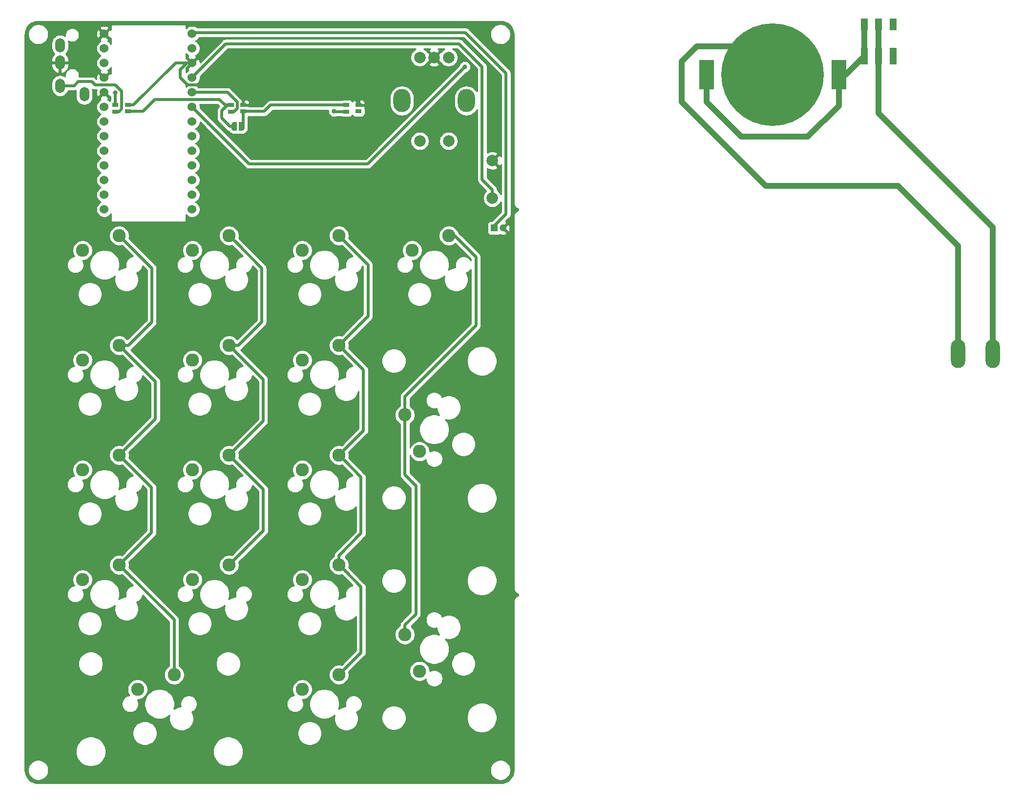
<source format=gtl>
G04 #@! TF.GenerationSoftware,KiCad,Pcbnew,(5.1.5)-3*
G04 #@! TF.CreationDate,2020-11-01T21:01:57+09:00*
G04 #@! TF.ProjectId,Pistachio_MacroPad,50697374-6163-4686-996f-5f4d6163726f,rev?*
G04 #@! TF.SameCoordinates,Original*
G04 #@! TF.FileFunction,Copper,L1,Top*
G04 #@! TF.FilePolarity,Positive*
%FSLAX46Y46*%
G04 Gerber Fmt 4.6, Leading zero omitted, Abs format (unit mm)*
G04 Created by KiCad (PCBNEW (5.1.5)-3) date 2020-11-01 21:01:57*
%MOMM*%
%LPD*%
G04 APERTURE LIST*
%ADD10C,2.286000*%
%ADD11R,1.200000X3.000000*%
%ADD12R,1.200000X2.000000*%
%ADD13C,17.800000*%
%ADD14R,2.500000X5.100000*%
%ADD15C,1.200000*%
%ADD16R,1.200000X1.200000*%
%ADD17C,1.524000*%
%ADD18R,1.000000X0.700000*%
%ADD19C,0.100000*%
%ADD20O,3.000000X4.000000*%
%ADD21C,2.000000*%
%ADD22O,1.700000X2.500000*%
%ADD23O,2.500000X5.000000*%
%ADD24C,0.800000*%
%ADD25C,0.500000*%
%ADD26C,1.000000*%
%ADD27C,0.254000*%
G04 APERTURE END LIST*
D10*
X95460000Y-98710000D03*
X92920000Y-92360000D03*
D11*
X177546680Y-30132180D03*
X175046680Y-30132180D03*
X172546680Y-30132180D03*
D12*
X177546680Y-24632180D03*
X175046680Y-24632180D03*
X172546680Y-24632180D03*
D13*
X156710420Y-33337400D03*
D14*
X168160420Y-33337400D03*
X145260420Y-33337400D03*
D15*
X109921080Y-59938820D03*
D16*
X108421080Y-59938820D03*
D17*
X40788600Y-28752000D03*
X40788600Y-31292000D03*
X40788600Y-33832000D03*
X40788600Y-36372000D03*
X40788600Y-38912000D03*
X40788600Y-41452000D03*
X40788600Y-43992000D03*
X40788600Y-46532000D03*
X40788600Y-49072000D03*
X40788600Y-51612000D03*
X40788600Y-54152000D03*
X40788600Y-56692000D03*
X56008600Y-56692000D03*
X56008600Y-54152000D03*
X56008600Y-51612000D03*
X56008600Y-49072000D03*
X56008600Y-46532000D03*
X56008600Y-43992000D03*
X56008600Y-41452000D03*
X56008600Y-38912000D03*
X56008600Y-36372000D03*
X56008600Y-33832000D03*
X56008600Y-31292000D03*
X56008600Y-28752000D03*
X56020000Y-26212000D03*
X40780000Y-26212000D03*
D10*
X37040000Y-120940000D03*
X43390000Y-118400000D03*
D18*
X44876800Y-39700000D03*
X44876800Y-38600000D03*
X42743200Y-38600000D03*
X42743200Y-39708800D03*
X62743200Y-39708800D03*
X62743200Y-38600000D03*
X64876800Y-38600000D03*
X64876800Y-39700000D03*
X82743200Y-39708800D03*
X82743200Y-38600000D03*
X84876800Y-38600000D03*
X84876800Y-39700000D03*
G04 #@! TA.AperFunction,SMDPad,CuDef*
D19*
G36*
X63830000Y-43040000D02*
G01*
X63330000Y-43040000D01*
X63330000Y-43039398D01*
X63305466Y-43039398D01*
X63256635Y-43034588D01*
X63208510Y-43025016D01*
X63161555Y-43010772D01*
X63116222Y-42991995D01*
X63072949Y-42968864D01*
X63032150Y-42941604D01*
X62994221Y-42910476D01*
X62959524Y-42875779D01*
X62928396Y-42837850D01*
X62901136Y-42797051D01*
X62878005Y-42753778D01*
X62859228Y-42708445D01*
X62844984Y-42661490D01*
X62835412Y-42613365D01*
X62830602Y-42564534D01*
X62830602Y-42540000D01*
X62830000Y-42540000D01*
X62830000Y-42040000D01*
X62830602Y-42040000D01*
X62830602Y-42015466D01*
X62835412Y-41966635D01*
X62844984Y-41918510D01*
X62859228Y-41871555D01*
X62878005Y-41826222D01*
X62901136Y-41782949D01*
X62928396Y-41742150D01*
X62959524Y-41704221D01*
X62994221Y-41669524D01*
X63032150Y-41638396D01*
X63072949Y-41611136D01*
X63116222Y-41588005D01*
X63161555Y-41569228D01*
X63208510Y-41554984D01*
X63256635Y-41545412D01*
X63305466Y-41540602D01*
X63330000Y-41540602D01*
X63330000Y-41540000D01*
X63830000Y-41540000D01*
X63830000Y-43040000D01*
G37*
G04 #@! TD.AperFunction*
G04 #@! TA.AperFunction,SMDPad,CuDef*
G36*
X64630000Y-41540602D02*
G01*
X64654534Y-41540602D01*
X64703365Y-41545412D01*
X64751490Y-41554984D01*
X64798445Y-41569228D01*
X64843778Y-41588005D01*
X64887051Y-41611136D01*
X64927850Y-41638396D01*
X64965779Y-41669524D01*
X65000476Y-41704221D01*
X65031604Y-41742150D01*
X65058864Y-41782949D01*
X65081995Y-41826222D01*
X65100772Y-41871555D01*
X65115016Y-41918510D01*
X65124588Y-41966635D01*
X65129398Y-42015466D01*
X65129398Y-42040000D01*
X65130000Y-42040000D01*
X65130000Y-42540000D01*
X65129398Y-42540000D01*
X65129398Y-42564534D01*
X65124588Y-42613365D01*
X65115016Y-42661490D01*
X65100772Y-42708445D01*
X65081995Y-42753778D01*
X65058864Y-42797051D01*
X65031604Y-42837850D01*
X65000476Y-42875779D01*
X64965779Y-42910476D01*
X64927850Y-42941604D01*
X64887051Y-42968864D01*
X64843778Y-42991995D01*
X64798445Y-43010772D01*
X64751490Y-43025016D01*
X64703365Y-43034588D01*
X64654534Y-43039398D01*
X64630000Y-43039398D01*
X64630000Y-43040000D01*
X64130000Y-43040000D01*
X64130000Y-41540000D01*
X64630000Y-41540000D01*
X64630000Y-41540602D01*
G37*
G04 #@! TD.AperFunction*
D10*
X37040000Y-63790000D03*
X43390000Y-61250000D03*
X62440000Y-61250000D03*
X56090000Y-63790000D03*
X75140000Y-63790000D03*
X81490000Y-61250000D03*
X94190000Y-63790000D03*
X100540000Y-61250000D03*
X43390000Y-80300000D03*
X37040000Y-82840000D03*
X56090000Y-82840000D03*
X62440000Y-80300000D03*
X81490000Y-80300000D03*
X75140000Y-82840000D03*
D20*
X103600000Y-37830000D03*
X92400000Y-37830000D03*
D21*
X95500000Y-30330000D03*
X98000000Y-30330000D03*
X100500000Y-30330000D03*
X95500000Y-44830000D03*
X100500000Y-44830000D03*
D10*
X43390000Y-99350000D03*
X37040000Y-101890000D03*
X62440000Y-99350000D03*
X56090000Y-101890000D03*
X75140000Y-101890000D03*
X81490000Y-99350000D03*
X62440000Y-118400000D03*
X56090000Y-120940000D03*
X75140000Y-120940000D03*
X81490000Y-118400000D03*
X52910000Y-137450000D03*
X46560000Y-139990000D03*
X75140000Y-139990000D03*
X81490000Y-137450000D03*
X92920000Y-130470000D03*
X95460000Y-136820000D03*
D22*
X33140000Y-28230000D03*
X33140000Y-31230000D03*
X33140000Y-35230000D03*
X37340000Y-36730000D03*
D21*
X108080000Y-54730000D03*
X108080000Y-48230000D03*
D23*
X194848780Y-81704080D03*
X188848780Y-81704080D03*
D24*
X29350000Y-44010000D03*
X32350000Y-44010000D03*
X35350000Y-44010000D03*
X29350000Y-47010000D03*
X32350000Y-47010000D03*
X29350000Y-50010000D03*
X29350000Y-41010000D03*
X37350000Y-28010000D03*
X62350000Y-34010000D03*
X62350000Y-31010000D03*
X66350000Y-31010000D03*
X66350000Y-34010000D03*
X70350000Y-34010000D03*
X70350000Y-31010000D03*
X74350000Y-31010000D03*
X74350000Y-34010000D03*
X78350000Y-34010000D03*
X78350000Y-31010000D03*
X82350000Y-31010000D03*
X82350000Y-34010000D03*
X86350000Y-31010000D03*
X86350000Y-34010000D03*
X67350000Y-42010000D03*
X67350000Y-46010000D03*
X72350000Y-46010000D03*
X72350000Y-42010000D03*
X77350000Y-42010000D03*
X77350000Y-46010000D03*
X82350000Y-46010000D03*
X82350000Y-42010000D03*
X87350000Y-42010000D03*
X68350000Y-53010000D03*
X72350000Y-53010000D03*
X76350000Y-53010000D03*
X80350000Y-53010000D03*
X84350000Y-53010000D03*
X88350000Y-53010000D03*
X92350000Y-53010000D03*
X92350000Y-49010000D03*
X92350000Y-57010000D03*
X88350000Y-57010000D03*
X84350000Y-57010000D03*
X36350000Y-140010000D03*
X40350000Y-140010000D03*
X40350000Y-144010000D03*
X36350000Y-144010000D03*
X31350000Y-140010000D03*
X31350000Y-144010000D03*
X62350000Y-141010000D03*
X68350000Y-141010000D03*
X68350000Y-146010000D03*
X62350000Y-146010000D03*
X67350000Y-152010000D03*
X71350000Y-152010000D03*
X75350000Y-152010000D03*
X79350000Y-152010000D03*
X91350000Y-150010000D03*
X95350000Y-150010000D03*
X95350000Y-146010000D03*
X100350000Y-146010000D03*
X100350000Y-150010000D03*
X104350000Y-150010000D03*
X110350000Y-123010000D03*
X110350000Y-118010000D03*
X104350000Y-112010000D03*
X99350000Y-112010000D03*
X99350000Y-117010000D03*
X69350000Y-119010000D03*
X49350000Y-119010000D03*
X32350000Y-119010000D03*
X96350000Y-106010000D03*
X88350000Y-99010000D03*
X69350000Y-99010000D03*
X50350000Y-100010000D03*
X50350000Y-80010000D03*
X69350000Y-80010000D03*
X88350000Y-80010000D03*
X97350000Y-80010000D03*
X68350000Y-62010000D03*
X50350000Y-61010000D03*
X39350000Y-60010000D03*
X98350000Y-41010000D03*
X103350000Y-43010000D03*
X103350000Y-52010000D03*
X98350000Y-53010000D03*
X91350000Y-112010000D03*
X107350000Y-91010000D03*
X32350000Y-96010000D03*
X33350000Y-79010000D03*
X31350000Y-136010000D03*
X89672200Y-139179200D03*
X97825600Y-142201800D03*
X106995000Y-136613800D03*
X109941400Y-112026600D03*
X104378800Y-116979600D03*
X107350600Y-97421600D03*
X87462400Y-118986200D03*
X103320000Y-31960000D03*
X42740000Y-36410000D03*
X80650000Y-39660000D03*
D25*
X84876800Y-37750000D02*
X84876800Y-38600000D01*
X88506800Y-34120000D02*
X84876800Y-37750000D01*
X98000000Y-30330000D02*
X94210000Y-34120000D01*
X94210000Y-34120000D02*
X88506800Y-34120000D01*
X54930970Y-31292000D02*
X56008600Y-31292000D01*
X53184800Y-31292000D02*
X54930970Y-31292000D01*
X45876800Y-38600000D02*
X53184800Y-31292000D01*
X44876800Y-38600000D02*
X45876800Y-38600000D01*
X67010000Y-35480000D02*
X82220000Y-35480000D01*
X64876800Y-38600000D02*
X64876800Y-37613200D01*
X84876800Y-38136800D02*
X84876800Y-38600000D01*
X82220000Y-35480000D02*
X84876800Y-38136800D01*
X64876800Y-37613200D02*
X67010000Y-35480000D01*
X53990000Y-32460000D02*
X55158000Y-31292000D01*
X64876800Y-38600000D02*
X64876800Y-37750000D01*
X64876800Y-37750000D02*
X62226800Y-35100000D01*
X62226800Y-35100000D02*
X55250000Y-35100000D01*
X55250000Y-35100000D02*
X53990000Y-33840000D01*
X55158000Y-31292000D02*
X56008600Y-31292000D01*
X53990000Y-33840000D02*
X53990000Y-32460000D01*
X102920001Y-32359999D02*
X103320000Y-31960000D01*
X65906600Y-48810000D02*
X86470000Y-48810000D01*
X86470000Y-48810000D02*
X102920001Y-32359999D01*
X56008600Y-38912000D02*
X65906600Y-48810000D01*
X62600000Y-42290000D02*
X63330000Y-42290000D01*
X61200000Y-40890000D02*
X62600000Y-42290000D01*
X61200000Y-39591998D02*
X61200000Y-40890000D01*
X62743200Y-38600000D02*
X62191998Y-38600000D01*
X62191998Y-38600000D02*
X61200000Y-39591998D01*
X60773200Y-37630000D02*
X61743200Y-38600000D01*
X61743200Y-38600000D02*
X62743200Y-38600000D01*
X49578002Y-37630000D02*
X60773200Y-37630000D01*
X44876800Y-39700000D02*
X47508002Y-39700000D01*
X47508002Y-39700000D02*
X49578002Y-37630000D01*
X42743200Y-38600000D02*
X42743200Y-36413200D01*
X42743200Y-36413200D02*
X42740000Y-36410000D01*
X35580000Y-35230000D02*
X36310000Y-34500000D01*
X33140000Y-35230000D02*
X35580000Y-35230000D01*
X36310000Y-34500000D02*
X38620000Y-34500000D01*
X38620000Y-34500000D02*
X39200000Y-35080000D01*
X42743200Y-39708800D02*
X43391200Y-39708800D01*
X43391200Y-39708800D02*
X43820000Y-39280000D01*
X63850000Y-38080000D02*
X63850000Y-39153202D01*
X63850000Y-39153202D02*
X63294402Y-39708800D01*
X56008600Y-36372000D02*
X62142000Y-36372000D01*
X63294402Y-39708800D02*
X62743200Y-39708800D01*
X62142000Y-36372000D02*
X63850000Y-38080000D01*
X42668002Y-35080000D02*
X39200000Y-35080000D01*
X43820000Y-36231998D02*
X42668002Y-35080000D01*
X43820000Y-39280000D02*
X43820000Y-36231998D01*
X82743200Y-39708800D02*
X80698800Y-39708800D01*
X80698800Y-39708800D02*
X80650000Y-39660000D01*
X64890000Y-39713200D02*
X64876800Y-39700000D01*
X64630000Y-42290000D02*
X64890000Y-42030000D01*
X64890000Y-42030000D02*
X64890000Y-39713200D01*
X69660000Y-38600000D02*
X82593200Y-38600000D01*
X82593200Y-38600000D02*
X82743200Y-38600000D01*
X64876800Y-39700000D02*
X68560000Y-39700000D01*
X68560000Y-39700000D02*
X69660000Y-38600000D01*
X110434740Y-57510000D02*
X108421080Y-59523660D01*
X56222000Y-26010000D02*
X103430000Y-26010000D01*
X56020000Y-26212000D02*
X56222000Y-26010000D01*
X108421080Y-59523660D02*
X108421080Y-59938820D01*
X103430000Y-26010000D02*
X110450000Y-33030000D01*
X110450000Y-33030000D02*
X110450000Y-57510000D01*
X110450000Y-57510000D02*
X110434740Y-57510000D01*
X52910000Y-127920000D02*
X43390000Y-118400000D01*
X52910000Y-137450000D02*
X52910000Y-127920000D01*
X43390000Y-118400000D02*
X48990000Y-112800000D01*
X48990000Y-104950000D02*
X43390000Y-99350000D01*
X48990000Y-112800000D02*
X48990000Y-104950000D01*
X43390000Y-99350000D02*
X49670000Y-93070000D01*
X49670000Y-86580000D02*
X43390000Y-80300000D01*
X49670000Y-93070000D02*
X49670000Y-86580000D01*
X45006446Y-80300000D02*
X49060000Y-76246446D01*
X43390000Y-80300000D02*
X45006446Y-80300000D01*
X49060000Y-66920000D02*
X43390000Y-61250000D01*
X49060000Y-76246446D02*
X49060000Y-66920000D01*
X62440000Y-118400000D02*
X68380000Y-112460000D01*
X68380000Y-105290000D02*
X62440000Y-99350000D01*
X68380000Y-112460000D02*
X68380000Y-105290000D01*
X62440000Y-99350000D02*
X68360000Y-93430000D01*
X68360000Y-86220000D02*
X62440000Y-80300000D01*
X68360000Y-93430000D02*
X68360000Y-86220000D01*
X64056446Y-80300000D02*
X68120000Y-76236446D01*
X62440000Y-80300000D02*
X64056446Y-80300000D01*
X63582999Y-62392999D02*
X62440000Y-61250000D01*
X68120000Y-66930000D02*
X63582999Y-62392999D01*
X68120000Y-76236446D02*
X68120000Y-66930000D01*
X85330901Y-122240901D02*
X82632999Y-119542999D01*
X85330901Y-133609099D02*
X85330901Y-122240901D01*
X82632999Y-119542999D02*
X81490000Y-118400000D01*
X81490000Y-137450000D02*
X85330901Y-133609099D01*
X85330901Y-103190901D02*
X82632999Y-100492999D01*
X81490000Y-116783554D02*
X85330901Y-112942653D01*
X82632999Y-100492999D02*
X81490000Y-99350000D01*
X85330901Y-112942653D02*
X85330901Y-103190901D01*
X81490000Y-118400000D02*
X81490000Y-116783554D01*
X81490000Y-99350000D02*
X85750000Y-95090000D01*
X85750000Y-84560000D02*
X81490000Y-80300000D01*
X85750000Y-95090000D02*
X85750000Y-84560000D01*
X81490000Y-80300000D02*
X86540000Y-75250000D01*
X86540000Y-66300000D02*
X81490000Y-61250000D01*
X86540000Y-75250000D02*
X86540000Y-66300000D01*
X94856340Y-126917214D02*
X94856340Y-104706320D01*
X92920000Y-130470000D02*
X92920000Y-128853554D01*
X92920000Y-102769980D02*
X92920000Y-92360000D01*
X94856340Y-104706320D02*
X92920000Y-102769980D01*
X92920000Y-128853554D02*
X94856340Y-126917214D01*
X101524380Y-61250000D02*
X100540000Y-61250000D01*
X105237320Y-64962940D02*
X101524380Y-61250000D01*
X92920000Y-92360000D02*
X92920000Y-89187780D01*
X105237320Y-76870460D02*
X105237320Y-64962940D01*
X92920000Y-89187780D02*
X105237320Y-76870460D01*
X56770599Y-33070001D02*
X56008600Y-33832000D01*
X61870600Y-27970000D02*
X56770599Y-33070001D01*
X108080000Y-53315787D02*
X106320000Y-51555787D01*
X108080000Y-54730000D02*
X108080000Y-53315787D01*
X106320000Y-51555787D02*
X106320000Y-31940000D01*
X106320000Y-31940000D02*
X102350000Y-27970000D01*
X102350000Y-27970000D02*
X61870600Y-27970000D01*
D26*
X155460740Y-52641400D02*
X178460440Y-52641400D01*
X178460440Y-52641400D02*
X188848780Y-63029740D01*
X151737100Y-28364080D02*
X143548140Y-28364080D01*
X188848780Y-63029740D02*
X188848780Y-81704080D01*
X156710420Y-33337400D02*
X151737100Y-28364080D01*
X143548140Y-28364080D02*
X140891300Y-31020920D01*
X140891300Y-31020920D02*
X140891300Y-38071960D01*
X140891300Y-38071960D02*
X155460740Y-52641400D01*
X172546680Y-24632180D02*
X172546680Y-30132180D01*
X169341460Y-33337400D02*
X172546680Y-30132180D01*
X168160420Y-33337400D02*
X169341460Y-33337400D01*
X162801340Y-44068900D02*
X168160420Y-38709820D01*
X151254500Y-44068900D02*
X162801340Y-44068900D01*
X168160420Y-38709820D02*
X168160420Y-33337400D01*
X145260420Y-33337400D02*
X145260420Y-38074820D01*
X145260420Y-38074820D02*
X151254500Y-44068900D01*
X175046680Y-24632180D02*
X175046680Y-30132180D01*
X194848780Y-59812080D02*
X194848780Y-81704080D01*
X175046680Y-30132180D02*
X175046680Y-40009980D01*
X175046680Y-40009980D02*
X194848780Y-59812080D01*
D27*
G36*
X109936631Y-24091736D02*
G01*
X110359157Y-24219304D01*
X110748857Y-24426511D01*
X111090887Y-24705463D01*
X111372221Y-25045537D01*
X111582145Y-25433782D01*
X111712660Y-25855407D01*
X111762376Y-26328424D01*
X111762375Y-55521264D01*
X111765433Y-55552309D01*
X111765412Y-55555265D01*
X111766413Y-55565478D01*
X111771447Y-55613376D01*
X111773010Y-55629244D01*
X111773171Y-55629773D01*
X111776613Y-55662527D01*
X111790013Y-55727804D01*
X111802491Y-55793219D01*
X111805457Y-55803044D01*
X111834313Y-55896263D01*
X111860155Y-55957738D01*
X111885086Y-56019444D01*
X111889903Y-56028505D01*
X111936316Y-56114343D01*
X111973571Y-56169575D01*
X112010044Y-56225311D01*
X112016530Y-56233264D01*
X112078732Y-56308453D01*
X112126016Y-56355408D01*
X112172605Y-56402984D01*
X112180512Y-56409525D01*
X112180517Y-56409530D01*
X112180523Y-56409534D01*
X112256133Y-56471201D01*
X112311631Y-56508074D01*
X112366594Y-56545708D01*
X112375621Y-56550589D01*
X112461782Y-56596401D01*
X112523388Y-56621793D01*
X112544889Y-56631008D01*
X112544968Y-56839461D01*
X112524809Y-56847935D01*
X112463091Y-56872871D01*
X112454030Y-56877688D01*
X112368192Y-56924101D01*
X112312937Y-56961371D01*
X112257224Y-56997829D01*
X112249271Y-57004315D01*
X112174082Y-57066517D01*
X112127127Y-57113801D01*
X112079551Y-57160390D01*
X112073009Y-57168297D01*
X112011334Y-57243918D01*
X111974445Y-57299439D01*
X111936827Y-57354379D01*
X111931955Y-57363390D01*
X111931950Y-57363397D01*
X111931947Y-57363404D01*
X111931946Y-57363406D01*
X111886134Y-57449567D01*
X111860742Y-57511173D01*
X111834508Y-57572380D01*
X111831473Y-57582184D01*
X111803268Y-57675602D01*
X111790321Y-57740988D01*
X111776478Y-57806116D01*
X111775406Y-57816309D01*
X111775405Y-57816316D01*
X111775405Y-57816322D01*
X111765883Y-57913440D01*
X111765883Y-57913447D01*
X111762376Y-57949055D01*
X111762375Y-122371305D01*
X111765433Y-122402350D01*
X111765412Y-122405306D01*
X111766413Y-122415519D01*
X111771447Y-122463417D01*
X111773010Y-122479285D01*
X111773171Y-122479814D01*
X111776613Y-122512568D01*
X111790013Y-122577845D01*
X111802491Y-122643260D01*
X111805457Y-122653085D01*
X111834313Y-122746304D01*
X111860155Y-122807779D01*
X111885086Y-122869485D01*
X111889903Y-122878546D01*
X111936316Y-122964384D01*
X111973571Y-123019616D01*
X112010044Y-123075352D01*
X112016530Y-123083305D01*
X112078732Y-123158494D01*
X112126016Y-123205449D01*
X112172605Y-123253025D01*
X112180512Y-123259566D01*
X112180517Y-123259571D01*
X112180523Y-123259575D01*
X112256133Y-123321242D01*
X112311631Y-123358115D01*
X112366594Y-123395749D01*
X112375621Y-123400630D01*
X112461782Y-123446442D01*
X112523388Y-123471834D01*
X112570210Y-123491902D01*
X112570281Y-123678861D01*
X112524809Y-123697976D01*
X112463091Y-123722912D01*
X112454030Y-123727729D01*
X112368192Y-123774142D01*
X112312937Y-123811412D01*
X112257224Y-123847870D01*
X112249271Y-123854356D01*
X112174082Y-123916558D01*
X112127127Y-123963842D01*
X112079551Y-124010431D01*
X112073009Y-124018338D01*
X112011334Y-124093959D01*
X111974445Y-124149480D01*
X111936827Y-124204420D01*
X111931955Y-124213431D01*
X111931950Y-124213438D01*
X111931947Y-124213445D01*
X111931946Y-124213447D01*
X111886134Y-124299608D01*
X111860742Y-124361214D01*
X111834508Y-124422421D01*
X111831473Y-124432225D01*
X111803268Y-124525643D01*
X111790321Y-124591029D01*
X111776478Y-124656157D01*
X111775406Y-124666350D01*
X111775405Y-124666357D01*
X111775405Y-124666363D01*
X111765919Y-124763113D01*
X111762375Y-124799097D01*
X111762376Y-153974274D01*
X111715782Y-154449476D01*
X111588214Y-154872002D01*
X111381007Y-155261703D01*
X111102052Y-155603734D01*
X110761977Y-155885070D01*
X110373732Y-156094992D01*
X109952113Y-156225506D01*
X109479102Y-156275221D01*
X29383397Y-156275221D01*
X28908195Y-156228627D01*
X28485669Y-156101059D01*
X28095968Y-155893852D01*
X27753937Y-155614897D01*
X27472601Y-155274822D01*
X27262679Y-154886577D01*
X27132165Y-154464958D01*
X27082450Y-153991947D01*
X27082450Y-153833300D01*
X27551142Y-153833300D01*
X27551142Y-154187142D01*
X27620173Y-154534185D01*
X27755582Y-154861092D01*
X27952166Y-155155301D01*
X28202370Y-155405505D01*
X28496579Y-155602089D01*
X28823486Y-155737498D01*
X29170529Y-155806529D01*
X29524371Y-155806529D01*
X29871414Y-155737498D01*
X30198321Y-155602089D01*
X30492530Y-155405505D01*
X30742734Y-155155301D01*
X30939318Y-154861092D01*
X31074727Y-154534185D01*
X31143758Y-154187142D01*
X31143758Y-153833300D01*
X107701068Y-153833300D01*
X107701068Y-154187142D01*
X107770099Y-154534185D01*
X107905508Y-154861092D01*
X108102092Y-155155301D01*
X108352296Y-155405505D01*
X108646505Y-155602089D01*
X108973412Y-155737498D01*
X109320455Y-155806529D01*
X109674297Y-155806529D01*
X110021340Y-155737498D01*
X110348247Y-155602089D01*
X110642456Y-155405505D01*
X110892660Y-155155301D01*
X111089244Y-154861092D01*
X111224653Y-154534185D01*
X111293684Y-154187142D01*
X111293684Y-153833300D01*
X111224653Y-153486257D01*
X111089244Y-153159350D01*
X110892660Y-152865141D01*
X110642456Y-152614937D01*
X110348247Y-152418353D01*
X110021340Y-152282944D01*
X109674297Y-152213913D01*
X109320455Y-152213913D01*
X108973412Y-152282944D01*
X108646505Y-152418353D01*
X108352296Y-152614937D01*
X108102092Y-152865141D01*
X107905508Y-153159350D01*
X107770099Y-153486257D01*
X107701068Y-153833300D01*
X31143758Y-153833300D01*
X31074727Y-153486257D01*
X30939318Y-153159350D01*
X30742734Y-152865141D01*
X30492530Y-152614937D01*
X30198321Y-152418353D01*
X29871414Y-152282944D01*
X29524371Y-152213913D01*
X29170529Y-152213913D01*
X28823486Y-152282944D01*
X28496579Y-152418353D01*
X28202370Y-152614937D01*
X27952166Y-152865141D01*
X27755582Y-153159350D01*
X27620173Y-153486257D01*
X27551142Y-153833300D01*
X27082450Y-153833300D01*
X27082450Y-150526076D01*
X35841100Y-150526076D01*
X35841100Y-151043924D01*
X35942127Y-151551822D01*
X36140299Y-152030251D01*
X36428000Y-152460826D01*
X36794174Y-152827000D01*
X37224749Y-153114701D01*
X37703178Y-153312873D01*
X38211076Y-153413900D01*
X38728924Y-153413900D01*
X39236822Y-153312873D01*
X39715251Y-153114701D01*
X40145826Y-152827000D01*
X40512000Y-152460826D01*
X40799701Y-152030251D01*
X40997873Y-151551822D01*
X41098900Y-151043924D01*
X41098900Y-150526076D01*
X59641100Y-150526076D01*
X59641100Y-151043924D01*
X59742127Y-151551822D01*
X59940299Y-152030251D01*
X60228000Y-152460826D01*
X60594174Y-152827000D01*
X61024749Y-153114701D01*
X61503178Y-153312873D01*
X62011076Y-153413900D01*
X62528924Y-153413900D01*
X63036822Y-153312873D01*
X63515251Y-153114701D01*
X63945826Y-152827000D01*
X64312000Y-152460826D01*
X64599701Y-152030251D01*
X64797873Y-151551822D01*
X64898900Y-151043924D01*
X64898900Y-150526076D01*
X64797873Y-150018178D01*
X64599701Y-149539749D01*
X64312000Y-149109174D01*
X63945826Y-148743000D01*
X63515251Y-148455299D01*
X63036822Y-148257127D01*
X62528924Y-148156100D01*
X62011076Y-148156100D01*
X61503178Y-148257127D01*
X61024749Y-148455299D01*
X60594174Y-148743000D01*
X60228000Y-149109174D01*
X59940299Y-149539749D01*
X59742127Y-150018178D01*
X59641100Y-150526076D01*
X41098900Y-150526076D01*
X40997873Y-150018178D01*
X40799701Y-149539749D01*
X40512000Y-149109174D01*
X40145826Y-148743000D01*
X39715251Y-148455299D01*
X39236822Y-148257127D01*
X38728924Y-148156100D01*
X38211076Y-148156100D01*
X37703178Y-148257127D01*
X37224749Y-148455299D01*
X36794174Y-148743000D01*
X36428000Y-149109174D01*
X36140299Y-149539749D01*
X35942127Y-150018178D01*
X35841100Y-150526076D01*
X27082450Y-150526076D01*
X27082450Y-147399721D01*
X45695000Y-147399721D01*
X45695000Y-147820279D01*
X45777047Y-148232756D01*
X45937988Y-148621302D01*
X46171637Y-148970983D01*
X46469017Y-149268363D01*
X46818698Y-149502012D01*
X47207244Y-149662953D01*
X47619721Y-149745000D01*
X48040279Y-149745000D01*
X48452756Y-149662953D01*
X48841302Y-149502012D01*
X49190983Y-149268363D01*
X49488363Y-148970983D01*
X49722012Y-148621302D01*
X49882953Y-148232756D01*
X49965000Y-147820279D01*
X49965000Y-147399721D01*
X74275000Y-147399721D01*
X74275000Y-147820279D01*
X74357047Y-148232756D01*
X74517988Y-148621302D01*
X74751637Y-148970983D01*
X75049017Y-149268363D01*
X75398698Y-149502012D01*
X75787244Y-149662953D01*
X76199721Y-149745000D01*
X76620279Y-149745000D01*
X77032756Y-149662953D01*
X77421302Y-149502012D01*
X77770983Y-149268363D01*
X78068363Y-148970983D01*
X78302012Y-148621302D01*
X78462953Y-148232756D01*
X78545000Y-147820279D01*
X78545000Y-147399721D01*
X78462953Y-146987244D01*
X78302012Y-146598698D01*
X78068363Y-146249017D01*
X77770983Y-145951637D01*
X77421302Y-145717988D01*
X77032756Y-145557047D01*
X76620279Y-145475000D01*
X76199721Y-145475000D01*
X75787244Y-145557047D01*
X75398698Y-145717988D01*
X75049017Y-145951637D01*
X74751637Y-146249017D01*
X74517988Y-146598698D01*
X74357047Y-146987244D01*
X74275000Y-147399721D01*
X49965000Y-147399721D01*
X49882953Y-146987244D01*
X49722012Y-146598698D01*
X49488363Y-146249017D01*
X49190983Y-145951637D01*
X48841302Y-145717988D01*
X48452756Y-145557047D01*
X48040279Y-145475000D01*
X47619721Y-145475000D01*
X47207244Y-145557047D01*
X46818698Y-145717988D01*
X46469017Y-145951637D01*
X46171637Y-146249017D01*
X45937988Y-146598698D01*
X45777047Y-146987244D01*
X45695000Y-147399721D01*
X27082450Y-147399721D01*
X27082450Y-142383652D01*
X43804100Y-142383652D01*
X43804100Y-142676348D01*
X43861202Y-142963421D01*
X43973212Y-143233838D01*
X44135826Y-143477206D01*
X44342794Y-143684174D01*
X44586162Y-143846788D01*
X44856579Y-143958798D01*
X45143652Y-144015900D01*
X45436348Y-144015900D01*
X45723421Y-143958798D01*
X45993838Y-143846788D01*
X46237206Y-143684174D01*
X46444174Y-143477206D01*
X46606788Y-143233838D01*
X46718798Y-142963421D01*
X46775900Y-142676348D01*
X46775900Y-142383652D01*
X46753508Y-142271076D01*
X47741100Y-142271076D01*
X47741100Y-142788924D01*
X47842127Y-143296822D01*
X48040299Y-143775251D01*
X48328000Y-144205826D01*
X48694174Y-144572000D01*
X49124749Y-144859701D01*
X49603178Y-145057873D01*
X50111076Y-145158900D01*
X50628924Y-145158900D01*
X51136822Y-145057873D01*
X51615251Y-144859701D01*
X52045826Y-144572000D01*
X52116237Y-144501589D01*
X52045000Y-144859721D01*
X52045000Y-145280279D01*
X52127047Y-145692756D01*
X52287988Y-146081302D01*
X52521637Y-146430983D01*
X52819017Y-146728363D01*
X53168698Y-146962012D01*
X53557244Y-147122953D01*
X53969721Y-147205000D01*
X54390279Y-147205000D01*
X54802756Y-147122953D01*
X55191302Y-146962012D01*
X55540983Y-146728363D01*
X55838363Y-146430983D01*
X56072012Y-146081302D01*
X56232953Y-145692756D01*
X56315000Y-145280279D01*
X56315000Y-144859721D01*
X56232953Y-144447244D01*
X56072012Y-144058698D01*
X55978850Y-143919270D01*
X56153838Y-143846788D01*
X56397206Y-143684174D01*
X56604174Y-143477206D01*
X56766788Y-143233838D01*
X56878798Y-142963421D01*
X56935900Y-142676348D01*
X56935900Y-142383652D01*
X72384100Y-142383652D01*
X72384100Y-142676348D01*
X72441202Y-142963421D01*
X72553212Y-143233838D01*
X72715826Y-143477206D01*
X72922794Y-143684174D01*
X73166162Y-143846788D01*
X73436579Y-143958798D01*
X73723652Y-144015900D01*
X74016348Y-144015900D01*
X74303421Y-143958798D01*
X74573838Y-143846788D01*
X74817206Y-143684174D01*
X75024174Y-143477206D01*
X75186788Y-143233838D01*
X75298798Y-142963421D01*
X75355900Y-142676348D01*
X75355900Y-142383652D01*
X75333508Y-142271076D01*
X76321100Y-142271076D01*
X76321100Y-142788924D01*
X76422127Y-143296822D01*
X76620299Y-143775251D01*
X76908000Y-144205826D01*
X77274174Y-144572000D01*
X77704749Y-144859701D01*
X78183178Y-145057873D01*
X78691076Y-145158900D01*
X79208924Y-145158900D01*
X79716822Y-145057873D01*
X80195251Y-144859701D01*
X80625826Y-144572000D01*
X80696237Y-144501589D01*
X80625000Y-144859721D01*
X80625000Y-145280279D01*
X80707047Y-145692756D01*
X80867988Y-146081302D01*
X81101637Y-146430983D01*
X81399017Y-146728363D01*
X81748698Y-146962012D01*
X82137244Y-147122953D01*
X82549721Y-147205000D01*
X82970279Y-147205000D01*
X83382756Y-147122953D01*
X83771302Y-146962012D01*
X84120983Y-146728363D01*
X84418363Y-146430983D01*
X84652012Y-146081302D01*
X84812953Y-145692756D01*
X84895000Y-145280279D01*
X84895000Y-144859721D01*
X84864693Y-144707357D01*
X88856000Y-144707357D01*
X88856000Y-145132643D01*
X88938970Y-145549757D01*
X89101719Y-145942670D01*
X89337996Y-146296282D01*
X89638718Y-146597004D01*
X89992330Y-146833281D01*
X90385243Y-146996030D01*
X90802357Y-147079000D01*
X91227643Y-147079000D01*
X91644757Y-146996030D01*
X92037670Y-146833281D01*
X92391282Y-146597004D01*
X92692004Y-146296282D01*
X92928281Y-145942670D01*
X93091030Y-145549757D01*
X93174000Y-145132643D01*
X93174000Y-144707357D01*
X93164795Y-144661076D01*
X103626100Y-144661076D01*
X103626100Y-145178924D01*
X103727127Y-145686822D01*
X103925299Y-146165251D01*
X104213000Y-146595826D01*
X104579174Y-146962000D01*
X105009749Y-147249701D01*
X105488178Y-147447873D01*
X105996076Y-147548900D01*
X106513924Y-147548900D01*
X107021822Y-147447873D01*
X107500251Y-147249701D01*
X107930826Y-146962000D01*
X108297000Y-146595826D01*
X108584701Y-146165251D01*
X108782873Y-145686822D01*
X108883900Y-145178924D01*
X108883900Y-144661076D01*
X108782873Y-144153178D01*
X108584701Y-143674749D01*
X108297000Y-143244174D01*
X107930826Y-142878000D01*
X107500251Y-142590299D01*
X107021822Y-142392127D01*
X106513924Y-142291100D01*
X105996076Y-142291100D01*
X105488178Y-142392127D01*
X105009749Y-142590299D01*
X104579174Y-142878000D01*
X104213000Y-143244174D01*
X103925299Y-143674749D01*
X103727127Y-144153178D01*
X103626100Y-144661076D01*
X93164795Y-144661076D01*
X93091030Y-144290243D01*
X92928281Y-143897330D01*
X92692004Y-143543718D01*
X92391282Y-143242996D01*
X92037670Y-143006719D01*
X91644757Y-142843970D01*
X91227643Y-142761000D01*
X90802357Y-142761000D01*
X90385243Y-142843970D01*
X89992330Y-143006719D01*
X89638718Y-143242996D01*
X89337996Y-143543718D01*
X89101719Y-143897330D01*
X88938970Y-144290243D01*
X88856000Y-144707357D01*
X84864693Y-144707357D01*
X84812953Y-144447244D01*
X84652012Y-144058698D01*
X84558850Y-143919270D01*
X84733838Y-143846788D01*
X84977206Y-143684174D01*
X85184174Y-143477206D01*
X85346788Y-143233838D01*
X85458798Y-142963421D01*
X85515900Y-142676348D01*
X85515900Y-142383652D01*
X85458798Y-142096579D01*
X85346788Y-141826162D01*
X85184174Y-141582794D01*
X84977206Y-141375826D01*
X84733838Y-141213212D01*
X84463421Y-141101202D01*
X84176348Y-141044100D01*
X83883652Y-141044100D01*
X83596579Y-141101202D01*
X83326162Y-141213212D01*
X83082794Y-141375826D01*
X82875826Y-141582794D01*
X82713212Y-141826162D01*
X82601202Y-142096579D01*
X82544100Y-142383652D01*
X82544100Y-142676348D01*
X82595549Y-142935000D01*
X82549721Y-142935000D01*
X82137244Y-143017047D01*
X81748698Y-143177988D01*
X81442292Y-143382721D01*
X81477873Y-143296822D01*
X81578900Y-142788924D01*
X81578900Y-142271076D01*
X81477873Y-141763178D01*
X81279701Y-141284749D01*
X80992000Y-140854174D01*
X80625826Y-140488000D01*
X80195251Y-140200299D01*
X79716822Y-140002127D01*
X79208924Y-139901100D01*
X78691076Y-139901100D01*
X78183178Y-140002127D01*
X77704749Y-140200299D01*
X77274174Y-140488000D01*
X76908000Y-140854174D01*
X76620299Y-141284749D01*
X76422127Y-141763178D01*
X76321100Y-142271076D01*
X75333508Y-142271076D01*
X75298798Y-142096579D01*
X75186788Y-141826162D01*
X75147925Y-141768000D01*
X75315118Y-141768000D01*
X75658623Y-141699672D01*
X75982199Y-141565643D01*
X76273409Y-141371063D01*
X76521063Y-141123409D01*
X76715643Y-140832199D01*
X76849672Y-140508623D01*
X76918000Y-140165118D01*
X76918000Y-139814882D01*
X76849672Y-139471377D01*
X76715643Y-139147801D01*
X76521063Y-138856591D01*
X76273409Y-138608937D01*
X75982199Y-138414357D01*
X75658623Y-138280328D01*
X75315118Y-138212000D01*
X74964882Y-138212000D01*
X74621377Y-138280328D01*
X74297801Y-138414357D01*
X74006591Y-138608937D01*
X73758937Y-138856591D01*
X73564357Y-139147801D01*
X73430328Y-139471377D01*
X73362000Y-139814882D01*
X73362000Y-140165118D01*
X73430328Y-140508623D01*
X73564357Y-140832199D01*
X73708022Y-141047209D01*
X73436579Y-141101202D01*
X73166162Y-141213212D01*
X72922794Y-141375826D01*
X72715826Y-141582794D01*
X72553212Y-141826162D01*
X72441202Y-142096579D01*
X72384100Y-142383652D01*
X56935900Y-142383652D01*
X56878798Y-142096579D01*
X56766788Y-141826162D01*
X56604174Y-141582794D01*
X56397206Y-141375826D01*
X56153838Y-141213212D01*
X55883421Y-141101202D01*
X55596348Y-141044100D01*
X55303652Y-141044100D01*
X55016579Y-141101202D01*
X54746162Y-141213212D01*
X54502794Y-141375826D01*
X54295826Y-141582794D01*
X54133212Y-141826162D01*
X54021202Y-142096579D01*
X53964100Y-142383652D01*
X53964100Y-142676348D01*
X54015549Y-142935000D01*
X53969721Y-142935000D01*
X53557244Y-143017047D01*
X53168698Y-143177988D01*
X52862292Y-143382721D01*
X52897873Y-143296822D01*
X52998900Y-142788924D01*
X52998900Y-142271076D01*
X52897873Y-141763178D01*
X52699701Y-141284749D01*
X52412000Y-140854174D01*
X52045826Y-140488000D01*
X51615251Y-140200299D01*
X51136822Y-140002127D01*
X50628924Y-139901100D01*
X50111076Y-139901100D01*
X49603178Y-140002127D01*
X49124749Y-140200299D01*
X48694174Y-140488000D01*
X48328000Y-140854174D01*
X48040299Y-141284749D01*
X47842127Y-141763178D01*
X47741100Y-142271076D01*
X46753508Y-142271076D01*
X46718798Y-142096579D01*
X46606788Y-141826162D01*
X46567925Y-141768000D01*
X46735118Y-141768000D01*
X47078623Y-141699672D01*
X47402199Y-141565643D01*
X47693409Y-141371063D01*
X47941063Y-141123409D01*
X48135643Y-140832199D01*
X48269672Y-140508623D01*
X48338000Y-140165118D01*
X48338000Y-139814882D01*
X48269672Y-139471377D01*
X48135643Y-139147801D01*
X47941063Y-138856591D01*
X47693409Y-138608937D01*
X47402199Y-138414357D01*
X47078623Y-138280328D01*
X46735118Y-138212000D01*
X46384882Y-138212000D01*
X46041377Y-138280328D01*
X45717801Y-138414357D01*
X45426591Y-138608937D01*
X45178937Y-138856591D01*
X44984357Y-139147801D01*
X44850328Y-139471377D01*
X44782000Y-139814882D01*
X44782000Y-140165118D01*
X44850328Y-140508623D01*
X44984357Y-140832199D01*
X45128022Y-141047209D01*
X44856579Y-141101202D01*
X44586162Y-141213212D01*
X44342794Y-141375826D01*
X44135826Y-141582794D01*
X43973212Y-141826162D01*
X43861202Y-142096579D01*
X43804100Y-142383652D01*
X27082450Y-142383652D01*
X27082450Y-135332357D01*
X36311000Y-135332357D01*
X36311000Y-135757643D01*
X36393970Y-136174757D01*
X36556719Y-136567670D01*
X36792996Y-136921282D01*
X37093718Y-137222004D01*
X37447330Y-137458281D01*
X37840243Y-137621030D01*
X38257357Y-137704000D01*
X38682643Y-137704000D01*
X39099757Y-137621030D01*
X39492670Y-137458281D01*
X39846282Y-137222004D01*
X40147004Y-136921282D01*
X40383281Y-136567670D01*
X40546030Y-136174757D01*
X40629000Y-135757643D01*
X40629000Y-135332357D01*
X40546030Y-134915243D01*
X40383281Y-134522330D01*
X40147004Y-134168718D01*
X39846282Y-133867996D01*
X39492670Y-133631719D01*
X39099757Y-133468970D01*
X38682643Y-133386000D01*
X38257357Y-133386000D01*
X37840243Y-133468970D01*
X37447330Y-133631719D01*
X37093718Y-133867996D01*
X36792996Y-134168718D01*
X36556719Y-134522330D01*
X36393970Y-134915243D01*
X36311000Y-135332357D01*
X27082450Y-135332357D01*
X27082450Y-128349721D01*
X36175000Y-128349721D01*
X36175000Y-128770279D01*
X36257047Y-129182756D01*
X36417988Y-129571302D01*
X36651637Y-129920983D01*
X36949017Y-130218363D01*
X37298698Y-130452012D01*
X37687244Y-130612953D01*
X38099721Y-130695000D01*
X38520279Y-130695000D01*
X38932756Y-130612953D01*
X39321302Y-130452012D01*
X39670983Y-130218363D01*
X39968363Y-129920983D01*
X40202012Y-129571302D01*
X40362953Y-129182756D01*
X40445000Y-128770279D01*
X40445000Y-128349721D01*
X40362953Y-127937244D01*
X40202012Y-127548698D01*
X39968363Y-127199017D01*
X39670983Y-126901637D01*
X39321302Y-126667988D01*
X38932756Y-126507047D01*
X38520279Y-126425000D01*
X38099721Y-126425000D01*
X37687244Y-126507047D01*
X37298698Y-126667988D01*
X36949017Y-126901637D01*
X36651637Y-127199017D01*
X36417988Y-127548698D01*
X36257047Y-127937244D01*
X36175000Y-128349721D01*
X27082450Y-128349721D01*
X27082450Y-123333652D01*
X34284100Y-123333652D01*
X34284100Y-123626348D01*
X34341202Y-123913421D01*
X34453212Y-124183838D01*
X34615826Y-124427206D01*
X34822794Y-124634174D01*
X35066162Y-124796788D01*
X35336579Y-124908798D01*
X35623652Y-124965900D01*
X35916348Y-124965900D01*
X36203421Y-124908798D01*
X36473838Y-124796788D01*
X36717206Y-124634174D01*
X36924174Y-124427206D01*
X37086788Y-124183838D01*
X37198798Y-123913421D01*
X37255900Y-123626348D01*
X37255900Y-123333652D01*
X37198798Y-123046579D01*
X37086788Y-122776162D01*
X37047925Y-122718000D01*
X37215118Y-122718000D01*
X37558623Y-122649672D01*
X37882199Y-122515643D01*
X38173409Y-122321063D01*
X38421063Y-122073409D01*
X38615643Y-121782199D01*
X38749672Y-121458623D01*
X38818000Y-121115118D01*
X38818000Y-120764882D01*
X38749672Y-120421377D01*
X38615643Y-120097801D01*
X38421063Y-119806591D01*
X38173409Y-119558937D01*
X37882199Y-119364357D01*
X37558623Y-119230328D01*
X37215118Y-119162000D01*
X36864882Y-119162000D01*
X36521377Y-119230328D01*
X36197801Y-119364357D01*
X35906591Y-119558937D01*
X35658937Y-119806591D01*
X35464357Y-120097801D01*
X35330328Y-120421377D01*
X35262000Y-120764882D01*
X35262000Y-121115118D01*
X35330328Y-121458623D01*
X35464357Y-121782199D01*
X35608022Y-121997209D01*
X35336579Y-122051202D01*
X35066162Y-122163212D01*
X34822794Y-122325826D01*
X34615826Y-122532794D01*
X34453212Y-122776162D01*
X34341202Y-123046579D01*
X34284100Y-123333652D01*
X27082450Y-123333652D01*
X27082450Y-109299721D01*
X36175000Y-109299721D01*
X36175000Y-109720279D01*
X36257047Y-110132756D01*
X36417988Y-110521302D01*
X36651637Y-110870983D01*
X36949017Y-111168363D01*
X37298698Y-111402012D01*
X37687244Y-111562953D01*
X38099721Y-111645000D01*
X38520279Y-111645000D01*
X38932756Y-111562953D01*
X39321302Y-111402012D01*
X39670983Y-111168363D01*
X39968363Y-110870983D01*
X40202012Y-110521302D01*
X40362953Y-110132756D01*
X40445000Y-109720279D01*
X40445000Y-109299721D01*
X40362953Y-108887244D01*
X40202012Y-108498698D01*
X39968363Y-108149017D01*
X39670983Y-107851637D01*
X39321302Y-107617988D01*
X38932756Y-107457047D01*
X38520279Y-107375000D01*
X38099721Y-107375000D01*
X37687244Y-107457047D01*
X37298698Y-107617988D01*
X36949017Y-107851637D01*
X36651637Y-108149017D01*
X36417988Y-108498698D01*
X36257047Y-108887244D01*
X36175000Y-109299721D01*
X27082450Y-109299721D01*
X27082450Y-104283652D01*
X34284100Y-104283652D01*
X34284100Y-104576348D01*
X34341202Y-104863421D01*
X34453212Y-105133838D01*
X34615826Y-105377206D01*
X34822794Y-105584174D01*
X35066162Y-105746788D01*
X35336579Y-105858798D01*
X35623652Y-105915900D01*
X35916348Y-105915900D01*
X36203421Y-105858798D01*
X36473838Y-105746788D01*
X36717206Y-105584174D01*
X36924174Y-105377206D01*
X37086788Y-105133838D01*
X37198798Y-104863421D01*
X37255900Y-104576348D01*
X37255900Y-104283652D01*
X37198798Y-103996579D01*
X37086788Y-103726162D01*
X37047925Y-103668000D01*
X37215118Y-103668000D01*
X37558623Y-103599672D01*
X37882199Y-103465643D01*
X38173409Y-103271063D01*
X38421063Y-103023409D01*
X38615643Y-102732199D01*
X38749672Y-102408623D01*
X38818000Y-102065118D01*
X38818000Y-101714882D01*
X38749672Y-101371377D01*
X38615643Y-101047801D01*
X38421063Y-100756591D01*
X38173409Y-100508937D01*
X37882199Y-100314357D01*
X37558623Y-100180328D01*
X37215118Y-100112000D01*
X36864882Y-100112000D01*
X36521377Y-100180328D01*
X36197801Y-100314357D01*
X35906591Y-100508937D01*
X35658937Y-100756591D01*
X35464357Y-101047801D01*
X35330328Y-101371377D01*
X35262000Y-101714882D01*
X35262000Y-102065118D01*
X35330328Y-102408623D01*
X35464357Y-102732199D01*
X35608022Y-102947209D01*
X35336579Y-103001202D01*
X35066162Y-103113212D01*
X34822794Y-103275826D01*
X34615826Y-103482794D01*
X34453212Y-103726162D01*
X34341202Y-103996579D01*
X34284100Y-104283652D01*
X27082450Y-104283652D01*
X27082450Y-90249721D01*
X36175000Y-90249721D01*
X36175000Y-90670279D01*
X36257047Y-91082756D01*
X36417988Y-91471302D01*
X36651637Y-91820983D01*
X36949017Y-92118363D01*
X37298698Y-92352012D01*
X37687244Y-92512953D01*
X38099721Y-92595000D01*
X38520279Y-92595000D01*
X38932756Y-92512953D01*
X39321302Y-92352012D01*
X39670983Y-92118363D01*
X39968363Y-91820983D01*
X40202012Y-91471302D01*
X40362953Y-91082756D01*
X40445000Y-90670279D01*
X40445000Y-90249721D01*
X40362953Y-89837244D01*
X40202012Y-89448698D01*
X39968363Y-89099017D01*
X39670983Y-88801637D01*
X39321302Y-88567988D01*
X38932756Y-88407047D01*
X38520279Y-88325000D01*
X38099721Y-88325000D01*
X37687244Y-88407047D01*
X37298698Y-88567988D01*
X36949017Y-88801637D01*
X36651637Y-89099017D01*
X36417988Y-89448698D01*
X36257047Y-89837244D01*
X36175000Y-90249721D01*
X27082450Y-90249721D01*
X27082450Y-85233652D01*
X34284100Y-85233652D01*
X34284100Y-85526348D01*
X34341202Y-85813421D01*
X34453212Y-86083838D01*
X34615826Y-86327206D01*
X34822794Y-86534174D01*
X35066162Y-86696788D01*
X35336579Y-86808798D01*
X35623652Y-86865900D01*
X35916348Y-86865900D01*
X36203421Y-86808798D01*
X36473838Y-86696788D01*
X36717206Y-86534174D01*
X36924174Y-86327206D01*
X37086788Y-86083838D01*
X37198798Y-85813421D01*
X37255900Y-85526348D01*
X37255900Y-85233652D01*
X37198798Y-84946579D01*
X37086788Y-84676162D01*
X37047925Y-84618000D01*
X37215118Y-84618000D01*
X37558623Y-84549672D01*
X37882199Y-84415643D01*
X38173409Y-84221063D01*
X38421063Y-83973409D01*
X38615643Y-83682199D01*
X38749672Y-83358623D01*
X38818000Y-83015118D01*
X38818000Y-82664882D01*
X38749672Y-82321377D01*
X38615643Y-81997801D01*
X38421063Y-81706591D01*
X38173409Y-81458937D01*
X37882199Y-81264357D01*
X37558623Y-81130328D01*
X37215118Y-81062000D01*
X36864882Y-81062000D01*
X36521377Y-81130328D01*
X36197801Y-81264357D01*
X35906591Y-81458937D01*
X35658937Y-81706591D01*
X35464357Y-81997801D01*
X35330328Y-82321377D01*
X35262000Y-82664882D01*
X35262000Y-83015118D01*
X35330328Y-83358623D01*
X35464357Y-83682199D01*
X35608022Y-83897209D01*
X35336579Y-83951202D01*
X35066162Y-84063212D01*
X34822794Y-84225826D01*
X34615826Y-84432794D01*
X34453212Y-84676162D01*
X34341202Y-84946579D01*
X34284100Y-85233652D01*
X27082450Y-85233652D01*
X27082450Y-71199721D01*
X36175000Y-71199721D01*
X36175000Y-71620279D01*
X36257047Y-72032756D01*
X36417988Y-72421302D01*
X36651637Y-72770983D01*
X36949017Y-73068363D01*
X37298698Y-73302012D01*
X37687244Y-73462953D01*
X38099721Y-73545000D01*
X38520279Y-73545000D01*
X38932756Y-73462953D01*
X39321302Y-73302012D01*
X39670983Y-73068363D01*
X39968363Y-72770983D01*
X40202012Y-72421302D01*
X40362953Y-72032756D01*
X40445000Y-71620279D01*
X40445000Y-71199721D01*
X40362953Y-70787244D01*
X40202012Y-70398698D01*
X39968363Y-70049017D01*
X39670983Y-69751637D01*
X39321302Y-69517988D01*
X38932756Y-69357047D01*
X38520279Y-69275000D01*
X38099721Y-69275000D01*
X37687244Y-69357047D01*
X37298698Y-69517988D01*
X36949017Y-69751637D01*
X36651637Y-70049017D01*
X36417988Y-70398698D01*
X36257047Y-70787244D01*
X36175000Y-71199721D01*
X27082450Y-71199721D01*
X27082450Y-66183652D01*
X34284100Y-66183652D01*
X34284100Y-66476348D01*
X34341202Y-66763421D01*
X34453212Y-67033838D01*
X34615826Y-67277206D01*
X34822794Y-67484174D01*
X35066162Y-67646788D01*
X35336579Y-67758798D01*
X35623652Y-67815900D01*
X35916348Y-67815900D01*
X36203421Y-67758798D01*
X36473838Y-67646788D01*
X36717206Y-67484174D01*
X36924174Y-67277206D01*
X37086788Y-67033838D01*
X37198798Y-66763421D01*
X37255900Y-66476348D01*
X37255900Y-66183652D01*
X37233508Y-66071076D01*
X38221100Y-66071076D01*
X38221100Y-66588924D01*
X38322127Y-67096822D01*
X38520299Y-67575251D01*
X38808000Y-68005826D01*
X39174174Y-68372000D01*
X39604749Y-68659701D01*
X40083178Y-68857873D01*
X40591076Y-68958900D01*
X41108924Y-68958900D01*
X41616822Y-68857873D01*
X42095251Y-68659701D01*
X42525826Y-68372000D01*
X42596237Y-68301589D01*
X42525000Y-68659721D01*
X42525000Y-69080279D01*
X42607047Y-69492756D01*
X42767988Y-69881302D01*
X43001637Y-70230983D01*
X43299017Y-70528363D01*
X43648698Y-70762012D01*
X44037244Y-70922953D01*
X44449721Y-71005000D01*
X44870279Y-71005000D01*
X45282756Y-70922953D01*
X45671302Y-70762012D01*
X46020983Y-70528363D01*
X46318363Y-70230983D01*
X46552012Y-69881302D01*
X46712953Y-69492756D01*
X46795000Y-69080279D01*
X46795000Y-68659721D01*
X46712953Y-68247244D01*
X46552012Y-67858698D01*
X46458850Y-67719270D01*
X46633838Y-67646788D01*
X46877206Y-67484174D01*
X47084174Y-67277206D01*
X47246788Y-67033838D01*
X47358798Y-66763421D01*
X47407417Y-66518996D01*
X48175001Y-67286580D01*
X48175000Y-75879867D01*
X44818012Y-79236856D01*
X44771063Y-79166591D01*
X44523409Y-78918937D01*
X44232199Y-78724357D01*
X43908623Y-78590328D01*
X43565118Y-78522000D01*
X43214882Y-78522000D01*
X42871377Y-78590328D01*
X42547801Y-78724357D01*
X42256591Y-78918937D01*
X42008937Y-79166591D01*
X41814357Y-79457801D01*
X41680328Y-79781377D01*
X41612000Y-80124882D01*
X41612000Y-80475118D01*
X41680328Y-80818623D01*
X41814357Y-81142199D01*
X42008937Y-81433409D01*
X42256591Y-81681063D01*
X42547801Y-81875643D01*
X42871377Y-82009672D01*
X43214882Y-82078000D01*
X43565118Y-82078000D01*
X43858136Y-82019715D01*
X45741005Y-83902583D01*
X45496579Y-83951202D01*
X45226162Y-84063212D01*
X44982794Y-84225826D01*
X44775826Y-84432794D01*
X44613212Y-84676162D01*
X44501202Y-84946579D01*
X44444100Y-85233652D01*
X44444100Y-85526348D01*
X44495549Y-85785000D01*
X44449721Y-85785000D01*
X44037244Y-85867047D01*
X43648698Y-86027988D01*
X43342292Y-86232721D01*
X43377873Y-86146822D01*
X43478900Y-85638924D01*
X43478900Y-85121076D01*
X43377873Y-84613178D01*
X43179701Y-84134749D01*
X42892000Y-83704174D01*
X42525826Y-83338000D01*
X42095251Y-83050299D01*
X41616822Y-82852127D01*
X41108924Y-82751100D01*
X40591076Y-82751100D01*
X40083178Y-82852127D01*
X39604749Y-83050299D01*
X39174174Y-83338000D01*
X38808000Y-83704174D01*
X38520299Y-84134749D01*
X38322127Y-84613178D01*
X38221100Y-85121076D01*
X38221100Y-85638924D01*
X38322127Y-86146822D01*
X38520299Y-86625251D01*
X38808000Y-87055826D01*
X39174174Y-87422000D01*
X39604749Y-87709701D01*
X40083178Y-87907873D01*
X40591076Y-88008900D01*
X41108924Y-88008900D01*
X41616822Y-87907873D01*
X42095251Y-87709701D01*
X42525826Y-87422000D01*
X42596237Y-87351589D01*
X42525000Y-87709721D01*
X42525000Y-88130279D01*
X42607047Y-88542756D01*
X42767988Y-88931302D01*
X43001637Y-89280983D01*
X43299017Y-89578363D01*
X43648698Y-89812012D01*
X44037244Y-89972953D01*
X44449721Y-90055000D01*
X44870279Y-90055000D01*
X45282756Y-89972953D01*
X45671302Y-89812012D01*
X46020983Y-89578363D01*
X46318363Y-89280983D01*
X46552012Y-88931302D01*
X46712953Y-88542756D01*
X46795000Y-88130279D01*
X46795000Y-87709721D01*
X46712953Y-87297244D01*
X46552012Y-86908698D01*
X46458850Y-86769270D01*
X46633838Y-86696788D01*
X46877206Y-86534174D01*
X47084174Y-86327206D01*
X47246788Y-86083838D01*
X47358798Y-85813421D01*
X47407417Y-85568996D01*
X48785001Y-86946580D01*
X48785000Y-92703421D01*
X43858136Y-97630285D01*
X43565118Y-97572000D01*
X43214882Y-97572000D01*
X42871377Y-97640328D01*
X42547801Y-97774357D01*
X42256591Y-97968937D01*
X42008937Y-98216591D01*
X41814357Y-98507801D01*
X41680328Y-98831377D01*
X41612000Y-99174882D01*
X41612000Y-99525118D01*
X41680328Y-99868623D01*
X41814357Y-100192199D01*
X42008937Y-100483409D01*
X42256591Y-100731063D01*
X42547801Y-100925643D01*
X42871377Y-101059672D01*
X43214882Y-101128000D01*
X43565118Y-101128000D01*
X43858136Y-101069715D01*
X45741005Y-102952583D01*
X45496579Y-103001202D01*
X45226162Y-103113212D01*
X44982794Y-103275826D01*
X44775826Y-103482794D01*
X44613212Y-103726162D01*
X44501202Y-103996579D01*
X44444100Y-104283652D01*
X44444100Y-104576348D01*
X44495549Y-104835000D01*
X44449721Y-104835000D01*
X44037244Y-104917047D01*
X43648698Y-105077988D01*
X43342292Y-105282721D01*
X43377873Y-105196822D01*
X43478900Y-104688924D01*
X43478900Y-104171076D01*
X43377873Y-103663178D01*
X43179701Y-103184749D01*
X42892000Y-102754174D01*
X42525826Y-102388000D01*
X42095251Y-102100299D01*
X41616822Y-101902127D01*
X41108924Y-101801100D01*
X40591076Y-101801100D01*
X40083178Y-101902127D01*
X39604749Y-102100299D01*
X39174174Y-102388000D01*
X38808000Y-102754174D01*
X38520299Y-103184749D01*
X38322127Y-103663178D01*
X38221100Y-104171076D01*
X38221100Y-104688924D01*
X38322127Y-105196822D01*
X38520299Y-105675251D01*
X38808000Y-106105826D01*
X39174174Y-106472000D01*
X39604749Y-106759701D01*
X40083178Y-106957873D01*
X40591076Y-107058900D01*
X41108924Y-107058900D01*
X41616822Y-106957873D01*
X42095251Y-106759701D01*
X42525826Y-106472000D01*
X42596237Y-106401589D01*
X42525000Y-106759721D01*
X42525000Y-107180279D01*
X42607047Y-107592756D01*
X42767988Y-107981302D01*
X43001637Y-108330983D01*
X43299017Y-108628363D01*
X43648698Y-108862012D01*
X44037244Y-109022953D01*
X44449721Y-109105000D01*
X44870279Y-109105000D01*
X45282756Y-109022953D01*
X45671302Y-108862012D01*
X46020983Y-108628363D01*
X46318363Y-108330983D01*
X46552012Y-107981302D01*
X46712953Y-107592756D01*
X46795000Y-107180279D01*
X46795000Y-106759721D01*
X46712953Y-106347244D01*
X46552012Y-105958698D01*
X46458850Y-105819270D01*
X46633838Y-105746788D01*
X46877206Y-105584174D01*
X47084174Y-105377206D01*
X47246788Y-105133838D01*
X47358798Y-104863421D01*
X47407417Y-104618996D01*
X48105001Y-105316580D01*
X48105000Y-112433421D01*
X43858136Y-116680285D01*
X43565118Y-116622000D01*
X43214882Y-116622000D01*
X42871377Y-116690328D01*
X42547801Y-116824357D01*
X42256591Y-117018937D01*
X42008937Y-117266591D01*
X41814357Y-117557801D01*
X41680328Y-117881377D01*
X41612000Y-118224882D01*
X41612000Y-118575118D01*
X41680328Y-118918623D01*
X41814357Y-119242199D01*
X42008937Y-119533409D01*
X42256591Y-119781063D01*
X42547801Y-119975643D01*
X42871377Y-120109672D01*
X43214882Y-120178000D01*
X43565118Y-120178000D01*
X43858136Y-120119715D01*
X45741005Y-122002583D01*
X45496579Y-122051202D01*
X45226162Y-122163212D01*
X44982794Y-122325826D01*
X44775826Y-122532794D01*
X44613212Y-122776162D01*
X44501202Y-123046579D01*
X44444100Y-123333652D01*
X44444100Y-123626348D01*
X44495549Y-123885000D01*
X44449721Y-123885000D01*
X44037244Y-123967047D01*
X43648698Y-124127988D01*
X43342292Y-124332721D01*
X43377873Y-124246822D01*
X43478900Y-123738924D01*
X43478900Y-123221076D01*
X43377873Y-122713178D01*
X43179701Y-122234749D01*
X42892000Y-121804174D01*
X42525826Y-121438000D01*
X42095251Y-121150299D01*
X41616822Y-120952127D01*
X41108924Y-120851100D01*
X40591076Y-120851100D01*
X40083178Y-120952127D01*
X39604749Y-121150299D01*
X39174174Y-121438000D01*
X38808000Y-121804174D01*
X38520299Y-122234749D01*
X38322127Y-122713178D01*
X38221100Y-123221076D01*
X38221100Y-123738924D01*
X38322127Y-124246822D01*
X38520299Y-124725251D01*
X38808000Y-125155826D01*
X39174174Y-125522000D01*
X39604749Y-125809701D01*
X40083178Y-126007873D01*
X40591076Y-126108900D01*
X41108924Y-126108900D01*
X41616822Y-126007873D01*
X42095251Y-125809701D01*
X42525826Y-125522000D01*
X42596237Y-125451589D01*
X42525000Y-125809721D01*
X42525000Y-126230279D01*
X42607047Y-126642756D01*
X42767988Y-127031302D01*
X43001637Y-127380983D01*
X43299017Y-127678363D01*
X43648698Y-127912012D01*
X44037244Y-128072953D01*
X44449721Y-128155000D01*
X44870279Y-128155000D01*
X45282756Y-128072953D01*
X45671302Y-127912012D01*
X46020983Y-127678363D01*
X46318363Y-127380983D01*
X46552012Y-127031302D01*
X46712953Y-126642756D01*
X46795000Y-126230279D01*
X46795000Y-125809721D01*
X46712953Y-125397244D01*
X46552012Y-125008698D01*
X46458850Y-124869270D01*
X46633838Y-124796788D01*
X46877206Y-124634174D01*
X47084174Y-124427206D01*
X47246788Y-124183838D01*
X47358798Y-123913421D01*
X47407417Y-123668995D01*
X52025001Y-128286580D01*
X52025000Y-135902956D01*
X51776591Y-136068937D01*
X51528937Y-136316591D01*
X51334357Y-136607801D01*
X51200328Y-136931377D01*
X51132000Y-137274882D01*
X51132000Y-137625118D01*
X51200328Y-137968623D01*
X51334357Y-138292199D01*
X51528937Y-138583409D01*
X51776591Y-138831063D01*
X52067801Y-139025643D01*
X52391377Y-139159672D01*
X52734882Y-139228000D01*
X53085118Y-139228000D01*
X53428623Y-139159672D01*
X53752199Y-139025643D01*
X54043409Y-138831063D01*
X54291063Y-138583409D01*
X54485643Y-138292199D01*
X54619672Y-137968623D01*
X54688000Y-137625118D01*
X54688000Y-137274882D01*
X54619672Y-136931377D01*
X54485643Y-136607801D01*
X54291063Y-136316591D01*
X54043409Y-136068937D01*
X53795000Y-135902956D01*
X53795000Y-135332357D01*
X60111000Y-135332357D01*
X60111000Y-135757643D01*
X60193970Y-136174757D01*
X60356719Y-136567670D01*
X60592996Y-136921282D01*
X60893718Y-137222004D01*
X61247330Y-137458281D01*
X61640243Y-137621030D01*
X62057357Y-137704000D01*
X62482643Y-137704000D01*
X62899757Y-137621030D01*
X63292670Y-137458281D01*
X63646282Y-137222004D01*
X63947004Y-136921282D01*
X64183281Y-136567670D01*
X64346030Y-136174757D01*
X64429000Y-135757643D01*
X64429000Y-135332357D01*
X64346030Y-134915243D01*
X64183281Y-134522330D01*
X63947004Y-134168718D01*
X63646282Y-133867996D01*
X63292670Y-133631719D01*
X62899757Y-133468970D01*
X62482643Y-133386000D01*
X62057357Y-133386000D01*
X61640243Y-133468970D01*
X61247330Y-133631719D01*
X60893718Y-133867996D01*
X60592996Y-134168718D01*
X60356719Y-134522330D01*
X60193970Y-134915243D01*
X60111000Y-135332357D01*
X53795000Y-135332357D01*
X53795000Y-128349721D01*
X55225000Y-128349721D01*
X55225000Y-128770279D01*
X55307047Y-129182756D01*
X55467988Y-129571302D01*
X55701637Y-129920983D01*
X55999017Y-130218363D01*
X56348698Y-130452012D01*
X56737244Y-130612953D01*
X57149721Y-130695000D01*
X57570279Y-130695000D01*
X57982756Y-130612953D01*
X58371302Y-130452012D01*
X58720983Y-130218363D01*
X59018363Y-129920983D01*
X59252012Y-129571302D01*
X59412953Y-129182756D01*
X59495000Y-128770279D01*
X59495000Y-128349721D01*
X74275000Y-128349721D01*
X74275000Y-128770279D01*
X74357047Y-129182756D01*
X74517988Y-129571302D01*
X74751637Y-129920983D01*
X75049017Y-130218363D01*
X75398698Y-130452012D01*
X75787244Y-130612953D01*
X76199721Y-130695000D01*
X76620279Y-130695000D01*
X77032756Y-130612953D01*
X77421302Y-130452012D01*
X77770983Y-130218363D01*
X78068363Y-129920983D01*
X78302012Y-129571302D01*
X78462953Y-129182756D01*
X78545000Y-128770279D01*
X78545000Y-128349721D01*
X78462953Y-127937244D01*
X78302012Y-127548698D01*
X78068363Y-127199017D01*
X77770983Y-126901637D01*
X77421302Y-126667988D01*
X77032756Y-126507047D01*
X76620279Y-126425000D01*
X76199721Y-126425000D01*
X75787244Y-126507047D01*
X75398698Y-126667988D01*
X75049017Y-126901637D01*
X74751637Y-127199017D01*
X74517988Y-127548698D01*
X74357047Y-127937244D01*
X74275000Y-128349721D01*
X59495000Y-128349721D01*
X59412953Y-127937244D01*
X59252012Y-127548698D01*
X59018363Y-127199017D01*
X58720983Y-126901637D01*
X58371302Y-126667988D01*
X57982756Y-126507047D01*
X57570279Y-126425000D01*
X57149721Y-126425000D01*
X56737244Y-126507047D01*
X56348698Y-126667988D01*
X55999017Y-126901637D01*
X55701637Y-127199017D01*
X55467988Y-127548698D01*
X55307047Y-127937244D01*
X55225000Y-128349721D01*
X53795000Y-128349721D01*
X53795000Y-127963465D01*
X53799281Y-127919999D01*
X53795000Y-127876533D01*
X53795000Y-127876523D01*
X53782195Y-127746510D01*
X53731589Y-127579687D01*
X53649411Y-127425941D01*
X53538817Y-127291183D01*
X53505049Y-127263470D01*
X49575231Y-123333652D01*
X53334100Y-123333652D01*
X53334100Y-123626348D01*
X53391202Y-123913421D01*
X53503212Y-124183838D01*
X53665826Y-124427206D01*
X53872794Y-124634174D01*
X54116162Y-124796788D01*
X54386579Y-124908798D01*
X54673652Y-124965900D01*
X54966348Y-124965900D01*
X55253421Y-124908798D01*
X55523838Y-124796788D01*
X55767206Y-124634174D01*
X55974174Y-124427206D01*
X56136788Y-124183838D01*
X56248798Y-123913421D01*
X56305900Y-123626348D01*
X56305900Y-123333652D01*
X56283508Y-123221076D01*
X57271100Y-123221076D01*
X57271100Y-123738924D01*
X57372127Y-124246822D01*
X57570299Y-124725251D01*
X57858000Y-125155826D01*
X58224174Y-125522000D01*
X58654749Y-125809701D01*
X59133178Y-126007873D01*
X59641076Y-126108900D01*
X60158924Y-126108900D01*
X60666822Y-126007873D01*
X61145251Y-125809701D01*
X61575826Y-125522000D01*
X61646237Y-125451589D01*
X61575000Y-125809721D01*
X61575000Y-126230279D01*
X61657047Y-126642756D01*
X61817988Y-127031302D01*
X62051637Y-127380983D01*
X62349017Y-127678363D01*
X62698698Y-127912012D01*
X63087244Y-128072953D01*
X63499721Y-128155000D01*
X63920279Y-128155000D01*
X64332756Y-128072953D01*
X64721302Y-127912012D01*
X65070983Y-127678363D01*
X65368363Y-127380983D01*
X65602012Y-127031302D01*
X65762953Y-126642756D01*
X65845000Y-126230279D01*
X65845000Y-125809721D01*
X65762953Y-125397244D01*
X65602012Y-125008698D01*
X65508850Y-124869270D01*
X65683838Y-124796788D01*
X65927206Y-124634174D01*
X66134174Y-124427206D01*
X66296788Y-124183838D01*
X66408798Y-123913421D01*
X66465900Y-123626348D01*
X66465900Y-123333652D01*
X72384100Y-123333652D01*
X72384100Y-123626348D01*
X72441202Y-123913421D01*
X72553212Y-124183838D01*
X72715826Y-124427206D01*
X72922794Y-124634174D01*
X73166162Y-124796788D01*
X73436579Y-124908798D01*
X73723652Y-124965900D01*
X74016348Y-124965900D01*
X74303421Y-124908798D01*
X74573838Y-124796788D01*
X74817206Y-124634174D01*
X75024174Y-124427206D01*
X75186788Y-124183838D01*
X75298798Y-123913421D01*
X75355900Y-123626348D01*
X75355900Y-123333652D01*
X75298798Y-123046579D01*
X75186788Y-122776162D01*
X75147925Y-122718000D01*
X75315118Y-122718000D01*
X75658623Y-122649672D01*
X75982199Y-122515643D01*
X76273409Y-122321063D01*
X76521063Y-122073409D01*
X76715643Y-121782199D01*
X76849672Y-121458623D01*
X76918000Y-121115118D01*
X76918000Y-120764882D01*
X76849672Y-120421377D01*
X76715643Y-120097801D01*
X76521063Y-119806591D01*
X76273409Y-119558937D01*
X75982199Y-119364357D01*
X75658623Y-119230328D01*
X75315118Y-119162000D01*
X74964882Y-119162000D01*
X74621377Y-119230328D01*
X74297801Y-119364357D01*
X74006591Y-119558937D01*
X73758937Y-119806591D01*
X73564357Y-120097801D01*
X73430328Y-120421377D01*
X73362000Y-120764882D01*
X73362000Y-121115118D01*
X73430328Y-121458623D01*
X73564357Y-121782199D01*
X73708022Y-121997209D01*
X73436579Y-122051202D01*
X73166162Y-122163212D01*
X72922794Y-122325826D01*
X72715826Y-122532794D01*
X72553212Y-122776162D01*
X72441202Y-123046579D01*
X72384100Y-123333652D01*
X66465900Y-123333652D01*
X66408798Y-123046579D01*
X66296788Y-122776162D01*
X66134174Y-122532794D01*
X65927206Y-122325826D01*
X65683838Y-122163212D01*
X65413421Y-122051202D01*
X65126348Y-121994100D01*
X64833652Y-121994100D01*
X64546579Y-122051202D01*
X64276162Y-122163212D01*
X64032794Y-122325826D01*
X63825826Y-122532794D01*
X63663212Y-122776162D01*
X63551202Y-123046579D01*
X63494100Y-123333652D01*
X63494100Y-123626348D01*
X63545549Y-123885000D01*
X63499721Y-123885000D01*
X63087244Y-123967047D01*
X62698698Y-124127988D01*
X62392292Y-124332721D01*
X62427873Y-124246822D01*
X62528900Y-123738924D01*
X62528900Y-123221076D01*
X62427873Y-122713178D01*
X62229701Y-122234749D01*
X61942000Y-121804174D01*
X61575826Y-121438000D01*
X61145251Y-121150299D01*
X60666822Y-120952127D01*
X60158924Y-120851100D01*
X59641076Y-120851100D01*
X59133178Y-120952127D01*
X58654749Y-121150299D01*
X58224174Y-121438000D01*
X57858000Y-121804174D01*
X57570299Y-122234749D01*
X57372127Y-122713178D01*
X57271100Y-123221076D01*
X56283508Y-123221076D01*
X56248798Y-123046579D01*
X56136788Y-122776162D01*
X56097925Y-122718000D01*
X56265118Y-122718000D01*
X56608623Y-122649672D01*
X56932199Y-122515643D01*
X57223409Y-122321063D01*
X57471063Y-122073409D01*
X57665643Y-121782199D01*
X57799672Y-121458623D01*
X57868000Y-121115118D01*
X57868000Y-120764882D01*
X57799672Y-120421377D01*
X57665643Y-120097801D01*
X57471063Y-119806591D01*
X57223409Y-119558937D01*
X56932199Y-119364357D01*
X56608623Y-119230328D01*
X56265118Y-119162000D01*
X55914882Y-119162000D01*
X55571377Y-119230328D01*
X55247801Y-119364357D01*
X54956591Y-119558937D01*
X54708937Y-119806591D01*
X54514357Y-120097801D01*
X54380328Y-120421377D01*
X54312000Y-120764882D01*
X54312000Y-121115118D01*
X54380328Y-121458623D01*
X54514357Y-121782199D01*
X54658022Y-121997209D01*
X54386579Y-122051202D01*
X54116162Y-122163212D01*
X53872794Y-122325826D01*
X53665826Y-122532794D01*
X53503212Y-122776162D01*
X53391202Y-123046579D01*
X53334100Y-123333652D01*
X49575231Y-123333652D01*
X45109715Y-118868136D01*
X45168000Y-118575118D01*
X45168000Y-118224882D01*
X45109715Y-117931864D01*
X49585051Y-113456528D01*
X49618817Y-113428817D01*
X49729411Y-113294059D01*
X49811589Y-113140313D01*
X49862195Y-112973490D01*
X49875000Y-112843477D01*
X49875000Y-112843469D01*
X49879281Y-112800000D01*
X49875000Y-112756531D01*
X49875000Y-109299721D01*
X55225000Y-109299721D01*
X55225000Y-109720279D01*
X55307047Y-110132756D01*
X55467988Y-110521302D01*
X55701637Y-110870983D01*
X55999017Y-111168363D01*
X56348698Y-111402012D01*
X56737244Y-111562953D01*
X57149721Y-111645000D01*
X57570279Y-111645000D01*
X57982756Y-111562953D01*
X58371302Y-111402012D01*
X58720983Y-111168363D01*
X59018363Y-110870983D01*
X59252012Y-110521302D01*
X59412953Y-110132756D01*
X59495000Y-109720279D01*
X59495000Y-109299721D01*
X59412953Y-108887244D01*
X59252012Y-108498698D01*
X59018363Y-108149017D01*
X58720983Y-107851637D01*
X58371302Y-107617988D01*
X57982756Y-107457047D01*
X57570279Y-107375000D01*
X57149721Y-107375000D01*
X56737244Y-107457047D01*
X56348698Y-107617988D01*
X55999017Y-107851637D01*
X55701637Y-108149017D01*
X55467988Y-108498698D01*
X55307047Y-108887244D01*
X55225000Y-109299721D01*
X49875000Y-109299721D01*
X49875000Y-104993469D01*
X49879281Y-104950000D01*
X49875000Y-104906531D01*
X49875000Y-104906523D01*
X49862195Y-104776510D01*
X49811589Y-104609687D01*
X49729411Y-104455941D01*
X49684090Y-104400718D01*
X49646532Y-104354953D01*
X49646530Y-104354951D01*
X49618817Y-104321183D01*
X49585049Y-104293470D01*
X49575231Y-104283652D01*
X53334100Y-104283652D01*
X53334100Y-104576348D01*
X53391202Y-104863421D01*
X53503212Y-105133838D01*
X53665826Y-105377206D01*
X53872794Y-105584174D01*
X54116162Y-105746788D01*
X54386579Y-105858798D01*
X54673652Y-105915900D01*
X54966348Y-105915900D01*
X55253421Y-105858798D01*
X55523838Y-105746788D01*
X55767206Y-105584174D01*
X55974174Y-105377206D01*
X56136788Y-105133838D01*
X56248798Y-104863421D01*
X56305900Y-104576348D01*
X56305900Y-104283652D01*
X56248798Y-103996579D01*
X56136788Y-103726162D01*
X56097925Y-103668000D01*
X56265118Y-103668000D01*
X56608623Y-103599672D01*
X56932199Y-103465643D01*
X57223409Y-103271063D01*
X57471063Y-103023409D01*
X57665643Y-102732199D01*
X57799672Y-102408623D01*
X57868000Y-102065118D01*
X57868000Y-101714882D01*
X57799672Y-101371377D01*
X57665643Y-101047801D01*
X57471063Y-100756591D01*
X57223409Y-100508937D01*
X56932199Y-100314357D01*
X56608623Y-100180328D01*
X56265118Y-100112000D01*
X55914882Y-100112000D01*
X55571377Y-100180328D01*
X55247801Y-100314357D01*
X54956591Y-100508937D01*
X54708937Y-100756591D01*
X54514357Y-101047801D01*
X54380328Y-101371377D01*
X54312000Y-101714882D01*
X54312000Y-102065118D01*
X54380328Y-102408623D01*
X54514357Y-102732199D01*
X54658022Y-102947209D01*
X54386579Y-103001202D01*
X54116162Y-103113212D01*
X53872794Y-103275826D01*
X53665826Y-103482794D01*
X53503212Y-103726162D01*
X53391202Y-103996579D01*
X53334100Y-104283652D01*
X49575231Y-104283652D01*
X45109715Y-99818136D01*
X45168000Y-99525118D01*
X45168000Y-99174882D01*
X45109715Y-98881864D01*
X50265051Y-93726528D01*
X50298817Y-93698817D01*
X50409411Y-93564059D01*
X50491589Y-93410313D01*
X50542195Y-93243490D01*
X50555000Y-93113477D01*
X50555000Y-93113467D01*
X50559281Y-93070001D01*
X50555000Y-93026535D01*
X50555000Y-90249721D01*
X55225000Y-90249721D01*
X55225000Y-90670279D01*
X55307047Y-91082756D01*
X55467988Y-91471302D01*
X55701637Y-91820983D01*
X55999017Y-92118363D01*
X56348698Y-92352012D01*
X56737244Y-92512953D01*
X57149721Y-92595000D01*
X57570279Y-92595000D01*
X57982756Y-92512953D01*
X58371302Y-92352012D01*
X58720983Y-92118363D01*
X59018363Y-91820983D01*
X59252012Y-91471302D01*
X59412953Y-91082756D01*
X59495000Y-90670279D01*
X59495000Y-90249721D01*
X59412953Y-89837244D01*
X59252012Y-89448698D01*
X59018363Y-89099017D01*
X58720983Y-88801637D01*
X58371302Y-88567988D01*
X57982756Y-88407047D01*
X57570279Y-88325000D01*
X57149721Y-88325000D01*
X56737244Y-88407047D01*
X56348698Y-88567988D01*
X55999017Y-88801637D01*
X55701637Y-89099017D01*
X55467988Y-89448698D01*
X55307047Y-89837244D01*
X55225000Y-90249721D01*
X50555000Y-90249721D01*
X50555000Y-86623465D01*
X50559281Y-86579999D01*
X50555000Y-86536533D01*
X50555000Y-86536523D01*
X50542195Y-86406510D01*
X50491589Y-86239687D01*
X50409411Y-86085941D01*
X50298817Y-85951183D01*
X50265049Y-85923470D01*
X49575231Y-85233652D01*
X53334100Y-85233652D01*
X53334100Y-85526348D01*
X53391202Y-85813421D01*
X53503212Y-86083838D01*
X53665826Y-86327206D01*
X53872794Y-86534174D01*
X54116162Y-86696788D01*
X54386579Y-86808798D01*
X54673652Y-86865900D01*
X54966348Y-86865900D01*
X55253421Y-86808798D01*
X55523838Y-86696788D01*
X55767206Y-86534174D01*
X55974174Y-86327206D01*
X56136788Y-86083838D01*
X56248798Y-85813421D01*
X56305900Y-85526348D01*
X56305900Y-85233652D01*
X56248798Y-84946579D01*
X56136788Y-84676162D01*
X56097925Y-84618000D01*
X56265118Y-84618000D01*
X56608623Y-84549672D01*
X56932199Y-84415643D01*
X57223409Y-84221063D01*
X57471063Y-83973409D01*
X57665643Y-83682199D01*
X57799672Y-83358623D01*
X57868000Y-83015118D01*
X57868000Y-82664882D01*
X57799672Y-82321377D01*
X57665643Y-81997801D01*
X57471063Y-81706591D01*
X57223409Y-81458937D01*
X56932199Y-81264357D01*
X56608623Y-81130328D01*
X56265118Y-81062000D01*
X55914882Y-81062000D01*
X55571377Y-81130328D01*
X55247801Y-81264357D01*
X54956591Y-81458937D01*
X54708937Y-81706591D01*
X54514357Y-81997801D01*
X54380328Y-82321377D01*
X54312000Y-82664882D01*
X54312000Y-83015118D01*
X54380328Y-83358623D01*
X54514357Y-83682199D01*
X54658022Y-83897209D01*
X54386579Y-83951202D01*
X54116162Y-84063212D01*
X53872794Y-84225826D01*
X53665826Y-84432794D01*
X53503212Y-84676162D01*
X53391202Y-84946579D01*
X53334100Y-85233652D01*
X49575231Y-85233652D01*
X45422619Y-81081041D01*
X45500505Y-81039411D01*
X45635263Y-80928817D01*
X45662980Y-80895044D01*
X49655050Y-76902974D01*
X49688817Y-76875263D01*
X49724739Y-76831493D01*
X49799410Y-76740506D01*
X49799411Y-76740505D01*
X49881589Y-76586759D01*
X49932195Y-76419936D01*
X49945000Y-76289923D01*
X49945000Y-76289913D01*
X49949281Y-76246447D01*
X49945000Y-76202980D01*
X49945000Y-71199721D01*
X55225000Y-71199721D01*
X55225000Y-71620279D01*
X55307047Y-72032756D01*
X55467988Y-72421302D01*
X55701637Y-72770983D01*
X55999017Y-73068363D01*
X56348698Y-73302012D01*
X56737244Y-73462953D01*
X57149721Y-73545000D01*
X57570279Y-73545000D01*
X57982756Y-73462953D01*
X58371302Y-73302012D01*
X58720983Y-73068363D01*
X59018363Y-72770983D01*
X59252012Y-72421302D01*
X59412953Y-72032756D01*
X59495000Y-71620279D01*
X59495000Y-71199721D01*
X59412953Y-70787244D01*
X59252012Y-70398698D01*
X59018363Y-70049017D01*
X58720983Y-69751637D01*
X58371302Y-69517988D01*
X57982756Y-69357047D01*
X57570279Y-69275000D01*
X57149721Y-69275000D01*
X56737244Y-69357047D01*
X56348698Y-69517988D01*
X55999017Y-69751637D01*
X55701637Y-70049017D01*
X55467988Y-70398698D01*
X55307047Y-70787244D01*
X55225000Y-71199721D01*
X49945000Y-71199721D01*
X49945000Y-66963469D01*
X49949281Y-66920000D01*
X49945000Y-66876531D01*
X49945000Y-66876523D01*
X49932195Y-66746510D01*
X49881589Y-66579687D01*
X49799411Y-66425941D01*
X49716532Y-66324953D01*
X49716530Y-66324951D01*
X49688817Y-66291183D01*
X49655049Y-66263470D01*
X49575231Y-66183652D01*
X53334100Y-66183652D01*
X53334100Y-66476348D01*
X53391202Y-66763421D01*
X53503212Y-67033838D01*
X53665826Y-67277206D01*
X53872794Y-67484174D01*
X54116162Y-67646788D01*
X54386579Y-67758798D01*
X54673652Y-67815900D01*
X54966348Y-67815900D01*
X55253421Y-67758798D01*
X55523838Y-67646788D01*
X55767206Y-67484174D01*
X55974174Y-67277206D01*
X56136788Y-67033838D01*
X56248798Y-66763421D01*
X56305900Y-66476348D01*
X56305900Y-66183652D01*
X56283508Y-66071076D01*
X57271100Y-66071076D01*
X57271100Y-66588924D01*
X57372127Y-67096822D01*
X57570299Y-67575251D01*
X57858000Y-68005826D01*
X58224174Y-68372000D01*
X58654749Y-68659701D01*
X59133178Y-68857873D01*
X59641076Y-68958900D01*
X60158924Y-68958900D01*
X60666822Y-68857873D01*
X61145251Y-68659701D01*
X61575826Y-68372000D01*
X61646237Y-68301589D01*
X61575000Y-68659721D01*
X61575000Y-69080279D01*
X61657047Y-69492756D01*
X61817988Y-69881302D01*
X62051637Y-70230983D01*
X62349017Y-70528363D01*
X62698698Y-70762012D01*
X63087244Y-70922953D01*
X63499721Y-71005000D01*
X63920279Y-71005000D01*
X64332756Y-70922953D01*
X64721302Y-70762012D01*
X65070983Y-70528363D01*
X65368363Y-70230983D01*
X65602012Y-69881302D01*
X65762953Y-69492756D01*
X65845000Y-69080279D01*
X65845000Y-68659721D01*
X65762953Y-68247244D01*
X65602012Y-67858698D01*
X65508850Y-67719270D01*
X65683838Y-67646788D01*
X65927206Y-67484174D01*
X66134174Y-67277206D01*
X66296788Y-67033838D01*
X66408798Y-66763421D01*
X66457417Y-66518996D01*
X67235001Y-67296580D01*
X67235000Y-75869867D01*
X63868012Y-79236856D01*
X63821063Y-79166591D01*
X63573409Y-78918937D01*
X63282199Y-78724357D01*
X62958623Y-78590328D01*
X62615118Y-78522000D01*
X62264882Y-78522000D01*
X61921377Y-78590328D01*
X61597801Y-78724357D01*
X61306591Y-78918937D01*
X61058937Y-79166591D01*
X60864357Y-79457801D01*
X60730328Y-79781377D01*
X60662000Y-80124882D01*
X60662000Y-80475118D01*
X60730328Y-80818623D01*
X60864357Y-81142199D01*
X61058937Y-81433409D01*
X61306591Y-81681063D01*
X61597801Y-81875643D01*
X61921377Y-82009672D01*
X62264882Y-82078000D01*
X62615118Y-82078000D01*
X62908136Y-82019715D01*
X64791005Y-83902583D01*
X64546579Y-83951202D01*
X64276162Y-84063212D01*
X64032794Y-84225826D01*
X63825826Y-84432794D01*
X63663212Y-84676162D01*
X63551202Y-84946579D01*
X63494100Y-85233652D01*
X63494100Y-85526348D01*
X63545549Y-85785000D01*
X63499721Y-85785000D01*
X63087244Y-85867047D01*
X62698698Y-86027988D01*
X62392292Y-86232721D01*
X62427873Y-86146822D01*
X62528900Y-85638924D01*
X62528900Y-85121076D01*
X62427873Y-84613178D01*
X62229701Y-84134749D01*
X61942000Y-83704174D01*
X61575826Y-83338000D01*
X61145251Y-83050299D01*
X60666822Y-82852127D01*
X60158924Y-82751100D01*
X59641076Y-82751100D01*
X59133178Y-82852127D01*
X58654749Y-83050299D01*
X58224174Y-83338000D01*
X57858000Y-83704174D01*
X57570299Y-84134749D01*
X57372127Y-84613178D01*
X57271100Y-85121076D01*
X57271100Y-85638924D01*
X57372127Y-86146822D01*
X57570299Y-86625251D01*
X57858000Y-87055826D01*
X58224174Y-87422000D01*
X58654749Y-87709701D01*
X59133178Y-87907873D01*
X59641076Y-88008900D01*
X60158924Y-88008900D01*
X60666822Y-87907873D01*
X61145251Y-87709701D01*
X61575826Y-87422000D01*
X61646237Y-87351589D01*
X61575000Y-87709721D01*
X61575000Y-88130279D01*
X61657047Y-88542756D01*
X61817988Y-88931302D01*
X62051637Y-89280983D01*
X62349017Y-89578363D01*
X62698698Y-89812012D01*
X63087244Y-89972953D01*
X63499721Y-90055000D01*
X63920279Y-90055000D01*
X64332756Y-89972953D01*
X64721302Y-89812012D01*
X65070983Y-89578363D01*
X65368363Y-89280983D01*
X65602012Y-88931302D01*
X65762953Y-88542756D01*
X65845000Y-88130279D01*
X65845000Y-87709721D01*
X65762953Y-87297244D01*
X65602012Y-86908698D01*
X65508850Y-86769270D01*
X65683838Y-86696788D01*
X65927206Y-86534174D01*
X66134174Y-86327206D01*
X66296788Y-86083838D01*
X66408798Y-85813421D01*
X66457417Y-85568996D01*
X67475001Y-86586580D01*
X67475000Y-93063421D01*
X62908136Y-97630285D01*
X62615118Y-97572000D01*
X62264882Y-97572000D01*
X61921377Y-97640328D01*
X61597801Y-97774357D01*
X61306591Y-97968937D01*
X61058937Y-98216591D01*
X60864357Y-98507801D01*
X60730328Y-98831377D01*
X60662000Y-99174882D01*
X60662000Y-99525118D01*
X60730328Y-99868623D01*
X60864357Y-100192199D01*
X61058937Y-100483409D01*
X61306591Y-100731063D01*
X61597801Y-100925643D01*
X61921377Y-101059672D01*
X62264882Y-101128000D01*
X62615118Y-101128000D01*
X62908136Y-101069715D01*
X64791005Y-102952583D01*
X64546579Y-103001202D01*
X64276162Y-103113212D01*
X64032794Y-103275826D01*
X63825826Y-103482794D01*
X63663212Y-103726162D01*
X63551202Y-103996579D01*
X63494100Y-104283652D01*
X63494100Y-104576348D01*
X63545549Y-104835000D01*
X63499721Y-104835000D01*
X63087244Y-104917047D01*
X62698698Y-105077988D01*
X62392292Y-105282721D01*
X62427873Y-105196822D01*
X62528900Y-104688924D01*
X62528900Y-104171076D01*
X62427873Y-103663178D01*
X62229701Y-103184749D01*
X61942000Y-102754174D01*
X61575826Y-102388000D01*
X61145251Y-102100299D01*
X60666822Y-101902127D01*
X60158924Y-101801100D01*
X59641076Y-101801100D01*
X59133178Y-101902127D01*
X58654749Y-102100299D01*
X58224174Y-102388000D01*
X57858000Y-102754174D01*
X57570299Y-103184749D01*
X57372127Y-103663178D01*
X57271100Y-104171076D01*
X57271100Y-104688924D01*
X57372127Y-105196822D01*
X57570299Y-105675251D01*
X57858000Y-106105826D01*
X58224174Y-106472000D01*
X58654749Y-106759701D01*
X59133178Y-106957873D01*
X59641076Y-107058900D01*
X60158924Y-107058900D01*
X60666822Y-106957873D01*
X61145251Y-106759701D01*
X61575826Y-106472000D01*
X61646237Y-106401589D01*
X61575000Y-106759721D01*
X61575000Y-107180279D01*
X61657047Y-107592756D01*
X61817988Y-107981302D01*
X62051637Y-108330983D01*
X62349017Y-108628363D01*
X62698698Y-108862012D01*
X63087244Y-109022953D01*
X63499721Y-109105000D01*
X63920279Y-109105000D01*
X64332756Y-109022953D01*
X64721302Y-108862012D01*
X65070983Y-108628363D01*
X65368363Y-108330983D01*
X65602012Y-107981302D01*
X65762953Y-107592756D01*
X65845000Y-107180279D01*
X65845000Y-106759721D01*
X65762953Y-106347244D01*
X65602012Y-105958698D01*
X65508850Y-105819270D01*
X65683838Y-105746788D01*
X65927206Y-105584174D01*
X66134174Y-105377206D01*
X66296788Y-105133838D01*
X66408798Y-104863421D01*
X66457417Y-104618996D01*
X67495001Y-105656580D01*
X67495000Y-112093421D01*
X62908136Y-116680285D01*
X62615118Y-116622000D01*
X62264882Y-116622000D01*
X61921377Y-116690328D01*
X61597801Y-116824357D01*
X61306591Y-117018937D01*
X61058937Y-117266591D01*
X60864357Y-117557801D01*
X60730328Y-117881377D01*
X60662000Y-118224882D01*
X60662000Y-118575118D01*
X60730328Y-118918623D01*
X60864357Y-119242199D01*
X61058937Y-119533409D01*
X61306591Y-119781063D01*
X61597801Y-119975643D01*
X61921377Y-120109672D01*
X62264882Y-120178000D01*
X62615118Y-120178000D01*
X62958623Y-120109672D01*
X63282199Y-119975643D01*
X63573409Y-119781063D01*
X63821063Y-119533409D01*
X64015643Y-119242199D01*
X64149672Y-118918623D01*
X64218000Y-118575118D01*
X64218000Y-118224882D01*
X64159715Y-117931864D01*
X68975051Y-113116528D01*
X69008817Y-113088817D01*
X69103464Y-112973491D01*
X69119411Y-112954059D01*
X69201589Y-112800314D01*
X69252195Y-112633490D01*
X69255263Y-112602340D01*
X69265000Y-112503477D01*
X69265000Y-112503469D01*
X69269281Y-112460000D01*
X69265000Y-112416531D01*
X69265000Y-109299721D01*
X74275000Y-109299721D01*
X74275000Y-109720279D01*
X74357047Y-110132756D01*
X74517988Y-110521302D01*
X74751637Y-110870983D01*
X75049017Y-111168363D01*
X75398698Y-111402012D01*
X75787244Y-111562953D01*
X76199721Y-111645000D01*
X76620279Y-111645000D01*
X77032756Y-111562953D01*
X77421302Y-111402012D01*
X77770983Y-111168363D01*
X78068363Y-110870983D01*
X78302012Y-110521302D01*
X78462953Y-110132756D01*
X78545000Y-109720279D01*
X78545000Y-109299721D01*
X78462953Y-108887244D01*
X78302012Y-108498698D01*
X78068363Y-108149017D01*
X77770983Y-107851637D01*
X77421302Y-107617988D01*
X77032756Y-107457047D01*
X76620279Y-107375000D01*
X76199721Y-107375000D01*
X75787244Y-107457047D01*
X75398698Y-107617988D01*
X75049017Y-107851637D01*
X74751637Y-108149017D01*
X74517988Y-108498698D01*
X74357047Y-108887244D01*
X74275000Y-109299721D01*
X69265000Y-109299721D01*
X69265000Y-105333469D01*
X69269281Y-105290000D01*
X69265000Y-105246531D01*
X69265000Y-105246523D01*
X69252195Y-105116510D01*
X69201589Y-104949687D01*
X69201589Y-104949686D01*
X69119411Y-104795941D01*
X69036532Y-104694953D01*
X69036530Y-104694951D01*
X69008817Y-104661183D01*
X68975049Y-104633470D01*
X68625231Y-104283652D01*
X72384100Y-104283652D01*
X72384100Y-104576348D01*
X72441202Y-104863421D01*
X72553212Y-105133838D01*
X72715826Y-105377206D01*
X72922794Y-105584174D01*
X73166162Y-105746788D01*
X73436579Y-105858798D01*
X73723652Y-105915900D01*
X74016348Y-105915900D01*
X74303421Y-105858798D01*
X74573838Y-105746788D01*
X74817206Y-105584174D01*
X75024174Y-105377206D01*
X75186788Y-105133838D01*
X75298798Y-104863421D01*
X75355900Y-104576348D01*
X75355900Y-104283652D01*
X75298798Y-103996579D01*
X75186788Y-103726162D01*
X75147925Y-103668000D01*
X75315118Y-103668000D01*
X75658623Y-103599672D01*
X75982199Y-103465643D01*
X76273409Y-103271063D01*
X76521063Y-103023409D01*
X76715643Y-102732199D01*
X76849672Y-102408623D01*
X76918000Y-102065118D01*
X76918000Y-101714882D01*
X76849672Y-101371377D01*
X76715643Y-101047801D01*
X76521063Y-100756591D01*
X76273409Y-100508937D01*
X75982199Y-100314357D01*
X75658623Y-100180328D01*
X75315118Y-100112000D01*
X74964882Y-100112000D01*
X74621377Y-100180328D01*
X74297801Y-100314357D01*
X74006591Y-100508937D01*
X73758937Y-100756591D01*
X73564357Y-101047801D01*
X73430328Y-101371377D01*
X73362000Y-101714882D01*
X73362000Y-102065118D01*
X73430328Y-102408623D01*
X73564357Y-102732199D01*
X73708022Y-102947209D01*
X73436579Y-103001202D01*
X73166162Y-103113212D01*
X72922794Y-103275826D01*
X72715826Y-103482794D01*
X72553212Y-103726162D01*
X72441202Y-103996579D01*
X72384100Y-104283652D01*
X68625231Y-104283652D01*
X64159715Y-99818136D01*
X64218000Y-99525118D01*
X64218000Y-99174882D01*
X64159715Y-98881864D01*
X68955051Y-94086528D01*
X68988817Y-94058817D01*
X69099411Y-93924059D01*
X69181589Y-93770313D01*
X69232195Y-93603490D01*
X69245000Y-93473477D01*
X69245000Y-93473467D01*
X69249281Y-93430001D01*
X69245000Y-93386535D01*
X69245000Y-90249721D01*
X74275000Y-90249721D01*
X74275000Y-90670279D01*
X74357047Y-91082756D01*
X74517988Y-91471302D01*
X74751637Y-91820983D01*
X75049017Y-92118363D01*
X75398698Y-92352012D01*
X75787244Y-92512953D01*
X76199721Y-92595000D01*
X76620279Y-92595000D01*
X77032756Y-92512953D01*
X77421302Y-92352012D01*
X77770983Y-92118363D01*
X78068363Y-91820983D01*
X78302012Y-91471302D01*
X78462953Y-91082756D01*
X78545000Y-90670279D01*
X78545000Y-90249721D01*
X78462953Y-89837244D01*
X78302012Y-89448698D01*
X78068363Y-89099017D01*
X77770983Y-88801637D01*
X77421302Y-88567988D01*
X77032756Y-88407047D01*
X76620279Y-88325000D01*
X76199721Y-88325000D01*
X75787244Y-88407047D01*
X75398698Y-88567988D01*
X75049017Y-88801637D01*
X74751637Y-89099017D01*
X74517988Y-89448698D01*
X74357047Y-89837244D01*
X74275000Y-90249721D01*
X69245000Y-90249721D01*
X69245000Y-86263465D01*
X69249281Y-86219999D01*
X69245000Y-86176533D01*
X69245000Y-86176523D01*
X69232195Y-86046510D01*
X69181589Y-85879687D01*
X69099411Y-85725941D01*
X69070504Y-85690718D01*
X69016532Y-85624953D01*
X69016530Y-85624951D01*
X68988817Y-85591183D01*
X68955049Y-85563470D01*
X68625231Y-85233652D01*
X72384100Y-85233652D01*
X72384100Y-85526348D01*
X72441202Y-85813421D01*
X72553212Y-86083838D01*
X72715826Y-86327206D01*
X72922794Y-86534174D01*
X73166162Y-86696788D01*
X73436579Y-86808798D01*
X73723652Y-86865900D01*
X74016348Y-86865900D01*
X74303421Y-86808798D01*
X74573838Y-86696788D01*
X74817206Y-86534174D01*
X75024174Y-86327206D01*
X75186788Y-86083838D01*
X75298798Y-85813421D01*
X75355900Y-85526348D01*
X75355900Y-85233652D01*
X75298798Y-84946579D01*
X75186788Y-84676162D01*
X75147925Y-84618000D01*
X75315118Y-84618000D01*
X75658623Y-84549672D01*
X75982199Y-84415643D01*
X76273409Y-84221063D01*
X76521063Y-83973409D01*
X76715643Y-83682199D01*
X76849672Y-83358623D01*
X76918000Y-83015118D01*
X76918000Y-82664882D01*
X76849672Y-82321377D01*
X76715643Y-81997801D01*
X76521063Y-81706591D01*
X76273409Y-81458937D01*
X75982199Y-81264357D01*
X75658623Y-81130328D01*
X75315118Y-81062000D01*
X74964882Y-81062000D01*
X74621377Y-81130328D01*
X74297801Y-81264357D01*
X74006591Y-81458937D01*
X73758937Y-81706591D01*
X73564357Y-81997801D01*
X73430328Y-82321377D01*
X73362000Y-82664882D01*
X73362000Y-83015118D01*
X73430328Y-83358623D01*
X73564357Y-83682199D01*
X73708022Y-83897209D01*
X73436579Y-83951202D01*
X73166162Y-84063212D01*
X72922794Y-84225826D01*
X72715826Y-84432794D01*
X72553212Y-84676162D01*
X72441202Y-84946579D01*
X72384100Y-85233652D01*
X68625231Y-85233652D01*
X64472619Y-81081041D01*
X64550505Y-81039411D01*
X64685263Y-80928817D01*
X64712980Y-80895044D01*
X68715050Y-76892974D01*
X68748817Y-76865263D01*
X68859411Y-76730505D01*
X68941589Y-76576759D01*
X68992195Y-76409936D01*
X69005000Y-76279923D01*
X69005000Y-76279913D01*
X69009281Y-76236447D01*
X69005000Y-76192981D01*
X69005000Y-71199721D01*
X74275000Y-71199721D01*
X74275000Y-71620279D01*
X74357047Y-72032756D01*
X74517988Y-72421302D01*
X74751637Y-72770983D01*
X75049017Y-73068363D01*
X75398698Y-73302012D01*
X75787244Y-73462953D01*
X76199721Y-73545000D01*
X76620279Y-73545000D01*
X77032756Y-73462953D01*
X77421302Y-73302012D01*
X77770983Y-73068363D01*
X78068363Y-72770983D01*
X78302012Y-72421302D01*
X78462953Y-72032756D01*
X78545000Y-71620279D01*
X78545000Y-71199721D01*
X78462953Y-70787244D01*
X78302012Y-70398698D01*
X78068363Y-70049017D01*
X77770983Y-69751637D01*
X77421302Y-69517988D01*
X77032756Y-69357047D01*
X76620279Y-69275000D01*
X76199721Y-69275000D01*
X75787244Y-69357047D01*
X75398698Y-69517988D01*
X75049017Y-69751637D01*
X74751637Y-70049017D01*
X74517988Y-70398698D01*
X74357047Y-70787244D01*
X74275000Y-71199721D01*
X69005000Y-71199721D01*
X69005000Y-66973465D01*
X69009281Y-66929999D01*
X69005000Y-66886533D01*
X69005000Y-66886523D01*
X68992195Y-66756510D01*
X68941589Y-66589687D01*
X68859411Y-66435941D01*
X68748817Y-66301183D01*
X68715049Y-66273470D01*
X68625231Y-66183652D01*
X72384100Y-66183652D01*
X72384100Y-66476348D01*
X72441202Y-66763421D01*
X72553212Y-67033838D01*
X72715826Y-67277206D01*
X72922794Y-67484174D01*
X73166162Y-67646788D01*
X73436579Y-67758798D01*
X73723652Y-67815900D01*
X74016348Y-67815900D01*
X74303421Y-67758798D01*
X74573838Y-67646788D01*
X74817206Y-67484174D01*
X75024174Y-67277206D01*
X75186788Y-67033838D01*
X75298798Y-66763421D01*
X75355900Y-66476348D01*
X75355900Y-66183652D01*
X75333508Y-66071076D01*
X76321100Y-66071076D01*
X76321100Y-66588924D01*
X76422127Y-67096822D01*
X76620299Y-67575251D01*
X76908000Y-68005826D01*
X77274174Y-68372000D01*
X77704749Y-68659701D01*
X78183178Y-68857873D01*
X78691076Y-68958900D01*
X79208924Y-68958900D01*
X79716822Y-68857873D01*
X80195251Y-68659701D01*
X80625826Y-68372000D01*
X80696237Y-68301589D01*
X80625000Y-68659721D01*
X80625000Y-69080279D01*
X80707047Y-69492756D01*
X80867988Y-69881302D01*
X81101637Y-70230983D01*
X81399017Y-70528363D01*
X81748698Y-70762012D01*
X82137244Y-70922953D01*
X82549721Y-71005000D01*
X82970279Y-71005000D01*
X83382756Y-70922953D01*
X83771302Y-70762012D01*
X84120983Y-70528363D01*
X84418363Y-70230983D01*
X84652012Y-69881302D01*
X84812953Y-69492756D01*
X84895000Y-69080279D01*
X84895000Y-68659721D01*
X84812953Y-68247244D01*
X84652012Y-67858698D01*
X84558850Y-67719270D01*
X84733838Y-67646788D01*
X84977206Y-67484174D01*
X85184174Y-67277206D01*
X85346788Y-67033838D01*
X85458798Y-66763421D01*
X85507417Y-66518996D01*
X85655001Y-66666580D01*
X85655000Y-74883421D01*
X81958136Y-78580285D01*
X81665118Y-78522000D01*
X81314882Y-78522000D01*
X80971377Y-78590328D01*
X80647801Y-78724357D01*
X80356591Y-78918937D01*
X80108937Y-79166591D01*
X79914357Y-79457801D01*
X79780328Y-79781377D01*
X79712000Y-80124882D01*
X79712000Y-80475118D01*
X79780328Y-80818623D01*
X79914357Y-81142199D01*
X80108937Y-81433409D01*
X80356591Y-81681063D01*
X80647801Y-81875643D01*
X80971377Y-82009672D01*
X81314882Y-82078000D01*
X81665118Y-82078000D01*
X81958136Y-82019715D01*
X83841004Y-83902583D01*
X83596579Y-83951202D01*
X83326162Y-84063212D01*
X83082794Y-84225826D01*
X82875826Y-84432794D01*
X82713212Y-84676162D01*
X82601202Y-84946579D01*
X82544100Y-85233652D01*
X82544100Y-85526348D01*
X82595549Y-85785000D01*
X82549721Y-85785000D01*
X82137244Y-85867047D01*
X81748698Y-86027988D01*
X81442292Y-86232721D01*
X81477873Y-86146822D01*
X81578900Y-85638924D01*
X81578900Y-85121076D01*
X81477873Y-84613178D01*
X81279701Y-84134749D01*
X80992000Y-83704174D01*
X80625826Y-83338000D01*
X80195251Y-83050299D01*
X79716822Y-82852127D01*
X79208924Y-82751100D01*
X78691076Y-82751100D01*
X78183178Y-82852127D01*
X77704749Y-83050299D01*
X77274174Y-83338000D01*
X76908000Y-83704174D01*
X76620299Y-84134749D01*
X76422127Y-84613178D01*
X76321100Y-85121076D01*
X76321100Y-85638924D01*
X76422127Y-86146822D01*
X76620299Y-86625251D01*
X76908000Y-87055826D01*
X77274174Y-87422000D01*
X77704749Y-87709701D01*
X78183178Y-87907873D01*
X78691076Y-88008900D01*
X79208924Y-88008900D01*
X79716822Y-87907873D01*
X80195251Y-87709701D01*
X80625826Y-87422000D01*
X80696237Y-87351589D01*
X80625000Y-87709721D01*
X80625000Y-88130279D01*
X80707047Y-88542756D01*
X80867988Y-88931302D01*
X81101637Y-89280983D01*
X81399017Y-89578363D01*
X81748698Y-89812012D01*
X82137244Y-89972953D01*
X82549721Y-90055000D01*
X82970279Y-90055000D01*
X83382756Y-89972953D01*
X83771302Y-89812012D01*
X84120983Y-89578363D01*
X84418363Y-89280983D01*
X84652012Y-88931302D01*
X84812953Y-88542756D01*
X84865001Y-88281096D01*
X84865000Y-94723421D01*
X81958136Y-97630285D01*
X81665118Y-97572000D01*
X81314882Y-97572000D01*
X80971377Y-97640328D01*
X80647801Y-97774357D01*
X80356591Y-97968937D01*
X80108937Y-98216591D01*
X79914357Y-98507801D01*
X79780328Y-98831377D01*
X79712000Y-99174882D01*
X79712000Y-99525118D01*
X79780328Y-99868623D01*
X79914357Y-100192199D01*
X80108937Y-100483409D01*
X80356591Y-100731063D01*
X80647801Y-100925643D01*
X80971377Y-101059672D01*
X81314882Y-101128000D01*
X81665118Y-101128000D01*
X81958136Y-101069715D01*
X82037952Y-101149531D01*
X82037957Y-101149535D01*
X83841004Y-102952583D01*
X83596579Y-103001202D01*
X83326162Y-103113212D01*
X83082794Y-103275826D01*
X82875826Y-103482794D01*
X82713212Y-103726162D01*
X82601202Y-103996579D01*
X82544100Y-104283652D01*
X82544100Y-104576348D01*
X82595549Y-104835000D01*
X82549721Y-104835000D01*
X82137244Y-104917047D01*
X81748698Y-105077988D01*
X81442292Y-105282721D01*
X81477873Y-105196822D01*
X81578900Y-104688924D01*
X81578900Y-104171076D01*
X81477873Y-103663178D01*
X81279701Y-103184749D01*
X80992000Y-102754174D01*
X80625826Y-102388000D01*
X80195251Y-102100299D01*
X79716822Y-101902127D01*
X79208924Y-101801100D01*
X78691076Y-101801100D01*
X78183178Y-101902127D01*
X77704749Y-102100299D01*
X77274174Y-102388000D01*
X76908000Y-102754174D01*
X76620299Y-103184749D01*
X76422127Y-103663178D01*
X76321100Y-104171076D01*
X76321100Y-104688924D01*
X76422127Y-105196822D01*
X76620299Y-105675251D01*
X76908000Y-106105826D01*
X77274174Y-106472000D01*
X77704749Y-106759701D01*
X78183178Y-106957873D01*
X78691076Y-107058900D01*
X79208924Y-107058900D01*
X79716822Y-106957873D01*
X80195251Y-106759701D01*
X80625826Y-106472000D01*
X80696237Y-106401589D01*
X80625000Y-106759721D01*
X80625000Y-107180279D01*
X80707047Y-107592756D01*
X80867988Y-107981302D01*
X81101637Y-108330983D01*
X81399017Y-108628363D01*
X81748698Y-108862012D01*
X82137244Y-109022953D01*
X82549721Y-109105000D01*
X82970279Y-109105000D01*
X83382756Y-109022953D01*
X83771302Y-108862012D01*
X84120983Y-108628363D01*
X84418363Y-108330983D01*
X84445901Y-108289769D01*
X84445901Y-112576074D01*
X80894951Y-116127024D01*
X80861184Y-116154737D01*
X80833471Y-116188505D01*
X80833468Y-116188508D01*
X80750590Y-116289495D01*
X80668412Y-116443241D01*
X80617805Y-116610064D01*
X80600719Y-116783554D01*
X80605001Y-116827033D01*
X80605001Y-116852955D01*
X80356591Y-117018937D01*
X80108937Y-117266591D01*
X79914357Y-117557801D01*
X79780328Y-117881377D01*
X79712000Y-118224882D01*
X79712000Y-118575118D01*
X79780328Y-118918623D01*
X79914357Y-119242199D01*
X80108937Y-119533409D01*
X80356591Y-119781063D01*
X80647801Y-119975643D01*
X80971377Y-120109672D01*
X81314882Y-120178000D01*
X81665118Y-120178000D01*
X81958136Y-120119715D01*
X82037952Y-120199531D01*
X82037957Y-120199535D01*
X83841004Y-122002583D01*
X83596579Y-122051202D01*
X83326162Y-122163212D01*
X83082794Y-122325826D01*
X82875826Y-122532794D01*
X82713212Y-122776162D01*
X82601202Y-123046579D01*
X82544100Y-123333652D01*
X82544100Y-123626348D01*
X82595549Y-123885000D01*
X82549721Y-123885000D01*
X82137244Y-123967047D01*
X81748698Y-124127988D01*
X81442292Y-124332721D01*
X81477873Y-124246822D01*
X81578900Y-123738924D01*
X81578900Y-123221076D01*
X81477873Y-122713178D01*
X81279701Y-122234749D01*
X80992000Y-121804174D01*
X80625826Y-121438000D01*
X80195251Y-121150299D01*
X79716822Y-120952127D01*
X79208924Y-120851100D01*
X78691076Y-120851100D01*
X78183178Y-120952127D01*
X77704749Y-121150299D01*
X77274174Y-121438000D01*
X76908000Y-121804174D01*
X76620299Y-122234749D01*
X76422127Y-122713178D01*
X76321100Y-123221076D01*
X76321100Y-123738924D01*
X76422127Y-124246822D01*
X76620299Y-124725251D01*
X76908000Y-125155826D01*
X77274174Y-125522000D01*
X77704749Y-125809701D01*
X78183178Y-126007873D01*
X78691076Y-126108900D01*
X79208924Y-126108900D01*
X79716822Y-126007873D01*
X80195251Y-125809701D01*
X80625826Y-125522000D01*
X80696237Y-125451589D01*
X80625000Y-125809721D01*
X80625000Y-126230279D01*
X80707047Y-126642756D01*
X80867988Y-127031302D01*
X81101637Y-127380983D01*
X81399017Y-127678363D01*
X81748698Y-127912012D01*
X82137244Y-128072953D01*
X82549721Y-128155000D01*
X82970279Y-128155000D01*
X83382756Y-128072953D01*
X83771302Y-127912012D01*
X84120983Y-127678363D01*
X84418363Y-127380983D01*
X84445902Y-127339769D01*
X84445901Y-133242520D01*
X81958136Y-135730285D01*
X81665118Y-135672000D01*
X81314882Y-135672000D01*
X80971377Y-135740328D01*
X80647801Y-135874357D01*
X80356591Y-136068937D01*
X80108937Y-136316591D01*
X79914357Y-136607801D01*
X79780328Y-136931377D01*
X79712000Y-137274882D01*
X79712000Y-137625118D01*
X79780328Y-137968623D01*
X79914357Y-138292199D01*
X80108937Y-138583409D01*
X80356591Y-138831063D01*
X80647801Y-139025643D01*
X80971377Y-139159672D01*
X81314882Y-139228000D01*
X81665118Y-139228000D01*
X82008623Y-139159672D01*
X82332199Y-139025643D01*
X82623409Y-138831063D01*
X82871063Y-138583409D01*
X83065643Y-138292199D01*
X83199672Y-137968623D01*
X83268000Y-137625118D01*
X83268000Y-137274882D01*
X83209715Y-136981864D01*
X83546697Y-136644882D01*
X93682000Y-136644882D01*
X93682000Y-136995118D01*
X93750328Y-137338623D01*
X93884357Y-137662199D01*
X94078937Y-137953409D01*
X94326591Y-138201063D01*
X94617801Y-138395643D01*
X94941377Y-138529672D01*
X95284882Y-138598000D01*
X95635118Y-138598000D01*
X95978623Y-138529672D01*
X96302199Y-138395643D01*
X96517209Y-138251978D01*
X96571202Y-138523421D01*
X96683212Y-138793838D01*
X96845826Y-139037206D01*
X97052794Y-139244174D01*
X97296162Y-139406788D01*
X97566579Y-139518798D01*
X97853652Y-139575900D01*
X98146348Y-139575900D01*
X98433421Y-139518798D01*
X98703838Y-139406788D01*
X98947206Y-139244174D01*
X99154174Y-139037206D01*
X99316788Y-138793838D01*
X99428798Y-138523421D01*
X99485900Y-138236348D01*
X99485900Y-137943652D01*
X99428798Y-137656579D01*
X99316788Y-137386162D01*
X99154174Y-137142794D01*
X98947206Y-136935826D01*
X98703838Y-136773212D01*
X98433421Y-136661202D01*
X98146348Y-136604100D01*
X97853652Y-136604100D01*
X97566579Y-136661202D01*
X97296162Y-136773212D01*
X97238000Y-136812075D01*
X97238000Y-136644882D01*
X97169672Y-136301377D01*
X97035643Y-135977801D01*
X96841063Y-135686591D01*
X96593409Y-135438937D01*
X96302199Y-135244357D01*
X95978623Y-135110328D01*
X95635118Y-135042000D01*
X95284882Y-135042000D01*
X94941377Y-135110328D01*
X94617801Y-135244357D01*
X94326591Y-135438937D01*
X94078937Y-135686591D01*
X93884357Y-135977801D01*
X93750328Y-136301377D01*
X93682000Y-136644882D01*
X83546697Y-136644882D01*
X85925951Y-134265628D01*
X85959718Y-134237916D01*
X86070312Y-134103158D01*
X86152490Y-133949412D01*
X86203096Y-133782589D01*
X86215901Y-133652576D01*
X86215901Y-133652566D01*
X86220182Y-133609100D01*
X86215901Y-133565634D01*
X86215901Y-132751076D01*
X95371100Y-132751076D01*
X95371100Y-133268924D01*
X95472127Y-133776822D01*
X95670299Y-134255251D01*
X95958000Y-134685826D01*
X96324174Y-135052000D01*
X96754749Y-135339701D01*
X97233178Y-135537873D01*
X97741076Y-135638900D01*
X98258924Y-135638900D01*
X98766822Y-135537873D01*
X99245202Y-135339721D01*
X100945000Y-135339721D01*
X100945000Y-135760279D01*
X101027047Y-136172756D01*
X101187988Y-136561302D01*
X101421637Y-136910983D01*
X101719017Y-137208363D01*
X102068698Y-137442012D01*
X102457244Y-137602953D01*
X102869721Y-137685000D01*
X103290279Y-137685000D01*
X103702756Y-137602953D01*
X104091302Y-137442012D01*
X104440983Y-137208363D01*
X104738363Y-136910983D01*
X104972012Y-136561302D01*
X105132953Y-136172756D01*
X105215000Y-135760279D01*
X105215000Y-135339721D01*
X105132953Y-134927244D01*
X104972012Y-134538698D01*
X104738363Y-134189017D01*
X104440983Y-133891637D01*
X104091302Y-133657988D01*
X103702756Y-133497047D01*
X103290279Y-133415000D01*
X102869721Y-133415000D01*
X102457244Y-133497047D01*
X102068698Y-133657988D01*
X101719017Y-133891637D01*
X101421637Y-134189017D01*
X101187988Y-134538698D01*
X101027047Y-134927244D01*
X100945000Y-135339721D01*
X99245202Y-135339721D01*
X99245251Y-135339701D01*
X99675826Y-135052000D01*
X100042000Y-134685826D01*
X100329701Y-134255251D01*
X100527873Y-133776822D01*
X100628900Y-133268924D01*
X100628900Y-132751076D01*
X100527873Y-132243178D01*
X100329701Y-131764749D01*
X100042000Y-131334174D01*
X99971589Y-131263763D01*
X100329721Y-131335000D01*
X100750279Y-131335000D01*
X101162756Y-131252953D01*
X101551302Y-131092012D01*
X101900983Y-130858363D01*
X102198363Y-130560983D01*
X102432012Y-130211302D01*
X102592953Y-129822756D01*
X102675000Y-129410279D01*
X102675000Y-128989721D01*
X102592953Y-128577244D01*
X102432012Y-128188698D01*
X102198363Y-127839017D01*
X101900983Y-127541637D01*
X101551302Y-127307988D01*
X101162756Y-127147047D01*
X100750279Y-127065000D01*
X100329721Y-127065000D01*
X99917244Y-127147047D01*
X99528698Y-127307988D01*
X99389270Y-127401150D01*
X99316788Y-127226162D01*
X99154174Y-126982794D01*
X98947206Y-126775826D01*
X98703838Y-126613212D01*
X98433421Y-126501202D01*
X98146348Y-126444100D01*
X97853652Y-126444100D01*
X97566579Y-126501202D01*
X97296162Y-126613212D01*
X97052794Y-126775826D01*
X96845826Y-126982794D01*
X96683212Y-127226162D01*
X96571202Y-127496579D01*
X96514100Y-127783652D01*
X96514100Y-128076348D01*
X96571202Y-128363421D01*
X96683212Y-128633838D01*
X96845826Y-128877206D01*
X97052794Y-129084174D01*
X97296162Y-129246788D01*
X97566579Y-129358798D01*
X97853652Y-129415900D01*
X98146348Y-129415900D01*
X98405000Y-129364451D01*
X98405000Y-129410279D01*
X98487047Y-129822756D01*
X98647988Y-130211302D01*
X98852721Y-130517708D01*
X98766822Y-130482127D01*
X98258924Y-130381100D01*
X97741076Y-130381100D01*
X97233178Y-130482127D01*
X96754749Y-130680299D01*
X96324174Y-130968000D01*
X95958000Y-131334174D01*
X95670299Y-131764749D01*
X95472127Y-132243178D01*
X95371100Y-132751076D01*
X86215901Y-132751076D01*
X86215901Y-122284370D01*
X86220182Y-122240901D01*
X86215901Y-122197432D01*
X86215901Y-122197424D01*
X86203096Y-122067411D01*
X86179343Y-121989109D01*
X86152490Y-121900587D01*
X86070312Y-121746842D01*
X85987433Y-121645854D01*
X85987431Y-121645852D01*
X85959718Y-121612084D01*
X85925950Y-121584371D01*
X85248936Y-120907357D01*
X88856000Y-120907357D01*
X88856000Y-121332643D01*
X88938970Y-121749757D01*
X89101719Y-122142670D01*
X89337996Y-122496282D01*
X89638718Y-122797004D01*
X89992330Y-123033281D01*
X90385243Y-123196030D01*
X90802357Y-123279000D01*
X91227643Y-123279000D01*
X91644757Y-123196030D01*
X92037670Y-123033281D01*
X92391282Y-122797004D01*
X92692004Y-122496282D01*
X92928281Y-122142670D01*
X93091030Y-121749757D01*
X93174000Y-121332643D01*
X93174000Y-120907357D01*
X93091030Y-120490243D01*
X92928281Y-120097330D01*
X92692004Y-119743718D01*
X92391282Y-119442996D01*
X92037670Y-119206719D01*
X91644757Y-119043970D01*
X91227643Y-118961000D01*
X90802357Y-118961000D01*
X90385243Y-119043970D01*
X89992330Y-119206719D01*
X89638718Y-119442996D01*
X89337996Y-119743718D01*
X89101719Y-120097330D01*
X88938970Y-120490243D01*
X88856000Y-120907357D01*
X85248936Y-120907357D01*
X83289535Y-118947957D01*
X83289531Y-118947952D01*
X83209715Y-118868136D01*
X83268000Y-118575118D01*
X83268000Y-118224882D01*
X83199672Y-117881377D01*
X83065643Y-117557801D01*
X82871063Y-117266591D01*
X82623409Y-117018937D01*
X82553144Y-116971988D01*
X85925951Y-113599182D01*
X85959718Y-113571470D01*
X86070312Y-113436712D01*
X86152490Y-113282966D01*
X86203096Y-113116143D01*
X86215901Y-112986130D01*
X86215901Y-112986120D01*
X86220182Y-112942654D01*
X86215901Y-112899188D01*
X86215901Y-106587357D01*
X88856000Y-106587357D01*
X88856000Y-107012643D01*
X88938970Y-107429757D01*
X89101719Y-107822670D01*
X89337996Y-108176282D01*
X89638718Y-108477004D01*
X89992330Y-108713281D01*
X90385243Y-108876030D01*
X90802357Y-108959000D01*
X91227643Y-108959000D01*
X91644757Y-108876030D01*
X92037670Y-108713281D01*
X92391282Y-108477004D01*
X92692004Y-108176282D01*
X92928281Y-107822670D01*
X93091030Y-107429757D01*
X93174000Y-107012643D01*
X93174000Y-106587357D01*
X93091030Y-106170243D01*
X92928281Y-105777330D01*
X92692004Y-105423718D01*
X92391282Y-105122996D01*
X92037670Y-104886719D01*
X91644757Y-104723970D01*
X91227643Y-104641000D01*
X90802357Y-104641000D01*
X90385243Y-104723970D01*
X89992330Y-104886719D01*
X89638718Y-105122996D01*
X89337996Y-105423718D01*
X89101719Y-105777330D01*
X88938970Y-106170243D01*
X88856000Y-106587357D01*
X86215901Y-106587357D01*
X86215901Y-103234370D01*
X86220182Y-103190901D01*
X86215901Y-103147432D01*
X86215901Y-103147424D01*
X86203096Y-103017411D01*
X86152490Y-102850588D01*
X86152490Y-102850587D01*
X86070312Y-102696842D01*
X85987433Y-102595854D01*
X85987431Y-102595852D01*
X85959718Y-102562084D01*
X85925950Y-102534371D01*
X83289535Y-99897957D01*
X83289531Y-99897952D01*
X83209715Y-99818136D01*
X83268000Y-99525118D01*
X83268000Y-99174882D01*
X83209715Y-98881864D01*
X86345050Y-95746528D01*
X86378817Y-95718817D01*
X86489411Y-95584059D01*
X86571589Y-95430313D01*
X86622195Y-95263490D01*
X86635000Y-95133477D01*
X86635000Y-95133469D01*
X86639281Y-95090000D01*
X86635000Y-95046531D01*
X86635000Y-92184882D01*
X91142000Y-92184882D01*
X91142000Y-92535118D01*
X91210328Y-92878623D01*
X91344357Y-93202199D01*
X91538937Y-93493409D01*
X91786591Y-93741063D01*
X92035001Y-93907045D01*
X92035000Y-102726511D01*
X92030719Y-102769980D01*
X92035000Y-102813449D01*
X92035000Y-102813456D01*
X92047805Y-102943469D01*
X92098411Y-103110292D01*
X92180589Y-103264038D01*
X92291183Y-103398797D01*
X92324956Y-103426514D01*
X93971341Y-105072900D01*
X93971340Y-126550635D01*
X92324951Y-128197025D01*
X92291184Y-128224737D01*
X92263471Y-128258505D01*
X92263468Y-128258508D01*
X92180590Y-128359495D01*
X92098412Y-128513241D01*
X92047805Y-128680064D01*
X92030719Y-128853554D01*
X92035001Y-128897033D01*
X92035001Y-128922955D01*
X91786591Y-129088937D01*
X91538937Y-129336591D01*
X91344357Y-129627801D01*
X91210328Y-129951377D01*
X91142000Y-130294882D01*
X91142000Y-130645118D01*
X91210328Y-130988623D01*
X91344357Y-131312199D01*
X91538937Y-131603409D01*
X91786591Y-131851063D01*
X92077801Y-132045643D01*
X92401377Y-132179672D01*
X92744882Y-132248000D01*
X93095118Y-132248000D01*
X93438623Y-132179672D01*
X93762199Y-132045643D01*
X94053409Y-131851063D01*
X94301063Y-131603409D01*
X94495643Y-131312199D01*
X94629672Y-130988623D01*
X94698000Y-130645118D01*
X94698000Y-130294882D01*
X94629672Y-129951377D01*
X94495643Y-129627801D01*
X94301063Y-129336591D01*
X94053409Y-129088937D01*
X93983144Y-129041988D01*
X95451390Y-127573743D01*
X95485157Y-127546031D01*
X95595751Y-127411273D01*
X95677929Y-127257527D01*
X95728535Y-127090704D01*
X95741340Y-126960691D01*
X95741340Y-126960681D01*
X95745621Y-126917215D01*
X95741340Y-126873749D01*
X95741340Y-120861076D01*
X103626100Y-120861076D01*
X103626100Y-121378924D01*
X103727127Y-121886822D01*
X103925299Y-122365251D01*
X104213000Y-122795826D01*
X104579174Y-123162000D01*
X105009749Y-123449701D01*
X105488178Y-123647873D01*
X105996076Y-123748900D01*
X106513924Y-123748900D01*
X107021822Y-123647873D01*
X107500251Y-123449701D01*
X107930826Y-123162000D01*
X108297000Y-122795826D01*
X108584701Y-122365251D01*
X108782873Y-121886822D01*
X108883900Y-121378924D01*
X108883900Y-120861076D01*
X108782873Y-120353178D01*
X108584701Y-119874749D01*
X108297000Y-119444174D01*
X107930826Y-119078000D01*
X107500251Y-118790299D01*
X107021822Y-118592127D01*
X106513924Y-118491100D01*
X105996076Y-118491100D01*
X105488178Y-118592127D01*
X105009749Y-118790299D01*
X104579174Y-119078000D01*
X104213000Y-119444174D01*
X103925299Y-119874749D01*
X103727127Y-120353178D01*
X103626100Y-120861076D01*
X95741340Y-120861076D01*
X95741340Y-106541076D01*
X103626100Y-106541076D01*
X103626100Y-107058924D01*
X103727127Y-107566822D01*
X103925299Y-108045251D01*
X104213000Y-108475826D01*
X104579174Y-108842000D01*
X105009749Y-109129701D01*
X105488178Y-109327873D01*
X105996076Y-109428900D01*
X106513924Y-109428900D01*
X107021822Y-109327873D01*
X107500251Y-109129701D01*
X107930826Y-108842000D01*
X108297000Y-108475826D01*
X108584701Y-108045251D01*
X108782873Y-107566822D01*
X108883900Y-107058924D01*
X108883900Y-106541076D01*
X108782873Y-106033178D01*
X108584701Y-105554749D01*
X108297000Y-105124174D01*
X107930826Y-104758000D01*
X107500251Y-104470299D01*
X107021822Y-104272127D01*
X106513924Y-104171100D01*
X105996076Y-104171100D01*
X105488178Y-104272127D01*
X105009749Y-104470299D01*
X104579174Y-104758000D01*
X104213000Y-105124174D01*
X103925299Y-105554749D01*
X103727127Y-106033178D01*
X103626100Y-106541076D01*
X95741340Y-106541076D01*
X95741340Y-104749785D01*
X95745621Y-104706319D01*
X95741340Y-104662853D01*
X95741340Y-104662843D01*
X95728535Y-104532830D01*
X95677929Y-104366007D01*
X95595751Y-104212261D01*
X95561951Y-104171076D01*
X95512872Y-104111273D01*
X95512870Y-104111271D01*
X95485157Y-104077503D01*
X95451389Y-104049790D01*
X93805000Y-102403402D01*
X93805000Y-99360613D01*
X93884357Y-99552199D01*
X94078937Y-99843409D01*
X94326591Y-100091063D01*
X94617801Y-100285643D01*
X94941377Y-100419672D01*
X95284882Y-100488000D01*
X95635118Y-100488000D01*
X95978623Y-100419672D01*
X96302199Y-100285643D01*
X96517209Y-100141978D01*
X96571202Y-100413421D01*
X96683212Y-100683838D01*
X96845826Y-100927206D01*
X97052794Y-101134174D01*
X97296162Y-101296788D01*
X97566579Y-101408798D01*
X97853652Y-101465900D01*
X98146348Y-101465900D01*
X98433421Y-101408798D01*
X98703838Y-101296788D01*
X98947206Y-101134174D01*
X99154174Y-100927206D01*
X99316788Y-100683838D01*
X99428798Y-100413421D01*
X99485900Y-100126348D01*
X99485900Y-99833652D01*
X99428798Y-99546579D01*
X99316788Y-99276162D01*
X99154174Y-99032794D01*
X98947206Y-98825826D01*
X98703838Y-98663212D01*
X98433421Y-98551202D01*
X98146348Y-98494100D01*
X97853652Y-98494100D01*
X97566579Y-98551202D01*
X97296162Y-98663212D01*
X97238000Y-98702075D01*
X97238000Y-98534882D01*
X97169672Y-98191377D01*
X97035643Y-97867801D01*
X96841063Y-97576591D01*
X96593409Y-97328937D01*
X96302199Y-97134357D01*
X95978623Y-97000328D01*
X95635118Y-96932000D01*
X95284882Y-96932000D01*
X94941377Y-97000328D01*
X94617801Y-97134357D01*
X94326591Y-97328937D01*
X94078937Y-97576591D01*
X93884357Y-97867801D01*
X93805000Y-98059387D01*
X93805000Y-94641076D01*
X95371100Y-94641076D01*
X95371100Y-95158924D01*
X95472127Y-95666822D01*
X95670299Y-96145251D01*
X95958000Y-96575826D01*
X96324174Y-96942000D01*
X96754749Y-97229701D01*
X97233178Y-97427873D01*
X97741076Y-97528900D01*
X98258924Y-97528900D01*
X98766822Y-97427873D01*
X99245202Y-97229721D01*
X100945000Y-97229721D01*
X100945000Y-97650279D01*
X101027047Y-98062756D01*
X101187988Y-98451302D01*
X101421637Y-98800983D01*
X101719017Y-99098363D01*
X102068698Y-99332012D01*
X102457244Y-99492953D01*
X102869721Y-99575000D01*
X103290279Y-99575000D01*
X103702756Y-99492953D01*
X104091302Y-99332012D01*
X104440983Y-99098363D01*
X104738363Y-98800983D01*
X104972012Y-98451302D01*
X105132953Y-98062756D01*
X105215000Y-97650279D01*
X105215000Y-97229721D01*
X105132953Y-96817244D01*
X104972012Y-96428698D01*
X104738363Y-96079017D01*
X104440983Y-95781637D01*
X104091302Y-95547988D01*
X103702756Y-95387047D01*
X103290279Y-95305000D01*
X102869721Y-95305000D01*
X102457244Y-95387047D01*
X102068698Y-95547988D01*
X101719017Y-95781637D01*
X101421637Y-96079017D01*
X101187988Y-96428698D01*
X101027047Y-96817244D01*
X100945000Y-97229721D01*
X99245202Y-97229721D01*
X99245251Y-97229701D01*
X99675826Y-96942000D01*
X100042000Y-96575826D01*
X100329701Y-96145251D01*
X100527873Y-95666822D01*
X100628900Y-95158924D01*
X100628900Y-94641076D01*
X100527873Y-94133178D01*
X100329701Y-93654749D01*
X100042000Y-93224174D01*
X99971589Y-93153763D01*
X100329721Y-93225000D01*
X100750279Y-93225000D01*
X101162756Y-93142953D01*
X101551302Y-92982012D01*
X101900983Y-92748363D01*
X102198363Y-92450983D01*
X102432012Y-92101302D01*
X102592953Y-91712756D01*
X102675000Y-91300279D01*
X102675000Y-90879721D01*
X102592953Y-90467244D01*
X102432012Y-90078698D01*
X102198363Y-89729017D01*
X101900983Y-89431637D01*
X101551302Y-89197988D01*
X101162756Y-89037047D01*
X100750279Y-88955000D01*
X100329721Y-88955000D01*
X99917244Y-89037047D01*
X99528698Y-89197988D01*
X99389270Y-89291150D01*
X99316788Y-89116162D01*
X99154174Y-88872794D01*
X98947206Y-88665826D01*
X98703838Y-88503212D01*
X98433421Y-88391202D01*
X98146348Y-88334100D01*
X97853652Y-88334100D01*
X97566579Y-88391202D01*
X97296162Y-88503212D01*
X97052794Y-88665826D01*
X96845826Y-88872794D01*
X96683212Y-89116162D01*
X96571202Y-89386579D01*
X96514100Y-89673652D01*
X96514100Y-89966348D01*
X96571202Y-90253421D01*
X96683212Y-90523838D01*
X96845826Y-90767206D01*
X97052794Y-90974174D01*
X97296162Y-91136788D01*
X97566579Y-91248798D01*
X97853652Y-91305900D01*
X98146348Y-91305900D01*
X98405000Y-91254451D01*
X98405000Y-91300279D01*
X98487047Y-91712756D01*
X98647988Y-92101302D01*
X98852721Y-92407708D01*
X98766822Y-92372127D01*
X98258924Y-92271100D01*
X97741076Y-92271100D01*
X97233178Y-92372127D01*
X96754749Y-92570299D01*
X96324174Y-92858000D01*
X95958000Y-93224174D01*
X95670299Y-93654749D01*
X95472127Y-94133178D01*
X95371100Y-94641076D01*
X93805000Y-94641076D01*
X93805000Y-93907044D01*
X94053409Y-93741063D01*
X94301063Y-93493409D01*
X94495643Y-93202199D01*
X94629672Y-92878623D01*
X94698000Y-92535118D01*
X94698000Y-92184882D01*
X94629672Y-91841377D01*
X94495643Y-91517801D01*
X94301063Y-91226591D01*
X94053409Y-90978937D01*
X93805000Y-90812956D01*
X93805000Y-89554358D01*
X100618282Y-82741076D01*
X103626100Y-82741076D01*
X103626100Y-83258924D01*
X103727127Y-83766822D01*
X103925299Y-84245251D01*
X104213000Y-84675826D01*
X104579174Y-85042000D01*
X105009749Y-85329701D01*
X105488178Y-85527873D01*
X105996076Y-85628900D01*
X106513924Y-85628900D01*
X107021822Y-85527873D01*
X107500251Y-85329701D01*
X107930826Y-85042000D01*
X108297000Y-84675826D01*
X108584701Y-84245251D01*
X108782873Y-83766822D01*
X108883900Y-83258924D01*
X108883900Y-82741076D01*
X108782873Y-82233178D01*
X108584701Y-81754749D01*
X108297000Y-81324174D01*
X107930826Y-80958000D01*
X107500251Y-80670299D01*
X107021822Y-80472127D01*
X106513924Y-80371100D01*
X105996076Y-80371100D01*
X105488178Y-80472127D01*
X105009749Y-80670299D01*
X104579174Y-80958000D01*
X104213000Y-81324174D01*
X103925299Y-81754749D01*
X103727127Y-82233178D01*
X103626100Y-82741076D01*
X100618282Y-82741076D01*
X105832371Y-77526988D01*
X105866137Y-77499277D01*
X105976731Y-77364519D01*
X106058909Y-77210773D01*
X106102209Y-77068035D01*
X106109515Y-77043951D01*
X106110972Y-77029154D01*
X106122320Y-76913937D01*
X106122320Y-76913929D01*
X106126601Y-76870460D01*
X106122320Y-76826991D01*
X106122320Y-65006405D01*
X106126601Y-64962939D01*
X106122320Y-64919473D01*
X106122320Y-64919463D01*
X106109515Y-64789450D01*
X106058909Y-64622627D01*
X105976731Y-64468881D01*
X105866137Y-64334123D01*
X105832369Y-64306410D01*
X102244253Y-60718295D01*
X102115643Y-60407801D01*
X101921063Y-60116591D01*
X101673409Y-59868937D01*
X101382199Y-59674357D01*
X101058623Y-59540328D01*
X100715118Y-59472000D01*
X100364882Y-59472000D01*
X100021377Y-59540328D01*
X99697801Y-59674357D01*
X99406591Y-59868937D01*
X99158937Y-60116591D01*
X98964357Y-60407801D01*
X98830328Y-60731377D01*
X98762000Y-61074882D01*
X98762000Y-61425118D01*
X98830328Y-61768623D01*
X98964357Y-62092199D01*
X99158937Y-62383409D01*
X99406591Y-62631063D01*
X99697801Y-62825643D01*
X100021377Y-62959672D01*
X100364882Y-63028000D01*
X100715118Y-63028000D01*
X101058623Y-62959672D01*
X101382199Y-62825643D01*
X101661693Y-62638891D01*
X104352321Y-65329520D01*
X104352321Y-65559613D01*
X104234174Y-65382794D01*
X104027206Y-65175826D01*
X103783838Y-65013212D01*
X103513421Y-64901202D01*
X103226348Y-64844100D01*
X102933652Y-64844100D01*
X102646579Y-64901202D01*
X102376162Y-65013212D01*
X102132794Y-65175826D01*
X101925826Y-65382794D01*
X101763212Y-65626162D01*
X101651202Y-65896579D01*
X101594100Y-66183652D01*
X101594100Y-66476348D01*
X101645549Y-66735000D01*
X101599721Y-66735000D01*
X101187244Y-66817047D01*
X100798698Y-66977988D01*
X100492292Y-67182721D01*
X100527873Y-67096822D01*
X100628900Y-66588924D01*
X100628900Y-66071076D01*
X100527873Y-65563178D01*
X100329701Y-65084749D01*
X100042000Y-64654174D01*
X99675826Y-64288000D01*
X99245251Y-64000299D01*
X98766822Y-63802127D01*
X98258924Y-63701100D01*
X97741076Y-63701100D01*
X97233178Y-63802127D01*
X96754749Y-64000299D01*
X96324174Y-64288000D01*
X95958000Y-64654174D01*
X95670299Y-65084749D01*
X95472127Y-65563178D01*
X95371100Y-66071076D01*
X95371100Y-66588924D01*
X95472127Y-67096822D01*
X95670299Y-67575251D01*
X95958000Y-68005826D01*
X96324174Y-68372000D01*
X96754749Y-68659701D01*
X97233178Y-68857873D01*
X97741076Y-68958900D01*
X98258924Y-68958900D01*
X98766822Y-68857873D01*
X99245251Y-68659701D01*
X99675826Y-68372000D01*
X99746237Y-68301589D01*
X99675000Y-68659721D01*
X99675000Y-69080279D01*
X99757047Y-69492756D01*
X99917988Y-69881302D01*
X100151637Y-70230983D01*
X100449017Y-70528363D01*
X100798698Y-70762012D01*
X101187244Y-70922953D01*
X101599721Y-71005000D01*
X102020279Y-71005000D01*
X102432756Y-70922953D01*
X102821302Y-70762012D01*
X103170983Y-70528363D01*
X103468363Y-70230983D01*
X103702012Y-69881302D01*
X103862953Y-69492756D01*
X103945000Y-69080279D01*
X103945000Y-68659721D01*
X103862953Y-68247244D01*
X103702012Y-67858698D01*
X103608850Y-67719270D01*
X103783838Y-67646788D01*
X104027206Y-67484174D01*
X104234174Y-67277206D01*
X104352321Y-67100388D01*
X104352320Y-76503881D01*
X92324952Y-88531250D01*
X92291184Y-88558963D01*
X92263471Y-88592731D01*
X92263468Y-88592734D01*
X92180590Y-88693721D01*
X92098412Y-88847467D01*
X92047805Y-89014290D01*
X92030719Y-89187780D01*
X92035001Y-89231259D01*
X92035000Y-90812955D01*
X91786591Y-90978937D01*
X91538937Y-91226591D01*
X91344357Y-91517801D01*
X91210328Y-91841377D01*
X91142000Y-92184882D01*
X86635000Y-92184882D01*
X86635000Y-84603469D01*
X86639281Y-84560000D01*
X86635000Y-84516531D01*
X86635000Y-84516523D01*
X86622195Y-84386510D01*
X86571589Y-84219687D01*
X86489411Y-84065941D01*
X86453899Y-84022670D01*
X86406532Y-83964953D01*
X86406530Y-83964951D01*
X86378817Y-83931183D01*
X86345049Y-83903470D01*
X85228936Y-82787357D01*
X88856000Y-82787357D01*
X88856000Y-83212643D01*
X88938970Y-83629757D01*
X89101719Y-84022670D01*
X89337996Y-84376282D01*
X89638718Y-84677004D01*
X89992330Y-84913281D01*
X90385243Y-85076030D01*
X90802357Y-85159000D01*
X91227643Y-85159000D01*
X91644757Y-85076030D01*
X92037670Y-84913281D01*
X92391282Y-84677004D01*
X92692004Y-84376282D01*
X92928281Y-84022670D01*
X93091030Y-83629757D01*
X93174000Y-83212643D01*
X93174000Y-82787357D01*
X93091030Y-82370243D01*
X92928281Y-81977330D01*
X92692004Y-81623718D01*
X92391282Y-81322996D01*
X92037670Y-81086719D01*
X91644757Y-80923970D01*
X91227643Y-80841000D01*
X90802357Y-80841000D01*
X90385243Y-80923970D01*
X89992330Y-81086719D01*
X89638718Y-81322996D01*
X89337996Y-81623718D01*
X89101719Y-81977330D01*
X88938970Y-82370243D01*
X88856000Y-82787357D01*
X85228936Y-82787357D01*
X83209715Y-80768136D01*
X83268000Y-80475118D01*
X83268000Y-80124882D01*
X83209715Y-79831864D01*
X87135051Y-75906528D01*
X87168817Y-75878817D01*
X87279411Y-75744059D01*
X87361589Y-75590313D01*
X87412195Y-75423490D01*
X87425000Y-75293477D01*
X87425000Y-75293467D01*
X87429281Y-75250001D01*
X87425000Y-75206535D01*
X87425000Y-71199721D01*
X93325000Y-71199721D01*
X93325000Y-71620279D01*
X93407047Y-72032756D01*
X93567988Y-72421302D01*
X93801637Y-72770983D01*
X94099017Y-73068363D01*
X94448698Y-73302012D01*
X94837244Y-73462953D01*
X95249721Y-73545000D01*
X95670279Y-73545000D01*
X96082756Y-73462953D01*
X96471302Y-73302012D01*
X96820983Y-73068363D01*
X97118363Y-72770983D01*
X97352012Y-72421302D01*
X97512953Y-72032756D01*
X97595000Y-71620279D01*
X97595000Y-71199721D01*
X97512953Y-70787244D01*
X97352012Y-70398698D01*
X97118363Y-70049017D01*
X96820983Y-69751637D01*
X96471302Y-69517988D01*
X96082756Y-69357047D01*
X95670279Y-69275000D01*
X95249721Y-69275000D01*
X94837244Y-69357047D01*
X94448698Y-69517988D01*
X94099017Y-69751637D01*
X93801637Y-70049017D01*
X93567988Y-70398698D01*
X93407047Y-70787244D01*
X93325000Y-71199721D01*
X87425000Y-71199721D01*
X87425000Y-66343465D01*
X87429281Y-66299999D01*
X87425000Y-66256533D01*
X87425000Y-66256523D01*
X87417823Y-66183652D01*
X91434100Y-66183652D01*
X91434100Y-66476348D01*
X91491202Y-66763421D01*
X91603212Y-67033838D01*
X91765826Y-67277206D01*
X91972794Y-67484174D01*
X92216162Y-67646788D01*
X92486579Y-67758798D01*
X92773652Y-67815900D01*
X93066348Y-67815900D01*
X93353421Y-67758798D01*
X93623838Y-67646788D01*
X93867206Y-67484174D01*
X94074174Y-67277206D01*
X94236788Y-67033838D01*
X94348798Y-66763421D01*
X94405900Y-66476348D01*
X94405900Y-66183652D01*
X94348798Y-65896579D01*
X94236788Y-65626162D01*
X94197925Y-65568000D01*
X94365118Y-65568000D01*
X94708623Y-65499672D01*
X95032199Y-65365643D01*
X95323409Y-65171063D01*
X95571063Y-64923409D01*
X95765643Y-64632199D01*
X95899672Y-64308623D01*
X95968000Y-63965118D01*
X95968000Y-63614882D01*
X95899672Y-63271377D01*
X95765643Y-62947801D01*
X95571063Y-62656591D01*
X95323409Y-62408937D01*
X95032199Y-62214357D01*
X94708623Y-62080328D01*
X94365118Y-62012000D01*
X94014882Y-62012000D01*
X93671377Y-62080328D01*
X93347801Y-62214357D01*
X93056591Y-62408937D01*
X92808937Y-62656591D01*
X92614357Y-62947801D01*
X92480328Y-63271377D01*
X92412000Y-63614882D01*
X92412000Y-63965118D01*
X92480328Y-64308623D01*
X92614357Y-64632199D01*
X92758022Y-64847209D01*
X92486579Y-64901202D01*
X92216162Y-65013212D01*
X91972794Y-65175826D01*
X91765826Y-65382794D01*
X91603212Y-65626162D01*
X91491202Y-65896579D01*
X91434100Y-66183652D01*
X87417823Y-66183652D01*
X87412195Y-66126510D01*
X87361589Y-65959687D01*
X87279411Y-65805941D01*
X87168817Y-65671183D01*
X87135049Y-65643470D01*
X83209715Y-61718136D01*
X83268000Y-61425118D01*
X83268000Y-61074882D01*
X83199672Y-60731377D01*
X83065643Y-60407801D01*
X82871063Y-60116591D01*
X82623409Y-59868937D01*
X82332199Y-59674357D01*
X82008623Y-59540328D01*
X81665118Y-59472000D01*
X81314882Y-59472000D01*
X80971377Y-59540328D01*
X80647801Y-59674357D01*
X80356591Y-59868937D01*
X80108937Y-60116591D01*
X79914357Y-60407801D01*
X79780328Y-60731377D01*
X79712000Y-61074882D01*
X79712000Y-61425118D01*
X79780328Y-61768623D01*
X79914357Y-62092199D01*
X80108937Y-62383409D01*
X80356591Y-62631063D01*
X80647801Y-62825643D01*
X80971377Y-62959672D01*
X81314882Y-63028000D01*
X81665118Y-63028000D01*
X81958136Y-62969715D01*
X83841004Y-64852583D01*
X83596579Y-64901202D01*
X83326162Y-65013212D01*
X83082794Y-65175826D01*
X82875826Y-65382794D01*
X82713212Y-65626162D01*
X82601202Y-65896579D01*
X82544100Y-66183652D01*
X82544100Y-66476348D01*
X82595549Y-66735000D01*
X82549721Y-66735000D01*
X82137244Y-66817047D01*
X81748698Y-66977988D01*
X81442292Y-67182721D01*
X81477873Y-67096822D01*
X81578900Y-66588924D01*
X81578900Y-66071076D01*
X81477873Y-65563178D01*
X81279701Y-65084749D01*
X80992000Y-64654174D01*
X80625826Y-64288000D01*
X80195251Y-64000299D01*
X79716822Y-63802127D01*
X79208924Y-63701100D01*
X78691076Y-63701100D01*
X78183178Y-63802127D01*
X77704749Y-64000299D01*
X77274174Y-64288000D01*
X76908000Y-64654174D01*
X76620299Y-65084749D01*
X76422127Y-65563178D01*
X76321100Y-66071076D01*
X75333508Y-66071076D01*
X75298798Y-65896579D01*
X75186788Y-65626162D01*
X75147925Y-65568000D01*
X75315118Y-65568000D01*
X75658623Y-65499672D01*
X75982199Y-65365643D01*
X76273409Y-65171063D01*
X76521063Y-64923409D01*
X76715643Y-64632199D01*
X76849672Y-64308623D01*
X76918000Y-63965118D01*
X76918000Y-63614882D01*
X76849672Y-63271377D01*
X76715643Y-62947801D01*
X76521063Y-62656591D01*
X76273409Y-62408937D01*
X75982199Y-62214357D01*
X75658623Y-62080328D01*
X75315118Y-62012000D01*
X74964882Y-62012000D01*
X74621377Y-62080328D01*
X74297801Y-62214357D01*
X74006591Y-62408937D01*
X73758937Y-62656591D01*
X73564357Y-62947801D01*
X73430328Y-63271377D01*
X73362000Y-63614882D01*
X73362000Y-63965118D01*
X73430328Y-64308623D01*
X73564357Y-64632199D01*
X73708022Y-64847209D01*
X73436579Y-64901202D01*
X73166162Y-65013212D01*
X72922794Y-65175826D01*
X72715826Y-65382794D01*
X72553212Y-65626162D01*
X72441202Y-65896579D01*
X72384100Y-66183652D01*
X68625231Y-66183652D01*
X64239536Y-61797958D01*
X64239531Y-61797952D01*
X64159715Y-61718136D01*
X64218000Y-61425118D01*
X64218000Y-61074882D01*
X64149672Y-60731377D01*
X64015643Y-60407801D01*
X63821063Y-60116591D01*
X63573409Y-59868937D01*
X63282199Y-59674357D01*
X62958623Y-59540328D01*
X62615118Y-59472000D01*
X62264882Y-59472000D01*
X61921377Y-59540328D01*
X61597801Y-59674357D01*
X61306591Y-59868937D01*
X61058937Y-60116591D01*
X60864357Y-60407801D01*
X60730328Y-60731377D01*
X60662000Y-61074882D01*
X60662000Y-61425118D01*
X60730328Y-61768623D01*
X60864357Y-62092199D01*
X61058937Y-62383409D01*
X61306591Y-62631063D01*
X61597801Y-62825643D01*
X61921377Y-62959672D01*
X62264882Y-63028000D01*
X62615118Y-63028000D01*
X62908136Y-62969715D01*
X62987952Y-63049531D01*
X62987958Y-63049536D01*
X64791005Y-64852583D01*
X64546579Y-64901202D01*
X64276162Y-65013212D01*
X64032794Y-65175826D01*
X63825826Y-65382794D01*
X63663212Y-65626162D01*
X63551202Y-65896579D01*
X63494100Y-66183652D01*
X63494100Y-66476348D01*
X63545549Y-66735000D01*
X63499721Y-66735000D01*
X63087244Y-66817047D01*
X62698698Y-66977988D01*
X62392292Y-67182721D01*
X62427873Y-67096822D01*
X62528900Y-66588924D01*
X62528900Y-66071076D01*
X62427873Y-65563178D01*
X62229701Y-65084749D01*
X61942000Y-64654174D01*
X61575826Y-64288000D01*
X61145251Y-64000299D01*
X60666822Y-63802127D01*
X60158924Y-63701100D01*
X59641076Y-63701100D01*
X59133178Y-63802127D01*
X58654749Y-64000299D01*
X58224174Y-64288000D01*
X57858000Y-64654174D01*
X57570299Y-65084749D01*
X57372127Y-65563178D01*
X57271100Y-66071076D01*
X56283508Y-66071076D01*
X56248798Y-65896579D01*
X56136788Y-65626162D01*
X56097925Y-65568000D01*
X56265118Y-65568000D01*
X56608623Y-65499672D01*
X56932199Y-65365643D01*
X57223409Y-65171063D01*
X57471063Y-64923409D01*
X57665643Y-64632199D01*
X57799672Y-64308623D01*
X57868000Y-63965118D01*
X57868000Y-63614882D01*
X57799672Y-63271377D01*
X57665643Y-62947801D01*
X57471063Y-62656591D01*
X57223409Y-62408937D01*
X56932199Y-62214357D01*
X56608623Y-62080328D01*
X56265118Y-62012000D01*
X55914882Y-62012000D01*
X55571377Y-62080328D01*
X55247801Y-62214357D01*
X54956591Y-62408937D01*
X54708937Y-62656591D01*
X54514357Y-62947801D01*
X54380328Y-63271377D01*
X54312000Y-63614882D01*
X54312000Y-63965118D01*
X54380328Y-64308623D01*
X54514357Y-64632199D01*
X54658022Y-64847209D01*
X54386579Y-64901202D01*
X54116162Y-65013212D01*
X53872794Y-65175826D01*
X53665826Y-65382794D01*
X53503212Y-65626162D01*
X53391202Y-65896579D01*
X53334100Y-66183652D01*
X49575231Y-66183652D01*
X45109715Y-61718136D01*
X45168000Y-61425118D01*
X45168000Y-61074882D01*
X45099672Y-60731377D01*
X44965643Y-60407801D01*
X44771063Y-60116591D01*
X44523409Y-59868937D01*
X44232199Y-59674357D01*
X43908623Y-59540328D01*
X43565118Y-59472000D01*
X43214882Y-59472000D01*
X42871377Y-59540328D01*
X42547801Y-59674357D01*
X42256591Y-59868937D01*
X42008937Y-60116591D01*
X41814357Y-60407801D01*
X41680328Y-60731377D01*
X41612000Y-61074882D01*
X41612000Y-61425118D01*
X41680328Y-61768623D01*
X41814357Y-62092199D01*
X42008937Y-62383409D01*
X42256591Y-62631063D01*
X42547801Y-62825643D01*
X42871377Y-62959672D01*
X43214882Y-63028000D01*
X43565118Y-63028000D01*
X43858136Y-62969715D01*
X45741005Y-64852583D01*
X45496579Y-64901202D01*
X45226162Y-65013212D01*
X44982794Y-65175826D01*
X44775826Y-65382794D01*
X44613212Y-65626162D01*
X44501202Y-65896579D01*
X44444100Y-66183652D01*
X44444100Y-66476348D01*
X44495549Y-66735000D01*
X44449721Y-66735000D01*
X44037244Y-66817047D01*
X43648698Y-66977988D01*
X43342292Y-67182721D01*
X43377873Y-67096822D01*
X43478900Y-66588924D01*
X43478900Y-66071076D01*
X43377873Y-65563178D01*
X43179701Y-65084749D01*
X42892000Y-64654174D01*
X42525826Y-64288000D01*
X42095251Y-64000299D01*
X41616822Y-63802127D01*
X41108924Y-63701100D01*
X40591076Y-63701100D01*
X40083178Y-63802127D01*
X39604749Y-64000299D01*
X39174174Y-64288000D01*
X38808000Y-64654174D01*
X38520299Y-65084749D01*
X38322127Y-65563178D01*
X38221100Y-66071076D01*
X37233508Y-66071076D01*
X37198798Y-65896579D01*
X37086788Y-65626162D01*
X37047925Y-65568000D01*
X37215118Y-65568000D01*
X37558623Y-65499672D01*
X37882199Y-65365643D01*
X38173409Y-65171063D01*
X38421063Y-64923409D01*
X38615643Y-64632199D01*
X38749672Y-64308623D01*
X38818000Y-63965118D01*
X38818000Y-63614882D01*
X38749672Y-63271377D01*
X38615643Y-62947801D01*
X38421063Y-62656591D01*
X38173409Y-62408937D01*
X37882199Y-62214357D01*
X37558623Y-62080328D01*
X37215118Y-62012000D01*
X36864882Y-62012000D01*
X36521377Y-62080328D01*
X36197801Y-62214357D01*
X35906591Y-62408937D01*
X35658937Y-62656591D01*
X35464357Y-62947801D01*
X35330328Y-63271377D01*
X35262000Y-63614882D01*
X35262000Y-63965118D01*
X35330328Y-64308623D01*
X35464357Y-64632199D01*
X35608022Y-64847209D01*
X35336579Y-64901202D01*
X35066162Y-65013212D01*
X34822794Y-65175826D01*
X34615826Y-65382794D01*
X34453212Y-65626162D01*
X34341202Y-65896579D01*
X34284100Y-66183652D01*
X27082450Y-66183652D01*
X27082450Y-34757050D01*
X31655000Y-34757050D01*
X31655000Y-35702949D01*
X31676487Y-35921110D01*
X31761401Y-36201033D01*
X31899294Y-36459013D01*
X32084866Y-36685134D01*
X32310986Y-36870706D01*
X32568966Y-37008599D01*
X32848889Y-37093513D01*
X33140000Y-37122185D01*
X33431110Y-37093513D01*
X33711033Y-37008599D01*
X33969013Y-36870706D01*
X34195134Y-36685134D01*
X34380706Y-36459014D01*
X34518599Y-36201034D01*
X34544697Y-36115000D01*
X35536531Y-36115000D01*
X35580000Y-36119281D01*
X35623469Y-36115000D01*
X35623477Y-36115000D01*
X35753490Y-36102195D01*
X35873848Y-36065684D01*
X35855000Y-36257050D01*
X35855000Y-37202949D01*
X35876487Y-37421110D01*
X35961401Y-37701033D01*
X36099294Y-37959013D01*
X36284866Y-38185134D01*
X36510986Y-38370706D01*
X36768966Y-38508599D01*
X37048889Y-38593513D01*
X37340000Y-38622185D01*
X37631110Y-38593513D01*
X37911033Y-38508599D01*
X38169013Y-38370706D01*
X38395134Y-38185134D01*
X38580706Y-37959014D01*
X38718599Y-37701034D01*
X38803513Y-37421111D01*
X38825000Y-37202950D01*
X38825000Y-36257051D01*
X38803513Y-36038889D01*
X38742933Y-35839183D01*
X38859687Y-35901589D01*
X39026510Y-35952195D01*
X39156523Y-35965000D01*
X39156531Y-35965000D01*
X39200000Y-35969281D01*
X39243469Y-35965000D01*
X39450225Y-35965000D01*
X39399577Y-36169135D01*
X39386690Y-36444017D01*
X39427678Y-36716133D01*
X39520964Y-36975023D01*
X39582944Y-37090980D01*
X39823035Y-37157960D01*
X40608995Y-36372000D01*
X40594853Y-36357858D01*
X40774458Y-36178253D01*
X40788600Y-36192395D01*
X40802743Y-36178253D01*
X40982348Y-36357858D01*
X40968205Y-36372000D01*
X41754165Y-37157960D01*
X41858201Y-37128936D01*
X41858200Y-37744498D01*
X41792015Y-37798815D01*
X41728484Y-37876229D01*
X41679135Y-37826880D01*
X41450327Y-37673995D01*
X41378657Y-37644308D01*
X41391623Y-37639636D01*
X41507580Y-37577656D01*
X41574560Y-37337565D01*
X40788600Y-36551605D01*
X40002640Y-37337565D01*
X40069620Y-37577656D01*
X40205360Y-37641485D01*
X40126873Y-37673995D01*
X39898065Y-37826880D01*
X39703480Y-38021465D01*
X39550595Y-38250273D01*
X39445286Y-38504510D01*
X39391600Y-38774408D01*
X39391600Y-39049592D01*
X39445286Y-39319490D01*
X39550595Y-39573727D01*
X39703480Y-39802535D01*
X39898065Y-39997120D01*
X40126873Y-40150005D01*
X40204115Y-40182000D01*
X40126873Y-40213995D01*
X39898065Y-40366880D01*
X39703480Y-40561465D01*
X39550595Y-40790273D01*
X39445286Y-41044510D01*
X39391600Y-41314408D01*
X39391600Y-41589592D01*
X39445286Y-41859490D01*
X39550595Y-42113727D01*
X39703480Y-42342535D01*
X39898065Y-42537120D01*
X40126873Y-42690005D01*
X40204115Y-42722000D01*
X40126873Y-42753995D01*
X39898065Y-42906880D01*
X39703480Y-43101465D01*
X39550595Y-43330273D01*
X39445286Y-43584510D01*
X39391600Y-43854408D01*
X39391600Y-44129592D01*
X39445286Y-44399490D01*
X39550595Y-44653727D01*
X39703480Y-44882535D01*
X39898065Y-45077120D01*
X40126873Y-45230005D01*
X40204115Y-45262000D01*
X40126873Y-45293995D01*
X39898065Y-45446880D01*
X39703480Y-45641465D01*
X39550595Y-45870273D01*
X39445286Y-46124510D01*
X39391600Y-46394408D01*
X39391600Y-46669592D01*
X39445286Y-46939490D01*
X39550595Y-47193727D01*
X39703480Y-47422535D01*
X39898065Y-47617120D01*
X40126873Y-47770005D01*
X40204115Y-47802000D01*
X40126873Y-47833995D01*
X39898065Y-47986880D01*
X39703480Y-48181465D01*
X39550595Y-48410273D01*
X39445286Y-48664510D01*
X39391600Y-48934408D01*
X39391600Y-49209592D01*
X39445286Y-49479490D01*
X39550595Y-49733727D01*
X39703480Y-49962535D01*
X39898065Y-50157120D01*
X40126873Y-50310005D01*
X40204115Y-50342000D01*
X40126873Y-50373995D01*
X39898065Y-50526880D01*
X39703480Y-50721465D01*
X39550595Y-50950273D01*
X39445286Y-51204510D01*
X39391600Y-51474408D01*
X39391600Y-51749592D01*
X39445286Y-52019490D01*
X39550595Y-52273727D01*
X39703480Y-52502535D01*
X39898065Y-52697120D01*
X40126873Y-52850005D01*
X40204115Y-52882000D01*
X40126873Y-52913995D01*
X39898065Y-53066880D01*
X39703480Y-53261465D01*
X39550595Y-53490273D01*
X39445286Y-53744510D01*
X39391600Y-54014408D01*
X39391600Y-54289592D01*
X39445286Y-54559490D01*
X39550595Y-54813727D01*
X39703480Y-55042535D01*
X39898065Y-55237120D01*
X40126873Y-55390005D01*
X40204115Y-55422000D01*
X40126873Y-55453995D01*
X39898065Y-55606880D01*
X39703480Y-55801465D01*
X39550595Y-56030273D01*
X39445286Y-56284510D01*
X39391600Y-56554408D01*
X39391600Y-56829592D01*
X39445286Y-57099490D01*
X39550595Y-57353727D01*
X39703480Y-57582535D01*
X39898065Y-57777120D01*
X40126873Y-57930005D01*
X40381110Y-58035314D01*
X40651008Y-58089000D01*
X40926192Y-58089000D01*
X41196090Y-58035314D01*
X41450327Y-57930005D01*
X41679135Y-57777120D01*
X41873720Y-57582535D01*
X41973000Y-57433952D01*
X41973000Y-58760000D01*
X41975440Y-58784776D01*
X41982667Y-58808601D01*
X41994403Y-58830557D01*
X42010197Y-58849803D01*
X42029443Y-58865597D01*
X42051399Y-58877333D01*
X42075224Y-58884560D01*
X42100000Y-58887000D01*
X54850000Y-58887000D01*
X54874776Y-58884560D01*
X54898601Y-58877333D01*
X54920557Y-58865597D01*
X54939803Y-58849803D01*
X54955597Y-58830557D01*
X54967333Y-58808601D01*
X54974560Y-58784776D01*
X54977000Y-58760000D01*
X54977000Y-57636055D01*
X55118065Y-57777120D01*
X55346873Y-57930005D01*
X55601110Y-58035314D01*
X55871008Y-58089000D01*
X56146192Y-58089000D01*
X56416090Y-58035314D01*
X56670327Y-57930005D01*
X56899135Y-57777120D01*
X57093720Y-57582535D01*
X57246605Y-57353727D01*
X57351914Y-57099490D01*
X57405600Y-56829592D01*
X57405600Y-56554408D01*
X57351914Y-56284510D01*
X57246605Y-56030273D01*
X57093720Y-55801465D01*
X56899135Y-55606880D01*
X56670327Y-55453995D01*
X56593085Y-55422000D01*
X56670327Y-55390005D01*
X56899135Y-55237120D01*
X57093720Y-55042535D01*
X57246605Y-54813727D01*
X57351914Y-54559490D01*
X57405600Y-54289592D01*
X57405600Y-54014408D01*
X57351914Y-53744510D01*
X57246605Y-53490273D01*
X57093720Y-53261465D01*
X56899135Y-53066880D01*
X56670327Y-52913995D01*
X56593085Y-52882000D01*
X56670327Y-52850005D01*
X56899135Y-52697120D01*
X57093720Y-52502535D01*
X57246605Y-52273727D01*
X57351914Y-52019490D01*
X57405600Y-51749592D01*
X57405600Y-51474408D01*
X57351914Y-51204510D01*
X57246605Y-50950273D01*
X57093720Y-50721465D01*
X56899135Y-50526880D01*
X56670327Y-50373995D01*
X56593085Y-50342000D01*
X56670327Y-50310005D01*
X56899135Y-50157120D01*
X57093720Y-49962535D01*
X57246605Y-49733727D01*
X57351914Y-49479490D01*
X57405600Y-49209592D01*
X57405600Y-48934408D01*
X57351914Y-48664510D01*
X57246605Y-48410273D01*
X57093720Y-48181465D01*
X56899135Y-47986880D01*
X56670327Y-47833995D01*
X56593085Y-47802000D01*
X56670327Y-47770005D01*
X56899135Y-47617120D01*
X57093720Y-47422535D01*
X57246605Y-47193727D01*
X57351914Y-46939490D01*
X57405600Y-46669592D01*
X57405600Y-46394408D01*
X57351914Y-46124510D01*
X57246605Y-45870273D01*
X57093720Y-45641465D01*
X56899135Y-45446880D01*
X56670327Y-45293995D01*
X56593085Y-45262000D01*
X56670327Y-45230005D01*
X56899135Y-45077120D01*
X57093720Y-44882535D01*
X57246605Y-44653727D01*
X57351914Y-44399490D01*
X57405600Y-44129592D01*
X57405600Y-43854408D01*
X57351914Y-43584510D01*
X57246605Y-43330273D01*
X57093720Y-43101465D01*
X56899135Y-42906880D01*
X56670327Y-42753995D01*
X56593085Y-42722000D01*
X56670327Y-42690005D01*
X56899135Y-42537120D01*
X57093720Y-42342535D01*
X57246605Y-42113727D01*
X57351914Y-41859490D01*
X57405600Y-41589592D01*
X57405600Y-41560578D01*
X65250070Y-49405049D01*
X65277783Y-49438817D01*
X65311551Y-49466530D01*
X65311553Y-49466532D01*
X65412540Y-49549410D01*
X65412541Y-49549411D01*
X65566287Y-49631589D01*
X65733110Y-49682195D01*
X65863123Y-49695000D01*
X65863131Y-49695000D01*
X65906600Y-49699281D01*
X65950069Y-49695000D01*
X86426531Y-49695000D01*
X86470000Y-49699281D01*
X86513469Y-49695000D01*
X86513477Y-49695000D01*
X86643490Y-49682195D01*
X86810313Y-49631589D01*
X86964059Y-49549411D01*
X87098817Y-49438817D01*
X87126534Y-49405044D01*
X91862611Y-44668967D01*
X93865000Y-44668967D01*
X93865000Y-44991033D01*
X93927832Y-45306912D01*
X94051082Y-45604463D01*
X94230013Y-45872252D01*
X94457748Y-46099987D01*
X94725537Y-46278918D01*
X95023088Y-46402168D01*
X95338967Y-46465000D01*
X95661033Y-46465000D01*
X95976912Y-46402168D01*
X96274463Y-46278918D01*
X96542252Y-46099987D01*
X96769987Y-45872252D01*
X96948918Y-45604463D01*
X97072168Y-45306912D01*
X97135000Y-44991033D01*
X97135000Y-44668967D01*
X98865000Y-44668967D01*
X98865000Y-44991033D01*
X98927832Y-45306912D01*
X99051082Y-45604463D01*
X99230013Y-45872252D01*
X99457748Y-46099987D01*
X99725537Y-46278918D01*
X100023088Y-46402168D01*
X100338967Y-46465000D01*
X100661033Y-46465000D01*
X100976912Y-46402168D01*
X101274463Y-46278918D01*
X101542252Y-46099987D01*
X101769987Y-45872252D01*
X101948918Y-45604463D01*
X102072168Y-45306912D01*
X102135000Y-44991033D01*
X102135000Y-44668967D01*
X102072168Y-44353088D01*
X101948918Y-44055537D01*
X101769987Y-43787748D01*
X101542252Y-43560013D01*
X101274463Y-43381082D01*
X100976912Y-43257832D01*
X100661033Y-43195000D01*
X100338967Y-43195000D01*
X100023088Y-43257832D01*
X99725537Y-43381082D01*
X99457748Y-43560013D01*
X99230013Y-43787748D01*
X99051082Y-44055537D01*
X98927832Y-44353088D01*
X98865000Y-44668967D01*
X97135000Y-44668967D01*
X97072168Y-44353088D01*
X96948918Y-44055537D01*
X96769987Y-43787748D01*
X96542252Y-43560013D01*
X96274463Y-43381082D01*
X95976912Y-43257832D01*
X95661033Y-43195000D01*
X95338967Y-43195000D01*
X95023088Y-43257832D01*
X94725537Y-43381082D01*
X94457748Y-43560013D01*
X94230013Y-43787748D01*
X94051082Y-44055537D01*
X93927832Y-44353088D01*
X93865000Y-44668967D01*
X91862611Y-44668967D01*
X103565044Y-32966535D01*
X103621898Y-32955226D01*
X103810256Y-32877205D01*
X103979774Y-32763937D01*
X104123937Y-32619774D01*
X104237205Y-32450256D01*
X104315226Y-32261898D01*
X104355000Y-32061939D01*
X104355000Y-31858061D01*
X104315226Y-31658102D01*
X104237205Y-31469744D01*
X104123937Y-31300226D01*
X103979774Y-31156063D01*
X103810256Y-31042795D01*
X103621898Y-30964774D01*
X103421939Y-30925000D01*
X103218061Y-30925000D01*
X103018102Y-30964774D01*
X102829744Y-31042795D01*
X102660226Y-31156063D01*
X102516063Y-31300226D01*
X102402795Y-31469744D01*
X102324774Y-31658102D01*
X102313465Y-31714956D01*
X86103422Y-47925000D01*
X66273179Y-47925000D01*
X57404301Y-39056123D01*
X57405600Y-39049592D01*
X57405600Y-38774408D01*
X57354001Y-38515000D01*
X60406622Y-38515000D01*
X60716021Y-38824399D01*
X60604956Y-38935464D01*
X60571183Y-38963181D01*
X60460589Y-39097940D01*
X60378411Y-39251686D01*
X60348587Y-39350000D01*
X60331582Y-39406059D01*
X60327805Y-39418509D01*
X60315000Y-39548522D01*
X60315000Y-39548529D01*
X60310719Y-39591998D01*
X60315000Y-39635468D01*
X60315001Y-40846522D01*
X60310719Y-40890000D01*
X60327805Y-41063490D01*
X60378412Y-41230313D01*
X60460590Y-41384059D01*
X60543468Y-41485046D01*
X60543471Y-41485049D01*
X60571184Y-41518817D01*
X60604951Y-41546529D01*
X61943470Y-42885049D01*
X61971183Y-42918817D01*
X62004951Y-42946530D01*
X62004953Y-42946532D01*
X62076452Y-43005210D01*
X62105941Y-43029411D01*
X62259687Y-43111589D01*
X62368033Y-43144456D01*
X62412958Y-43211691D01*
X62492310Y-43308382D01*
X62561618Y-43377690D01*
X62658309Y-43457042D01*
X62739808Y-43511498D01*
X62850125Y-43570464D01*
X62940681Y-43607973D01*
X63060377Y-43644282D01*
X63156510Y-43663404D01*
X63280991Y-43675664D01*
X63305550Y-43675664D01*
X63330000Y-43678072D01*
X63830000Y-43678072D01*
X63954482Y-43665812D01*
X63980000Y-43658071D01*
X64005518Y-43665812D01*
X64130000Y-43678072D01*
X64630000Y-43678072D01*
X64654450Y-43675664D01*
X64679009Y-43675664D01*
X64803490Y-43663404D01*
X64899623Y-43644282D01*
X65019319Y-43607973D01*
X65109875Y-43570464D01*
X65220192Y-43511498D01*
X65301691Y-43457042D01*
X65398382Y-43377690D01*
X65467690Y-43308382D01*
X65547042Y-43211691D01*
X65601498Y-43130192D01*
X65660464Y-43019875D01*
X65697973Y-42929319D01*
X65734282Y-42809623D01*
X65753404Y-42713490D01*
X65765664Y-42589009D01*
X65765664Y-42564450D01*
X65768072Y-42540000D01*
X65768072Y-42143819D01*
X65775000Y-42073477D01*
X65775000Y-42073469D01*
X65779281Y-42030000D01*
X65775000Y-41986531D01*
X65775000Y-40585000D01*
X68516531Y-40585000D01*
X68560000Y-40589281D01*
X68603469Y-40585000D01*
X68603477Y-40585000D01*
X68733490Y-40572195D01*
X68900313Y-40521589D01*
X69054059Y-40439411D01*
X69188817Y-40328817D01*
X69216534Y-40295044D01*
X70026579Y-39485000D01*
X79629533Y-39485000D01*
X79615000Y-39558061D01*
X79615000Y-39761939D01*
X79654774Y-39961898D01*
X79732795Y-40150256D01*
X79846063Y-40319774D01*
X79990226Y-40463937D01*
X80159744Y-40577205D01*
X80348102Y-40655226D01*
X80548061Y-40695000D01*
X80751939Y-40695000D01*
X80951898Y-40655226D01*
X81100192Y-40593800D01*
X81897056Y-40593800D01*
X81999020Y-40648302D01*
X82118718Y-40684612D01*
X82243200Y-40696872D01*
X83243200Y-40696872D01*
X83367682Y-40684612D01*
X83487380Y-40648302D01*
X83597694Y-40589337D01*
X83694385Y-40509985D01*
X83773737Y-40413294D01*
X83812352Y-40341052D01*
X83846263Y-40404494D01*
X83925615Y-40501185D01*
X84022306Y-40580537D01*
X84132620Y-40639502D01*
X84252318Y-40675812D01*
X84376800Y-40688072D01*
X85376800Y-40688072D01*
X85501282Y-40675812D01*
X85620980Y-40639502D01*
X85731294Y-40580537D01*
X85827985Y-40501185D01*
X85907337Y-40404494D01*
X85966302Y-40294180D01*
X86002612Y-40174482D01*
X86014872Y-40050000D01*
X86014872Y-39350000D01*
X86002612Y-39225518D01*
X85979704Y-39150000D01*
X86002612Y-39074482D01*
X86014872Y-38950000D01*
X86011800Y-38885750D01*
X85853050Y-38727000D01*
X85510552Y-38727000D01*
X85501282Y-38724188D01*
X85376800Y-38711928D01*
X84729800Y-38711928D01*
X84729800Y-38473000D01*
X84749800Y-38473000D01*
X84749800Y-37773750D01*
X85003800Y-37773750D01*
X85003800Y-38473000D01*
X85853050Y-38473000D01*
X86011800Y-38314250D01*
X86014872Y-38250000D01*
X86002612Y-38125518D01*
X85966302Y-38005820D01*
X85907337Y-37895506D01*
X85827985Y-37798815D01*
X85731294Y-37719463D01*
X85620980Y-37660498D01*
X85501282Y-37624188D01*
X85376800Y-37611928D01*
X85162550Y-37615000D01*
X85003800Y-37773750D01*
X84749800Y-37773750D01*
X84591050Y-37615000D01*
X84376800Y-37611928D01*
X84252318Y-37624188D01*
X84132620Y-37660498D01*
X84022306Y-37719463D01*
X83925615Y-37798815D01*
X83846263Y-37895506D01*
X83810000Y-37963348D01*
X83773737Y-37895506D01*
X83694385Y-37798815D01*
X83597694Y-37719463D01*
X83487380Y-37660498D01*
X83367682Y-37624188D01*
X83243200Y-37611928D01*
X82243200Y-37611928D01*
X82118718Y-37624188D01*
X81999020Y-37660498D01*
X81897056Y-37715000D01*
X69703469Y-37715000D01*
X69660000Y-37710719D01*
X69616531Y-37715000D01*
X69616523Y-37715000D01*
X69501306Y-37726348D01*
X69486509Y-37727805D01*
X69435903Y-37743157D01*
X69319687Y-37778411D01*
X69229007Y-37826880D01*
X69165941Y-37860589D01*
X69064953Y-37943468D01*
X69064951Y-37943470D01*
X69031183Y-37971183D01*
X69003470Y-38004951D01*
X68193422Y-38815000D01*
X65941050Y-38815000D01*
X65853050Y-38727000D01*
X65510552Y-38727000D01*
X65501282Y-38724188D01*
X65376800Y-38711928D01*
X64735000Y-38711928D01*
X64735000Y-38473000D01*
X64749800Y-38473000D01*
X64749800Y-37773750D01*
X65003800Y-37773750D01*
X65003800Y-38473000D01*
X65853050Y-38473000D01*
X66011800Y-38314250D01*
X66014872Y-38250000D01*
X66002612Y-38125518D01*
X65966302Y-38005820D01*
X65907337Y-37895506D01*
X65827985Y-37798815D01*
X65731294Y-37719463D01*
X65620980Y-37660498D01*
X65501282Y-37624188D01*
X65376800Y-37611928D01*
X65162550Y-37615000D01*
X65003800Y-37773750D01*
X64749800Y-37773750D01*
X64620896Y-37644846D01*
X64589411Y-37585941D01*
X64478817Y-37451183D01*
X64445050Y-37423471D01*
X64246697Y-37225118D01*
X90265000Y-37225118D01*
X90265000Y-38434881D01*
X90295892Y-38748532D01*
X90417974Y-39150981D01*
X90616223Y-39521881D01*
X90883023Y-39846977D01*
X91208119Y-40113777D01*
X91579018Y-40312026D01*
X91981467Y-40434108D01*
X92400000Y-40475330D01*
X92818532Y-40434108D01*
X93220981Y-40312026D01*
X93591881Y-40113777D01*
X93916977Y-39846977D01*
X94183777Y-39521881D01*
X94382026Y-39150982D01*
X94504108Y-38748533D01*
X94535000Y-38434882D01*
X94535000Y-37225119D01*
X94504108Y-36911468D01*
X94382026Y-36509019D01*
X94183777Y-36138119D01*
X93916977Y-35813023D01*
X93591881Y-35546223D01*
X93220982Y-35347974D01*
X92818533Y-35225892D01*
X92400000Y-35184670D01*
X91981468Y-35225892D01*
X91579019Y-35347974D01*
X91208120Y-35546223D01*
X90883024Y-35813023D01*
X90616224Y-36138119D01*
X90417974Y-36509018D01*
X90295892Y-36911467D01*
X90265000Y-37225118D01*
X64246697Y-37225118D01*
X62798534Y-35776956D01*
X62770817Y-35743183D01*
X62636059Y-35632589D01*
X62482313Y-35550411D01*
X62315490Y-35499805D01*
X62185477Y-35487000D01*
X62185469Y-35487000D01*
X62142000Y-35482719D01*
X62098531Y-35487000D01*
X57097418Y-35487000D01*
X57093720Y-35481465D01*
X56899135Y-35286880D01*
X56670327Y-35133995D01*
X56593085Y-35102000D01*
X56670327Y-35070005D01*
X56899135Y-34917120D01*
X57093720Y-34722535D01*
X57246605Y-34493727D01*
X57351914Y-34239490D01*
X57405600Y-33969592D01*
X57405600Y-33694408D01*
X57404301Y-33687878D01*
X57427131Y-33665048D01*
X57427136Y-33665042D01*
X62237179Y-28855000D01*
X94788504Y-28855000D01*
X94725537Y-28881082D01*
X94457748Y-29060013D01*
X94230013Y-29287748D01*
X94051082Y-29555537D01*
X93927832Y-29853088D01*
X93865000Y-30168967D01*
X93865000Y-30491033D01*
X93927832Y-30806912D01*
X94051082Y-31104463D01*
X94230013Y-31372252D01*
X94457748Y-31599987D01*
X94725537Y-31778918D01*
X95023088Y-31902168D01*
X95338967Y-31965000D01*
X95661033Y-31965000D01*
X95976912Y-31902168D01*
X96274463Y-31778918D01*
X96542252Y-31599987D01*
X96676826Y-31465413D01*
X97044192Y-31465413D01*
X97139956Y-31729814D01*
X97429571Y-31870704D01*
X97741108Y-31952384D01*
X98062595Y-31971718D01*
X98381675Y-31927961D01*
X98686088Y-31822795D01*
X98860044Y-31729814D01*
X98955808Y-31465413D01*
X98000000Y-30509605D01*
X97044192Y-31465413D01*
X96676826Y-31465413D01*
X96769987Y-31372252D01*
X96834925Y-31275065D01*
X96864587Y-31285808D01*
X97820395Y-30330000D01*
X96864587Y-29374192D01*
X96834925Y-29384935D01*
X96769987Y-29287748D01*
X96542252Y-29060013D01*
X96274463Y-28881082D01*
X96211496Y-28855000D01*
X97280620Y-28855000D01*
X97139956Y-28930186D01*
X97044192Y-29194587D01*
X98000000Y-30150395D01*
X98955808Y-29194587D01*
X98860044Y-28930186D01*
X98705491Y-28855000D01*
X99788504Y-28855000D01*
X99725537Y-28881082D01*
X99457748Y-29060013D01*
X99230013Y-29287748D01*
X99165075Y-29384935D01*
X99135413Y-29374192D01*
X98179605Y-30330000D01*
X99135413Y-31285808D01*
X99165075Y-31275065D01*
X99230013Y-31372252D01*
X99457748Y-31599987D01*
X99725537Y-31778918D01*
X100023088Y-31902168D01*
X100338967Y-31965000D01*
X100661033Y-31965000D01*
X100976912Y-31902168D01*
X101274463Y-31778918D01*
X101542252Y-31599987D01*
X101769987Y-31372252D01*
X101948918Y-31104463D01*
X102072168Y-30806912D01*
X102135000Y-30491033D01*
X102135000Y-30168967D01*
X102072168Y-29853088D01*
X101948918Y-29555537D01*
X101769987Y-29287748D01*
X101542252Y-29060013D01*
X101274463Y-28881082D01*
X101211496Y-28855000D01*
X101983422Y-28855000D01*
X105435001Y-32306580D01*
X105435001Y-36233953D01*
X105383777Y-36138119D01*
X105116977Y-35813023D01*
X104791881Y-35546223D01*
X104420982Y-35347974D01*
X104018533Y-35225892D01*
X103600000Y-35184670D01*
X103181468Y-35225892D01*
X102779019Y-35347974D01*
X102408120Y-35546223D01*
X102083024Y-35813023D01*
X101816224Y-36138119D01*
X101617974Y-36509018D01*
X101495892Y-36911467D01*
X101465000Y-37225118D01*
X101465000Y-38434881D01*
X101495892Y-38748532D01*
X101617974Y-39150981D01*
X101816223Y-39521881D01*
X102083023Y-39846977D01*
X102408119Y-40113777D01*
X102779018Y-40312026D01*
X103181467Y-40434108D01*
X103600000Y-40475330D01*
X104018532Y-40434108D01*
X104420981Y-40312026D01*
X104791881Y-40113777D01*
X105116977Y-39846977D01*
X105383777Y-39521881D01*
X105435001Y-39426048D01*
X105435000Y-51512318D01*
X105430719Y-51555787D01*
X105435000Y-51599256D01*
X105435000Y-51599263D01*
X105447805Y-51729276D01*
X105498411Y-51896099D01*
X105580589Y-52049845D01*
X105691183Y-52184604D01*
X105724956Y-52212321D01*
X107005198Y-53492563D01*
X106810013Y-53687748D01*
X106631082Y-53955537D01*
X106507832Y-54253088D01*
X106445000Y-54568967D01*
X106445000Y-54891033D01*
X106507832Y-55206912D01*
X106631082Y-55504463D01*
X106810013Y-55772252D01*
X107037748Y-55999987D01*
X107305537Y-56178918D01*
X107603088Y-56302168D01*
X107918967Y-56365000D01*
X108241033Y-56365000D01*
X108556912Y-56302168D01*
X108854463Y-56178918D01*
X109122252Y-55999987D01*
X109349987Y-55772252D01*
X109528918Y-55504463D01*
X109565001Y-55417351D01*
X109565001Y-57128160D01*
X107992414Y-58700748D01*
X107821080Y-58700748D01*
X107696598Y-58713008D01*
X107576900Y-58749318D01*
X107466586Y-58808283D01*
X107369895Y-58887635D01*
X107290543Y-58984326D01*
X107231578Y-59094640D01*
X107195268Y-59214338D01*
X107183008Y-59338820D01*
X107183008Y-60538820D01*
X107195268Y-60663302D01*
X107231578Y-60783000D01*
X107290543Y-60893314D01*
X107369895Y-60990005D01*
X107466586Y-61069357D01*
X107576900Y-61128322D01*
X107696598Y-61164632D01*
X107821080Y-61176892D01*
X109021080Y-61176892D01*
X109145562Y-61164632D01*
X109265260Y-61128322D01*
X109375574Y-61069357D01*
X109392761Y-61055252D01*
X109519596Y-61113057D01*
X109756393Y-61168820D01*
X109999518Y-61177315D01*
X110239629Y-61138215D01*
X110467498Y-61053022D01*
X110543932Y-61012168D01*
X110591239Y-60788584D01*
X109921080Y-60118425D01*
X109906938Y-60132568D01*
X109727333Y-59952963D01*
X109741475Y-59938820D01*
X110100685Y-59938820D01*
X110770844Y-60608979D01*
X110994428Y-60561672D01*
X111095317Y-60340304D01*
X111151080Y-60103507D01*
X111159575Y-59860382D01*
X111120475Y-59620271D01*
X111035282Y-59392402D01*
X110994428Y-59315968D01*
X110770844Y-59268661D01*
X110100685Y-59938820D01*
X109741475Y-59938820D01*
X109727333Y-59924678D01*
X109906938Y-59745073D01*
X109921080Y-59759215D01*
X110591239Y-59089056D01*
X110543932Y-58865472D01*
X110397557Y-58798761D01*
X110959947Y-58236372D01*
X111078817Y-58138817D01*
X111189411Y-58004059D01*
X111271589Y-57850313D01*
X111322195Y-57683490D01*
X111332973Y-57574056D01*
X111335000Y-57553477D01*
X111339282Y-57510000D01*
X111335000Y-57466523D01*
X111335000Y-33073465D01*
X111339281Y-33029999D01*
X111335000Y-32986533D01*
X111335000Y-32986523D01*
X111322195Y-32856510D01*
X111271589Y-32689687D01*
X111189411Y-32535941D01*
X111157991Y-32497656D01*
X111106532Y-32434953D01*
X111106530Y-32434951D01*
X111078817Y-32401183D01*
X111045051Y-32373472D01*
X104804799Y-26133220D01*
X107701068Y-26133220D01*
X107701068Y-26487062D01*
X107770099Y-26834105D01*
X107905508Y-27161012D01*
X108102092Y-27455221D01*
X108352296Y-27705425D01*
X108646505Y-27902009D01*
X108973412Y-28037418D01*
X109320455Y-28106449D01*
X109674297Y-28106449D01*
X110021340Y-28037418D01*
X110348247Y-27902009D01*
X110642456Y-27705425D01*
X110892660Y-27455221D01*
X111089244Y-27161012D01*
X111224653Y-26834105D01*
X111293684Y-26487062D01*
X111293684Y-26133220D01*
X111224653Y-25786177D01*
X111089244Y-25459270D01*
X110892660Y-25165061D01*
X110642456Y-24914857D01*
X110348247Y-24718273D01*
X110021340Y-24582864D01*
X109674297Y-24513833D01*
X109320455Y-24513833D01*
X108973412Y-24582864D01*
X108646505Y-24718273D01*
X108352296Y-24914857D01*
X108102092Y-25165061D01*
X107905508Y-25459270D01*
X107770099Y-25786177D01*
X107701068Y-26133220D01*
X104804799Y-26133220D01*
X104086534Y-25414956D01*
X104058817Y-25381183D01*
X103924059Y-25270589D01*
X103770313Y-25188411D01*
X103603490Y-25137805D01*
X103473477Y-25125000D01*
X103473469Y-25125000D01*
X103430000Y-25120719D01*
X103386531Y-25125000D01*
X56907721Y-25125000D01*
X56681727Y-24973995D01*
X56427490Y-24868686D01*
X56157592Y-24815000D01*
X55882408Y-24815000D01*
X55612510Y-24868686D01*
X55358273Y-24973995D01*
X55129465Y-25126880D01*
X54977000Y-25279345D01*
X54977000Y-24760000D01*
X54974560Y-24735224D01*
X54967333Y-24711399D01*
X54955597Y-24689443D01*
X54939803Y-24670197D01*
X54920557Y-24654403D01*
X54898601Y-24642667D01*
X54874776Y-24635440D01*
X54850000Y-24633000D01*
X42100000Y-24633000D01*
X42075224Y-24635440D01*
X42051399Y-24642667D01*
X42029443Y-24654403D01*
X42010197Y-24670197D01*
X41994403Y-24689443D01*
X41982667Y-24711399D01*
X41975440Y-24735224D01*
X41973000Y-24760000D01*
X41973000Y-25489489D01*
X41745565Y-25426040D01*
X40959605Y-26212000D01*
X41745565Y-26997960D01*
X41973000Y-26934511D01*
X41973000Y-28010048D01*
X41873720Y-27861465D01*
X41679135Y-27666880D01*
X41450327Y-27513995D01*
X41374656Y-27482651D01*
X41383023Y-27479636D01*
X41498980Y-27417656D01*
X41565960Y-27177565D01*
X40780000Y-26391605D01*
X39994040Y-27177565D01*
X40061020Y-27417656D01*
X40200787Y-27483379D01*
X40126873Y-27513995D01*
X39898065Y-27666880D01*
X39703480Y-27861465D01*
X39550595Y-28090273D01*
X39445286Y-28344510D01*
X39391600Y-28614408D01*
X39391600Y-28889592D01*
X39445286Y-29159490D01*
X39550595Y-29413727D01*
X39703480Y-29642535D01*
X39898065Y-29837120D01*
X40126873Y-29990005D01*
X40204115Y-30022000D01*
X40126873Y-30053995D01*
X39898065Y-30206880D01*
X39703480Y-30401465D01*
X39550595Y-30630273D01*
X39445286Y-30884510D01*
X39391600Y-31154408D01*
X39391600Y-31429592D01*
X39445286Y-31699490D01*
X39550595Y-31953727D01*
X39703480Y-32182535D01*
X39898065Y-32377120D01*
X40126873Y-32530005D01*
X40198543Y-32559692D01*
X40185577Y-32564364D01*
X40069620Y-32626344D01*
X40002640Y-32866435D01*
X40788600Y-33652395D01*
X41574560Y-32866435D01*
X41507580Y-32626344D01*
X41371840Y-32562515D01*
X41450327Y-32530005D01*
X41679135Y-32377120D01*
X41873720Y-32182535D01*
X41973000Y-32033952D01*
X41973000Y-33107090D01*
X41754165Y-33046040D01*
X40968205Y-33832000D01*
X40982348Y-33846143D01*
X40802743Y-34025748D01*
X40788600Y-34011605D01*
X40774458Y-34025748D01*
X40594853Y-33846143D01*
X40608995Y-33832000D01*
X39823035Y-33046040D01*
X39582944Y-33113020D01*
X39465844Y-33362048D01*
X39399577Y-33629135D01*
X39386690Y-33904017D01*
X39406391Y-34034813D01*
X39276534Y-33904956D01*
X39248817Y-33871183D01*
X39114059Y-33760589D01*
X38960313Y-33678411D01*
X38793490Y-33627805D01*
X38663477Y-33615000D01*
X38663469Y-33615000D01*
X38620000Y-33610719D01*
X38576531Y-33615000D01*
X36462396Y-33615000D01*
X36475000Y-33551637D01*
X36475000Y-33308363D01*
X36427540Y-33069764D01*
X36334443Y-32845008D01*
X36199287Y-32642733D01*
X36027267Y-32470713D01*
X35824992Y-32335557D01*
X35600236Y-32242460D01*
X35361637Y-32195000D01*
X35118363Y-32195000D01*
X34879764Y-32242460D01*
X34655008Y-32335557D01*
X34452733Y-32470713D01*
X34280713Y-32642733D01*
X34145557Y-32845008D01*
X34052460Y-33069764D01*
X34005000Y-33308363D01*
X34005000Y-33551637D01*
X34020972Y-33631935D01*
X33969014Y-33589294D01*
X33711034Y-33451401D01*
X33431111Y-33366487D01*
X33140000Y-33337815D01*
X32848890Y-33366487D01*
X32568967Y-33451401D01*
X32310987Y-33589294D01*
X32084866Y-33774866D01*
X31899294Y-34000986D01*
X31761401Y-34258966D01*
X31676487Y-34538889D01*
X31655000Y-34757050D01*
X27082450Y-34757050D01*
X27082450Y-31357000D01*
X31655000Y-31357000D01*
X31655000Y-31757000D01*
X31708310Y-32044269D01*
X31816639Y-32315618D01*
X31975824Y-32560619D01*
X32179748Y-32769857D01*
X32420574Y-32935291D01*
X32689047Y-33050563D01*
X32783110Y-33071476D01*
X33013000Y-32950155D01*
X33013000Y-31357000D01*
X33267000Y-31357000D01*
X33267000Y-32950155D01*
X33496890Y-33071476D01*
X33590953Y-33050563D01*
X33859426Y-32935291D01*
X34100252Y-32769857D01*
X34304176Y-32560619D01*
X34463361Y-32315618D01*
X34571690Y-32044269D01*
X34625000Y-31757000D01*
X34625000Y-31357000D01*
X33267000Y-31357000D01*
X33013000Y-31357000D01*
X31655000Y-31357000D01*
X27082450Y-31357000D01*
X27082450Y-26346088D01*
X27103321Y-26133220D01*
X27551142Y-26133220D01*
X27551142Y-26487062D01*
X27620173Y-26834105D01*
X27755582Y-27161012D01*
X27952166Y-27455221D01*
X28202370Y-27705425D01*
X28496579Y-27902009D01*
X28823486Y-28037418D01*
X29170529Y-28106449D01*
X29524371Y-28106449D01*
X29871414Y-28037418D01*
X30198321Y-27902009D01*
X30415267Y-27757050D01*
X31655000Y-27757050D01*
X31655000Y-28702949D01*
X31676487Y-28921110D01*
X31761401Y-29201033D01*
X31899294Y-29459013D01*
X32084866Y-29685134D01*
X32140295Y-29730624D01*
X31975824Y-29899381D01*
X31816639Y-30144382D01*
X31708310Y-30415731D01*
X31655000Y-30703000D01*
X31655000Y-31103000D01*
X33013000Y-31103000D01*
X33013000Y-31083000D01*
X33267000Y-31083000D01*
X33267000Y-31103000D01*
X34625000Y-31103000D01*
X34625000Y-30703000D01*
X34571690Y-30415731D01*
X34463361Y-30144382D01*
X34304176Y-29899381D01*
X34139705Y-29730624D01*
X34195134Y-29685134D01*
X34380706Y-29459014D01*
X34518599Y-29201034D01*
X34603513Y-28921111D01*
X34625000Y-28702950D01*
X34625000Y-27757051D01*
X34603513Y-27538889D01*
X34584926Y-27477616D01*
X34655008Y-27524443D01*
X34879764Y-27617540D01*
X35118363Y-27665000D01*
X35361637Y-27665000D01*
X35600236Y-27617540D01*
X35824992Y-27524443D01*
X36027267Y-27389287D01*
X36199287Y-27217267D01*
X36334443Y-27014992D01*
X36427540Y-26790236D01*
X36475000Y-26551637D01*
X36475000Y-26308363D01*
X36470158Y-26284017D01*
X39378090Y-26284017D01*
X39419078Y-26556133D01*
X39512364Y-26815023D01*
X39574344Y-26930980D01*
X39814435Y-26997960D01*
X40600395Y-26212000D01*
X39814435Y-25426040D01*
X39574344Y-25493020D01*
X39457244Y-25742048D01*
X39390977Y-26009135D01*
X39378090Y-26284017D01*
X36470158Y-26284017D01*
X36427540Y-26069764D01*
X36334443Y-25845008D01*
X36199287Y-25642733D01*
X36027267Y-25470713D01*
X35824992Y-25335557D01*
X35609833Y-25246435D01*
X39994040Y-25246435D01*
X40780000Y-26032395D01*
X41565960Y-25246435D01*
X41498980Y-25006344D01*
X41249952Y-24889244D01*
X40982865Y-24822977D01*
X40707983Y-24810090D01*
X40435867Y-24851078D01*
X40176977Y-24944364D01*
X40061020Y-25006344D01*
X39994040Y-25246435D01*
X35609833Y-25246435D01*
X35600236Y-25242460D01*
X35361637Y-25195000D01*
X35118363Y-25195000D01*
X34879764Y-25242460D01*
X34655008Y-25335557D01*
X34452733Y-25470713D01*
X34280713Y-25642733D01*
X34145557Y-25845008D01*
X34052460Y-26069764D01*
X34005000Y-26308363D01*
X34005000Y-26551637D01*
X34020972Y-26631935D01*
X33969014Y-26589294D01*
X33711034Y-26451401D01*
X33431111Y-26366487D01*
X33140000Y-26337815D01*
X32848890Y-26366487D01*
X32568967Y-26451401D01*
X32310987Y-26589294D01*
X32084866Y-26774866D01*
X31899294Y-27000986D01*
X31761401Y-27258966D01*
X31676487Y-27538889D01*
X31655000Y-27757050D01*
X30415267Y-27757050D01*
X30492530Y-27705425D01*
X30742734Y-27455221D01*
X30939318Y-27161012D01*
X31074727Y-26834105D01*
X31143758Y-26487062D01*
X31143758Y-26133220D01*
X31074727Y-25786177D01*
X30939318Y-25459270D01*
X30742734Y-25165061D01*
X30492530Y-24914857D01*
X30198321Y-24718273D01*
X29871414Y-24582864D01*
X29524371Y-24513833D01*
X29170529Y-24513833D01*
X28823486Y-24582864D01*
X28496579Y-24718273D01*
X28202370Y-24914857D01*
X27952166Y-25165061D01*
X27755582Y-25459270D01*
X27620173Y-25786177D01*
X27551142Y-26133220D01*
X27103321Y-26133220D01*
X27129044Y-25870886D01*
X27256612Y-25448360D01*
X27463819Y-25058659D01*
X27742774Y-24716628D01*
X28082849Y-24435292D01*
X28471094Y-24225370D01*
X28892715Y-24094856D01*
X29365724Y-24045141D01*
X109461419Y-24045141D01*
X109936631Y-24091736D01*
G37*
X109936631Y-24091736D02*
X110359157Y-24219304D01*
X110748857Y-24426511D01*
X111090887Y-24705463D01*
X111372221Y-25045537D01*
X111582145Y-25433782D01*
X111712660Y-25855407D01*
X111762376Y-26328424D01*
X111762375Y-55521264D01*
X111765433Y-55552309D01*
X111765412Y-55555265D01*
X111766413Y-55565478D01*
X111771447Y-55613376D01*
X111773010Y-55629244D01*
X111773171Y-55629773D01*
X111776613Y-55662527D01*
X111790013Y-55727804D01*
X111802491Y-55793219D01*
X111805457Y-55803044D01*
X111834313Y-55896263D01*
X111860155Y-55957738D01*
X111885086Y-56019444D01*
X111889903Y-56028505D01*
X111936316Y-56114343D01*
X111973571Y-56169575D01*
X112010044Y-56225311D01*
X112016530Y-56233264D01*
X112078732Y-56308453D01*
X112126016Y-56355408D01*
X112172605Y-56402984D01*
X112180512Y-56409525D01*
X112180517Y-56409530D01*
X112180523Y-56409534D01*
X112256133Y-56471201D01*
X112311631Y-56508074D01*
X112366594Y-56545708D01*
X112375621Y-56550589D01*
X112461782Y-56596401D01*
X112523388Y-56621793D01*
X112544889Y-56631008D01*
X112544968Y-56839461D01*
X112524809Y-56847935D01*
X112463091Y-56872871D01*
X112454030Y-56877688D01*
X112368192Y-56924101D01*
X112312937Y-56961371D01*
X112257224Y-56997829D01*
X112249271Y-57004315D01*
X112174082Y-57066517D01*
X112127127Y-57113801D01*
X112079551Y-57160390D01*
X112073009Y-57168297D01*
X112011334Y-57243918D01*
X111974445Y-57299439D01*
X111936827Y-57354379D01*
X111931955Y-57363390D01*
X111931950Y-57363397D01*
X111931947Y-57363404D01*
X111931946Y-57363406D01*
X111886134Y-57449567D01*
X111860742Y-57511173D01*
X111834508Y-57572380D01*
X111831473Y-57582184D01*
X111803268Y-57675602D01*
X111790321Y-57740988D01*
X111776478Y-57806116D01*
X111775406Y-57816309D01*
X111775405Y-57816316D01*
X111775405Y-57816322D01*
X111765883Y-57913440D01*
X111765883Y-57913447D01*
X111762376Y-57949055D01*
X111762375Y-122371305D01*
X111765433Y-122402350D01*
X111765412Y-122405306D01*
X111766413Y-122415519D01*
X111771447Y-122463417D01*
X111773010Y-122479285D01*
X111773171Y-122479814D01*
X111776613Y-122512568D01*
X111790013Y-122577845D01*
X111802491Y-122643260D01*
X111805457Y-122653085D01*
X111834313Y-122746304D01*
X111860155Y-122807779D01*
X111885086Y-122869485D01*
X111889903Y-122878546D01*
X111936316Y-122964384D01*
X111973571Y-123019616D01*
X112010044Y-123075352D01*
X112016530Y-123083305D01*
X112078732Y-123158494D01*
X112126016Y-123205449D01*
X112172605Y-123253025D01*
X112180512Y-123259566D01*
X112180517Y-123259571D01*
X112180523Y-123259575D01*
X112256133Y-123321242D01*
X112311631Y-123358115D01*
X112366594Y-123395749D01*
X112375621Y-123400630D01*
X112461782Y-123446442D01*
X112523388Y-123471834D01*
X112570210Y-123491902D01*
X112570281Y-123678861D01*
X112524809Y-123697976D01*
X112463091Y-123722912D01*
X112454030Y-123727729D01*
X112368192Y-123774142D01*
X112312937Y-123811412D01*
X112257224Y-123847870D01*
X112249271Y-123854356D01*
X112174082Y-123916558D01*
X112127127Y-123963842D01*
X112079551Y-124010431D01*
X112073009Y-124018338D01*
X112011334Y-124093959D01*
X111974445Y-124149480D01*
X111936827Y-124204420D01*
X111931955Y-124213431D01*
X111931950Y-124213438D01*
X111931947Y-124213445D01*
X111931946Y-124213447D01*
X111886134Y-124299608D01*
X111860742Y-124361214D01*
X111834508Y-124422421D01*
X111831473Y-124432225D01*
X111803268Y-124525643D01*
X111790321Y-124591029D01*
X111776478Y-124656157D01*
X111775406Y-124666350D01*
X111775405Y-124666357D01*
X111775405Y-124666363D01*
X111765919Y-124763113D01*
X111762375Y-124799097D01*
X111762376Y-153974274D01*
X111715782Y-154449476D01*
X111588214Y-154872002D01*
X111381007Y-155261703D01*
X111102052Y-155603734D01*
X110761977Y-155885070D01*
X110373732Y-156094992D01*
X109952113Y-156225506D01*
X109479102Y-156275221D01*
X29383397Y-156275221D01*
X28908195Y-156228627D01*
X28485669Y-156101059D01*
X28095968Y-155893852D01*
X27753937Y-155614897D01*
X27472601Y-155274822D01*
X27262679Y-154886577D01*
X27132165Y-154464958D01*
X27082450Y-153991947D01*
X27082450Y-153833300D01*
X27551142Y-153833300D01*
X27551142Y-154187142D01*
X27620173Y-154534185D01*
X27755582Y-154861092D01*
X27952166Y-155155301D01*
X28202370Y-155405505D01*
X28496579Y-155602089D01*
X28823486Y-155737498D01*
X29170529Y-155806529D01*
X29524371Y-155806529D01*
X29871414Y-155737498D01*
X30198321Y-155602089D01*
X30492530Y-155405505D01*
X30742734Y-155155301D01*
X30939318Y-154861092D01*
X31074727Y-154534185D01*
X31143758Y-154187142D01*
X31143758Y-153833300D01*
X107701068Y-153833300D01*
X107701068Y-154187142D01*
X107770099Y-154534185D01*
X107905508Y-154861092D01*
X108102092Y-155155301D01*
X108352296Y-155405505D01*
X108646505Y-155602089D01*
X108973412Y-155737498D01*
X109320455Y-155806529D01*
X109674297Y-155806529D01*
X110021340Y-155737498D01*
X110348247Y-155602089D01*
X110642456Y-155405505D01*
X110892660Y-155155301D01*
X111089244Y-154861092D01*
X111224653Y-154534185D01*
X111293684Y-154187142D01*
X111293684Y-153833300D01*
X111224653Y-153486257D01*
X111089244Y-153159350D01*
X110892660Y-152865141D01*
X110642456Y-152614937D01*
X110348247Y-152418353D01*
X110021340Y-152282944D01*
X109674297Y-152213913D01*
X109320455Y-152213913D01*
X108973412Y-152282944D01*
X108646505Y-152418353D01*
X108352296Y-152614937D01*
X108102092Y-152865141D01*
X107905508Y-153159350D01*
X107770099Y-153486257D01*
X107701068Y-153833300D01*
X31143758Y-153833300D01*
X31074727Y-153486257D01*
X30939318Y-153159350D01*
X30742734Y-152865141D01*
X30492530Y-152614937D01*
X30198321Y-152418353D01*
X29871414Y-152282944D01*
X29524371Y-152213913D01*
X29170529Y-152213913D01*
X28823486Y-152282944D01*
X28496579Y-152418353D01*
X28202370Y-152614937D01*
X27952166Y-152865141D01*
X27755582Y-153159350D01*
X27620173Y-153486257D01*
X27551142Y-153833300D01*
X27082450Y-153833300D01*
X27082450Y-150526076D01*
X35841100Y-150526076D01*
X35841100Y-151043924D01*
X35942127Y-151551822D01*
X36140299Y-152030251D01*
X36428000Y-152460826D01*
X36794174Y-152827000D01*
X37224749Y-153114701D01*
X37703178Y-153312873D01*
X38211076Y-153413900D01*
X38728924Y-153413900D01*
X39236822Y-153312873D01*
X39715251Y-153114701D01*
X40145826Y-152827000D01*
X40512000Y-152460826D01*
X40799701Y-152030251D01*
X40997873Y-151551822D01*
X41098900Y-151043924D01*
X41098900Y-150526076D01*
X59641100Y-150526076D01*
X59641100Y-151043924D01*
X59742127Y-151551822D01*
X59940299Y-152030251D01*
X60228000Y-152460826D01*
X60594174Y-152827000D01*
X61024749Y-153114701D01*
X61503178Y-153312873D01*
X62011076Y-153413900D01*
X62528924Y-153413900D01*
X63036822Y-153312873D01*
X63515251Y-153114701D01*
X63945826Y-152827000D01*
X64312000Y-152460826D01*
X64599701Y-152030251D01*
X64797873Y-151551822D01*
X64898900Y-151043924D01*
X64898900Y-150526076D01*
X64797873Y-150018178D01*
X64599701Y-149539749D01*
X64312000Y-149109174D01*
X63945826Y-148743000D01*
X63515251Y-148455299D01*
X63036822Y-148257127D01*
X62528924Y-148156100D01*
X62011076Y-148156100D01*
X61503178Y-148257127D01*
X61024749Y-148455299D01*
X60594174Y-148743000D01*
X60228000Y-149109174D01*
X59940299Y-149539749D01*
X59742127Y-150018178D01*
X59641100Y-150526076D01*
X41098900Y-150526076D01*
X40997873Y-150018178D01*
X40799701Y-149539749D01*
X40512000Y-149109174D01*
X40145826Y-148743000D01*
X39715251Y-148455299D01*
X39236822Y-148257127D01*
X38728924Y-148156100D01*
X38211076Y-148156100D01*
X37703178Y-148257127D01*
X37224749Y-148455299D01*
X36794174Y-148743000D01*
X36428000Y-149109174D01*
X36140299Y-149539749D01*
X35942127Y-150018178D01*
X35841100Y-150526076D01*
X27082450Y-150526076D01*
X27082450Y-147399721D01*
X45695000Y-147399721D01*
X45695000Y-147820279D01*
X45777047Y-148232756D01*
X45937988Y-148621302D01*
X46171637Y-148970983D01*
X46469017Y-149268363D01*
X46818698Y-149502012D01*
X47207244Y-149662953D01*
X47619721Y-149745000D01*
X48040279Y-149745000D01*
X48452756Y-149662953D01*
X48841302Y-149502012D01*
X49190983Y-149268363D01*
X49488363Y-148970983D01*
X49722012Y-148621302D01*
X49882953Y-148232756D01*
X49965000Y-147820279D01*
X49965000Y-147399721D01*
X74275000Y-147399721D01*
X74275000Y-147820279D01*
X74357047Y-148232756D01*
X74517988Y-148621302D01*
X74751637Y-148970983D01*
X75049017Y-149268363D01*
X75398698Y-149502012D01*
X75787244Y-149662953D01*
X76199721Y-149745000D01*
X76620279Y-149745000D01*
X77032756Y-149662953D01*
X77421302Y-149502012D01*
X77770983Y-149268363D01*
X78068363Y-148970983D01*
X78302012Y-148621302D01*
X78462953Y-148232756D01*
X78545000Y-147820279D01*
X78545000Y-147399721D01*
X78462953Y-146987244D01*
X78302012Y-146598698D01*
X78068363Y-146249017D01*
X77770983Y-145951637D01*
X77421302Y-145717988D01*
X77032756Y-145557047D01*
X76620279Y-145475000D01*
X76199721Y-145475000D01*
X75787244Y-145557047D01*
X75398698Y-145717988D01*
X75049017Y-145951637D01*
X74751637Y-146249017D01*
X74517988Y-146598698D01*
X74357047Y-146987244D01*
X74275000Y-147399721D01*
X49965000Y-147399721D01*
X49882953Y-146987244D01*
X49722012Y-146598698D01*
X49488363Y-146249017D01*
X49190983Y-145951637D01*
X48841302Y-145717988D01*
X48452756Y-145557047D01*
X48040279Y-145475000D01*
X47619721Y-145475000D01*
X47207244Y-145557047D01*
X46818698Y-145717988D01*
X46469017Y-145951637D01*
X46171637Y-146249017D01*
X45937988Y-146598698D01*
X45777047Y-146987244D01*
X45695000Y-147399721D01*
X27082450Y-147399721D01*
X27082450Y-142383652D01*
X43804100Y-142383652D01*
X43804100Y-142676348D01*
X43861202Y-142963421D01*
X43973212Y-143233838D01*
X44135826Y-143477206D01*
X44342794Y-143684174D01*
X44586162Y-143846788D01*
X44856579Y-143958798D01*
X45143652Y-144015900D01*
X45436348Y-144015900D01*
X45723421Y-143958798D01*
X45993838Y-143846788D01*
X46237206Y-143684174D01*
X46444174Y-143477206D01*
X46606788Y-143233838D01*
X46718798Y-142963421D01*
X46775900Y-142676348D01*
X46775900Y-142383652D01*
X46753508Y-142271076D01*
X47741100Y-142271076D01*
X47741100Y-142788924D01*
X47842127Y-143296822D01*
X48040299Y-143775251D01*
X48328000Y-144205826D01*
X48694174Y-144572000D01*
X49124749Y-144859701D01*
X49603178Y-145057873D01*
X50111076Y-145158900D01*
X50628924Y-145158900D01*
X51136822Y-145057873D01*
X51615251Y-144859701D01*
X52045826Y-144572000D01*
X52116237Y-144501589D01*
X52045000Y-144859721D01*
X52045000Y-145280279D01*
X52127047Y-145692756D01*
X52287988Y-146081302D01*
X52521637Y-146430983D01*
X52819017Y-146728363D01*
X53168698Y-146962012D01*
X53557244Y-147122953D01*
X53969721Y-147205000D01*
X54390279Y-147205000D01*
X54802756Y-147122953D01*
X55191302Y-146962012D01*
X55540983Y-146728363D01*
X55838363Y-146430983D01*
X56072012Y-146081302D01*
X56232953Y-145692756D01*
X56315000Y-145280279D01*
X56315000Y-144859721D01*
X56232953Y-144447244D01*
X56072012Y-144058698D01*
X55978850Y-143919270D01*
X56153838Y-143846788D01*
X56397206Y-143684174D01*
X56604174Y-143477206D01*
X56766788Y-143233838D01*
X56878798Y-142963421D01*
X56935900Y-142676348D01*
X56935900Y-142383652D01*
X72384100Y-142383652D01*
X72384100Y-142676348D01*
X72441202Y-142963421D01*
X72553212Y-143233838D01*
X72715826Y-143477206D01*
X72922794Y-143684174D01*
X73166162Y-143846788D01*
X73436579Y-143958798D01*
X73723652Y-144015900D01*
X74016348Y-144015900D01*
X74303421Y-143958798D01*
X74573838Y-143846788D01*
X74817206Y-143684174D01*
X75024174Y-143477206D01*
X75186788Y-143233838D01*
X75298798Y-142963421D01*
X75355900Y-142676348D01*
X75355900Y-142383652D01*
X75333508Y-142271076D01*
X76321100Y-142271076D01*
X76321100Y-142788924D01*
X76422127Y-143296822D01*
X76620299Y-143775251D01*
X76908000Y-144205826D01*
X77274174Y-144572000D01*
X77704749Y-144859701D01*
X78183178Y-145057873D01*
X78691076Y-145158900D01*
X79208924Y-145158900D01*
X79716822Y-145057873D01*
X80195251Y-144859701D01*
X80625826Y-144572000D01*
X80696237Y-144501589D01*
X80625000Y-144859721D01*
X80625000Y-145280279D01*
X80707047Y-145692756D01*
X80867988Y-146081302D01*
X81101637Y-146430983D01*
X81399017Y-146728363D01*
X81748698Y-146962012D01*
X82137244Y-147122953D01*
X82549721Y-147205000D01*
X82970279Y-147205000D01*
X83382756Y-147122953D01*
X83771302Y-146962012D01*
X84120983Y-146728363D01*
X84418363Y-146430983D01*
X84652012Y-146081302D01*
X84812953Y-145692756D01*
X84895000Y-145280279D01*
X84895000Y-144859721D01*
X84864693Y-144707357D01*
X88856000Y-144707357D01*
X88856000Y-145132643D01*
X88938970Y-145549757D01*
X89101719Y-145942670D01*
X89337996Y-146296282D01*
X89638718Y-146597004D01*
X89992330Y-146833281D01*
X90385243Y-146996030D01*
X90802357Y-147079000D01*
X91227643Y-147079000D01*
X91644757Y-146996030D01*
X92037670Y-146833281D01*
X92391282Y-146597004D01*
X92692004Y-146296282D01*
X92928281Y-145942670D01*
X93091030Y-145549757D01*
X93174000Y-145132643D01*
X93174000Y-144707357D01*
X93164795Y-144661076D01*
X103626100Y-144661076D01*
X103626100Y-145178924D01*
X103727127Y-145686822D01*
X103925299Y-146165251D01*
X104213000Y-146595826D01*
X104579174Y-146962000D01*
X105009749Y-147249701D01*
X105488178Y-147447873D01*
X105996076Y-147548900D01*
X106513924Y-147548900D01*
X107021822Y-147447873D01*
X107500251Y-147249701D01*
X107930826Y-146962000D01*
X108297000Y-146595826D01*
X108584701Y-146165251D01*
X108782873Y-145686822D01*
X108883900Y-145178924D01*
X108883900Y-144661076D01*
X108782873Y-144153178D01*
X108584701Y-143674749D01*
X108297000Y-143244174D01*
X107930826Y-142878000D01*
X107500251Y-142590299D01*
X107021822Y-142392127D01*
X106513924Y-142291100D01*
X105996076Y-142291100D01*
X105488178Y-142392127D01*
X105009749Y-142590299D01*
X104579174Y-142878000D01*
X104213000Y-143244174D01*
X103925299Y-143674749D01*
X103727127Y-144153178D01*
X103626100Y-144661076D01*
X93164795Y-144661076D01*
X93091030Y-144290243D01*
X92928281Y-143897330D01*
X92692004Y-143543718D01*
X92391282Y-143242996D01*
X92037670Y-143006719D01*
X91644757Y-142843970D01*
X91227643Y-142761000D01*
X90802357Y-142761000D01*
X90385243Y-142843970D01*
X89992330Y-143006719D01*
X89638718Y-143242996D01*
X89337996Y-143543718D01*
X89101719Y-143897330D01*
X88938970Y-144290243D01*
X88856000Y-144707357D01*
X84864693Y-144707357D01*
X84812953Y-144447244D01*
X84652012Y-144058698D01*
X84558850Y-143919270D01*
X84733838Y-143846788D01*
X84977206Y-143684174D01*
X85184174Y-143477206D01*
X85346788Y-143233838D01*
X85458798Y-142963421D01*
X85515900Y-142676348D01*
X85515900Y-142383652D01*
X85458798Y-142096579D01*
X85346788Y-141826162D01*
X85184174Y-141582794D01*
X84977206Y-141375826D01*
X84733838Y-141213212D01*
X84463421Y-141101202D01*
X84176348Y-141044100D01*
X83883652Y-141044100D01*
X83596579Y-141101202D01*
X83326162Y-141213212D01*
X83082794Y-141375826D01*
X82875826Y-141582794D01*
X82713212Y-141826162D01*
X82601202Y-142096579D01*
X82544100Y-142383652D01*
X82544100Y-142676348D01*
X82595549Y-142935000D01*
X82549721Y-142935000D01*
X82137244Y-143017047D01*
X81748698Y-143177988D01*
X81442292Y-143382721D01*
X81477873Y-143296822D01*
X81578900Y-142788924D01*
X81578900Y-142271076D01*
X81477873Y-141763178D01*
X81279701Y-141284749D01*
X80992000Y-140854174D01*
X80625826Y-140488000D01*
X80195251Y-140200299D01*
X79716822Y-140002127D01*
X79208924Y-139901100D01*
X78691076Y-139901100D01*
X78183178Y-140002127D01*
X77704749Y-140200299D01*
X77274174Y-140488000D01*
X76908000Y-140854174D01*
X76620299Y-141284749D01*
X76422127Y-141763178D01*
X76321100Y-142271076D01*
X75333508Y-142271076D01*
X75298798Y-142096579D01*
X75186788Y-141826162D01*
X75147925Y-141768000D01*
X75315118Y-141768000D01*
X75658623Y-141699672D01*
X75982199Y-141565643D01*
X76273409Y-141371063D01*
X76521063Y-141123409D01*
X76715643Y-140832199D01*
X76849672Y-140508623D01*
X76918000Y-140165118D01*
X76918000Y-139814882D01*
X76849672Y-139471377D01*
X76715643Y-139147801D01*
X76521063Y-138856591D01*
X76273409Y-138608937D01*
X75982199Y-138414357D01*
X75658623Y-138280328D01*
X75315118Y-138212000D01*
X74964882Y-138212000D01*
X74621377Y-138280328D01*
X74297801Y-138414357D01*
X74006591Y-138608937D01*
X73758937Y-138856591D01*
X73564357Y-139147801D01*
X73430328Y-139471377D01*
X73362000Y-139814882D01*
X73362000Y-140165118D01*
X73430328Y-140508623D01*
X73564357Y-140832199D01*
X73708022Y-141047209D01*
X73436579Y-141101202D01*
X73166162Y-141213212D01*
X72922794Y-141375826D01*
X72715826Y-141582794D01*
X72553212Y-141826162D01*
X72441202Y-142096579D01*
X72384100Y-142383652D01*
X56935900Y-142383652D01*
X56878798Y-142096579D01*
X56766788Y-141826162D01*
X56604174Y-141582794D01*
X56397206Y-141375826D01*
X56153838Y-141213212D01*
X55883421Y-141101202D01*
X55596348Y-141044100D01*
X55303652Y-141044100D01*
X55016579Y-141101202D01*
X54746162Y-141213212D01*
X54502794Y-141375826D01*
X54295826Y-141582794D01*
X54133212Y-141826162D01*
X54021202Y-142096579D01*
X53964100Y-142383652D01*
X53964100Y-142676348D01*
X54015549Y-142935000D01*
X53969721Y-142935000D01*
X53557244Y-143017047D01*
X53168698Y-143177988D01*
X52862292Y-143382721D01*
X52897873Y-143296822D01*
X52998900Y-142788924D01*
X52998900Y-142271076D01*
X52897873Y-141763178D01*
X52699701Y-141284749D01*
X52412000Y-140854174D01*
X52045826Y-140488000D01*
X51615251Y-140200299D01*
X51136822Y-140002127D01*
X50628924Y-139901100D01*
X50111076Y-139901100D01*
X49603178Y-140002127D01*
X49124749Y-140200299D01*
X48694174Y-140488000D01*
X48328000Y-140854174D01*
X48040299Y-141284749D01*
X47842127Y-141763178D01*
X47741100Y-142271076D01*
X46753508Y-142271076D01*
X46718798Y-142096579D01*
X46606788Y-141826162D01*
X46567925Y-141768000D01*
X46735118Y-141768000D01*
X47078623Y-141699672D01*
X47402199Y-141565643D01*
X47693409Y-141371063D01*
X47941063Y-141123409D01*
X48135643Y-140832199D01*
X48269672Y-140508623D01*
X48338000Y-140165118D01*
X48338000Y-139814882D01*
X48269672Y-139471377D01*
X48135643Y-139147801D01*
X47941063Y-138856591D01*
X47693409Y-138608937D01*
X47402199Y-138414357D01*
X47078623Y-138280328D01*
X46735118Y-138212000D01*
X46384882Y-138212000D01*
X46041377Y-138280328D01*
X45717801Y-138414357D01*
X45426591Y-138608937D01*
X45178937Y-138856591D01*
X44984357Y-139147801D01*
X44850328Y-139471377D01*
X44782000Y-139814882D01*
X44782000Y-140165118D01*
X44850328Y-140508623D01*
X44984357Y-140832199D01*
X45128022Y-141047209D01*
X44856579Y-141101202D01*
X44586162Y-141213212D01*
X44342794Y-141375826D01*
X44135826Y-141582794D01*
X43973212Y-141826162D01*
X43861202Y-142096579D01*
X43804100Y-142383652D01*
X27082450Y-142383652D01*
X27082450Y-135332357D01*
X36311000Y-135332357D01*
X36311000Y-135757643D01*
X36393970Y-136174757D01*
X36556719Y-136567670D01*
X36792996Y-136921282D01*
X37093718Y-137222004D01*
X37447330Y-137458281D01*
X37840243Y-137621030D01*
X38257357Y-137704000D01*
X38682643Y-137704000D01*
X39099757Y-137621030D01*
X39492670Y-137458281D01*
X39846282Y-137222004D01*
X40147004Y-136921282D01*
X40383281Y-136567670D01*
X40546030Y-136174757D01*
X40629000Y-135757643D01*
X40629000Y-135332357D01*
X40546030Y-134915243D01*
X40383281Y-134522330D01*
X40147004Y-134168718D01*
X39846282Y-133867996D01*
X39492670Y-133631719D01*
X39099757Y-133468970D01*
X38682643Y-133386000D01*
X38257357Y-133386000D01*
X37840243Y-133468970D01*
X37447330Y-133631719D01*
X37093718Y-133867996D01*
X36792996Y-134168718D01*
X36556719Y-134522330D01*
X36393970Y-134915243D01*
X36311000Y-135332357D01*
X27082450Y-135332357D01*
X27082450Y-128349721D01*
X36175000Y-128349721D01*
X36175000Y-128770279D01*
X36257047Y-129182756D01*
X36417988Y-129571302D01*
X36651637Y-129920983D01*
X36949017Y-130218363D01*
X37298698Y-130452012D01*
X37687244Y-130612953D01*
X38099721Y-130695000D01*
X38520279Y-130695000D01*
X38932756Y-130612953D01*
X39321302Y-130452012D01*
X39670983Y-130218363D01*
X39968363Y-129920983D01*
X40202012Y-129571302D01*
X40362953Y-129182756D01*
X40445000Y-128770279D01*
X40445000Y-128349721D01*
X40362953Y-127937244D01*
X40202012Y-127548698D01*
X39968363Y-127199017D01*
X39670983Y-126901637D01*
X39321302Y-126667988D01*
X38932756Y-126507047D01*
X38520279Y-126425000D01*
X38099721Y-126425000D01*
X37687244Y-126507047D01*
X37298698Y-126667988D01*
X36949017Y-126901637D01*
X36651637Y-127199017D01*
X36417988Y-127548698D01*
X36257047Y-127937244D01*
X36175000Y-128349721D01*
X27082450Y-128349721D01*
X27082450Y-123333652D01*
X34284100Y-123333652D01*
X34284100Y-123626348D01*
X34341202Y-123913421D01*
X34453212Y-124183838D01*
X34615826Y-124427206D01*
X34822794Y-124634174D01*
X35066162Y-124796788D01*
X35336579Y-124908798D01*
X35623652Y-124965900D01*
X35916348Y-124965900D01*
X36203421Y-124908798D01*
X36473838Y-124796788D01*
X36717206Y-124634174D01*
X36924174Y-124427206D01*
X37086788Y-124183838D01*
X37198798Y-123913421D01*
X37255900Y-123626348D01*
X37255900Y-123333652D01*
X37198798Y-123046579D01*
X37086788Y-122776162D01*
X37047925Y-122718000D01*
X37215118Y-122718000D01*
X37558623Y-122649672D01*
X37882199Y-122515643D01*
X38173409Y-122321063D01*
X38421063Y-122073409D01*
X38615643Y-121782199D01*
X38749672Y-121458623D01*
X38818000Y-121115118D01*
X38818000Y-120764882D01*
X38749672Y-120421377D01*
X38615643Y-120097801D01*
X38421063Y-119806591D01*
X38173409Y-119558937D01*
X37882199Y-119364357D01*
X37558623Y-119230328D01*
X37215118Y-119162000D01*
X36864882Y-119162000D01*
X36521377Y-119230328D01*
X36197801Y-119364357D01*
X35906591Y-119558937D01*
X35658937Y-119806591D01*
X35464357Y-120097801D01*
X35330328Y-120421377D01*
X35262000Y-120764882D01*
X35262000Y-121115118D01*
X35330328Y-121458623D01*
X35464357Y-121782199D01*
X35608022Y-121997209D01*
X35336579Y-122051202D01*
X35066162Y-122163212D01*
X34822794Y-122325826D01*
X34615826Y-122532794D01*
X34453212Y-122776162D01*
X34341202Y-123046579D01*
X34284100Y-123333652D01*
X27082450Y-123333652D01*
X27082450Y-109299721D01*
X36175000Y-109299721D01*
X36175000Y-109720279D01*
X36257047Y-110132756D01*
X36417988Y-110521302D01*
X36651637Y-110870983D01*
X36949017Y-111168363D01*
X37298698Y-111402012D01*
X37687244Y-111562953D01*
X38099721Y-111645000D01*
X38520279Y-111645000D01*
X38932756Y-111562953D01*
X39321302Y-111402012D01*
X39670983Y-111168363D01*
X39968363Y-110870983D01*
X40202012Y-110521302D01*
X40362953Y-110132756D01*
X40445000Y-109720279D01*
X40445000Y-109299721D01*
X40362953Y-108887244D01*
X40202012Y-108498698D01*
X39968363Y-108149017D01*
X39670983Y-107851637D01*
X39321302Y-107617988D01*
X38932756Y-107457047D01*
X38520279Y-107375000D01*
X38099721Y-107375000D01*
X37687244Y-107457047D01*
X37298698Y-107617988D01*
X36949017Y-107851637D01*
X36651637Y-108149017D01*
X36417988Y-108498698D01*
X36257047Y-108887244D01*
X36175000Y-109299721D01*
X27082450Y-109299721D01*
X27082450Y-104283652D01*
X34284100Y-104283652D01*
X34284100Y-104576348D01*
X34341202Y-104863421D01*
X34453212Y-105133838D01*
X34615826Y-105377206D01*
X34822794Y-105584174D01*
X35066162Y-105746788D01*
X35336579Y-105858798D01*
X35623652Y-105915900D01*
X35916348Y-105915900D01*
X36203421Y-105858798D01*
X36473838Y-105746788D01*
X36717206Y-105584174D01*
X36924174Y-105377206D01*
X37086788Y-105133838D01*
X37198798Y-104863421D01*
X37255900Y-104576348D01*
X37255900Y-104283652D01*
X37198798Y-103996579D01*
X37086788Y-103726162D01*
X37047925Y-103668000D01*
X37215118Y-103668000D01*
X37558623Y-103599672D01*
X37882199Y-103465643D01*
X38173409Y-103271063D01*
X38421063Y-103023409D01*
X38615643Y-102732199D01*
X38749672Y-102408623D01*
X38818000Y-102065118D01*
X38818000Y-101714882D01*
X38749672Y-101371377D01*
X38615643Y-101047801D01*
X38421063Y-100756591D01*
X38173409Y-100508937D01*
X37882199Y-100314357D01*
X37558623Y-100180328D01*
X37215118Y-100112000D01*
X36864882Y-100112000D01*
X36521377Y-100180328D01*
X36197801Y-100314357D01*
X35906591Y-100508937D01*
X35658937Y-100756591D01*
X35464357Y-101047801D01*
X35330328Y-101371377D01*
X35262000Y-101714882D01*
X35262000Y-102065118D01*
X35330328Y-102408623D01*
X35464357Y-102732199D01*
X35608022Y-102947209D01*
X35336579Y-103001202D01*
X35066162Y-103113212D01*
X34822794Y-103275826D01*
X34615826Y-103482794D01*
X34453212Y-103726162D01*
X34341202Y-103996579D01*
X34284100Y-104283652D01*
X27082450Y-104283652D01*
X27082450Y-90249721D01*
X36175000Y-90249721D01*
X36175000Y-90670279D01*
X36257047Y-91082756D01*
X36417988Y-91471302D01*
X36651637Y-91820983D01*
X36949017Y-92118363D01*
X37298698Y-92352012D01*
X37687244Y-92512953D01*
X38099721Y-92595000D01*
X38520279Y-92595000D01*
X38932756Y-92512953D01*
X39321302Y-92352012D01*
X39670983Y-92118363D01*
X39968363Y-91820983D01*
X40202012Y-91471302D01*
X40362953Y-91082756D01*
X40445000Y-90670279D01*
X40445000Y-90249721D01*
X40362953Y-89837244D01*
X40202012Y-89448698D01*
X39968363Y-89099017D01*
X39670983Y-88801637D01*
X39321302Y-88567988D01*
X38932756Y-88407047D01*
X38520279Y-88325000D01*
X38099721Y-88325000D01*
X37687244Y-88407047D01*
X37298698Y-88567988D01*
X36949017Y-88801637D01*
X36651637Y-89099017D01*
X36417988Y-89448698D01*
X36257047Y-89837244D01*
X36175000Y-90249721D01*
X27082450Y-90249721D01*
X27082450Y-85233652D01*
X34284100Y-85233652D01*
X34284100Y-85526348D01*
X34341202Y-85813421D01*
X34453212Y-86083838D01*
X34615826Y-86327206D01*
X34822794Y-86534174D01*
X35066162Y-86696788D01*
X35336579Y-86808798D01*
X35623652Y-86865900D01*
X35916348Y-86865900D01*
X36203421Y-86808798D01*
X36473838Y-86696788D01*
X36717206Y-86534174D01*
X36924174Y-86327206D01*
X37086788Y-86083838D01*
X37198798Y-85813421D01*
X37255900Y-85526348D01*
X37255900Y-85233652D01*
X37198798Y-84946579D01*
X37086788Y-84676162D01*
X37047925Y-84618000D01*
X37215118Y-84618000D01*
X37558623Y-84549672D01*
X37882199Y-84415643D01*
X38173409Y-84221063D01*
X38421063Y-83973409D01*
X38615643Y-83682199D01*
X38749672Y-83358623D01*
X38818000Y-83015118D01*
X38818000Y-82664882D01*
X38749672Y-82321377D01*
X38615643Y-81997801D01*
X38421063Y-81706591D01*
X38173409Y-81458937D01*
X37882199Y-81264357D01*
X37558623Y-81130328D01*
X37215118Y-81062000D01*
X36864882Y-81062000D01*
X36521377Y-81130328D01*
X36197801Y-81264357D01*
X35906591Y-81458937D01*
X35658937Y-81706591D01*
X35464357Y-81997801D01*
X35330328Y-82321377D01*
X35262000Y-82664882D01*
X35262000Y-83015118D01*
X35330328Y-83358623D01*
X35464357Y-83682199D01*
X35608022Y-83897209D01*
X35336579Y-83951202D01*
X35066162Y-84063212D01*
X34822794Y-84225826D01*
X34615826Y-84432794D01*
X34453212Y-84676162D01*
X34341202Y-84946579D01*
X34284100Y-85233652D01*
X27082450Y-85233652D01*
X27082450Y-71199721D01*
X36175000Y-71199721D01*
X36175000Y-71620279D01*
X36257047Y-72032756D01*
X36417988Y-72421302D01*
X36651637Y-72770983D01*
X36949017Y-73068363D01*
X37298698Y-73302012D01*
X37687244Y-73462953D01*
X38099721Y-73545000D01*
X38520279Y-73545000D01*
X38932756Y-73462953D01*
X39321302Y-73302012D01*
X39670983Y-73068363D01*
X39968363Y-72770983D01*
X40202012Y-72421302D01*
X40362953Y-72032756D01*
X40445000Y-71620279D01*
X40445000Y-71199721D01*
X40362953Y-70787244D01*
X40202012Y-70398698D01*
X39968363Y-70049017D01*
X39670983Y-69751637D01*
X39321302Y-69517988D01*
X38932756Y-69357047D01*
X38520279Y-69275000D01*
X38099721Y-69275000D01*
X37687244Y-69357047D01*
X37298698Y-69517988D01*
X36949017Y-69751637D01*
X36651637Y-70049017D01*
X36417988Y-70398698D01*
X36257047Y-70787244D01*
X36175000Y-71199721D01*
X27082450Y-71199721D01*
X27082450Y-66183652D01*
X34284100Y-66183652D01*
X34284100Y-66476348D01*
X34341202Y-66763421D01*
X34453212Y-67033838D01*
X34615826Y-67277206D01*
X34822794Y-67484174D01*
X35066162Y-67646788D01*
X35336579Y-67758798D01*
X35623652Y-67815900D01*
X35916348Y-67815900D01*
X36203421Y-67758798D01*
X36473838Y-67646788D01*
X36717206Y-67484174D01*
X36924174Y-67277206D01*
X37086788Y-67033838D01*
X37198798Y-66763421D01*
X37255900Y-66476348D01*
X37255900Y-66183652D01*
X37233508Y-66071076D01*
X38221100Y-66071076D01*
X38221100Y-66588924D01*
X38322127Y-67096822D01*
X38520299Y-67575251D01*
X38808000Y-68005826D01*
X39174174Y-68372000D01*
X39604749Y-68659701D01*
X40083178Y-68857873D01*
X40591076Y-68958900D01*
X41108924Y-68958900D01*
X41616822Y-68857873D01*
X42095251Y-68659701D01*
X42525826Y-68372000D01*
X42596237Y-68301589D01*
X42525000Y-68659721D01*
X42525000Y-69080279D01*
X42607047Y-69492756D01*
X42767988Y-69881302D01*
X43001637Y-70230983D01*
X43299017Y-70528363D01*
X43648698Y-70762012D01*
X44037244Y-70922953D01*
X44449721Y-71005000D01*
X44870279Y-71005000D01*
X45282756Y-70922953D01*
X45671302Y-70762012D01*
X46020983Y-70528363D01*
X46318363Y-70230983D01*
X46552012Y-69881302D01*
X46712953Y-69492756D01*
X46795000Y-69080279D01*
X46795000Y-68659721D01*
X46712953Y-68247244D01*
X46552012Y-67858698D01*
X46458850Y-67719270D01*
X46633838Y-67646788D01*
X46877206Y-67484174D01*
X47084174Y-67277206D01*
X47246788Y-67033838D01*
X47358798Y-66763421D01*
X47407417Y-66518996D01*
X48175001Y-67286580D01*
X48175000Y-75879867D01*
X44818012Y-79236856D01*
X44771063Y-79166591D01*
X44523409Y-78918937D01*
X44232199Y-78724357D01*
X43908623Y-78590328D01*
X43565118Y-78522000D01*
X43214882Y-78522000D01*
X42871377Y-78590328D01*
X42547801Y-78724357D01*
X42256591Y-78918937D01*
X42008937Y-79166591D01*
X41814357Y-79457801D01*
X41680328Y-79781377D01*
X41612000Y-80124882D01*
X41612000Y-80475118D01*
X41680328Y-80818623D01*
X41814357Y-81142199D01*
X42008937Y-81433409D01*
X42256591Y-81681063D01*
X42547801Y-81875643D01*
X42871377Y-82009672D01*
X43214882Y-82078000D01*
X43565118Y-82078000D01*
X43858136Y-82019715D01*
X45741005Y-83902583D01*
X45496579Y-83951202D01*
X45226162Y-84063212D01*
X44982794Y-84225826D01*
X44775826Y-84432794D01*
X44613212Y-84676162D01*
X44501202Y-84946579D01*
X44444100Y-85233652D01*
X44444100Y-85526348D01*
X44495549Y-85785000D01*
X44449721Y-85785000D01*
X44037244Y-85867047D01*
X43648698Y-86027988D01*
X43342292Y-86232721D01*
X43377873Y-86146822D01*
X43478900Y-85638924D01*
X43478900Y-85121076D01*
X43377873Y-84613178D01*
X43179701Y-84134749D01*
X42892000Y-83704174D01*
X42525826Y-83338000D01*
X42095251Y-83050299D01*
X41616822Y-82852127D01*
X41108924Y-82751100D01*
X40591076Y-82751100D01*
X40083178Y-82852127D01*
X39604749Y-83050299D01*
X39174174Y-83338000D01*
X38808000Y-83704174D01*
X38520299Y-84134749D01*
X38322127Y-84613178D01*
X38221100Y-85121076D01*
X38221100Y-85638924D01*
X38322127Y-86146822D01*
X38520299Y-86625251D01*
X38808000Y-87055826D01*
X39174174Y-87422000D01*
X39604749Y-87709701D01*
X40083178Y-87907873D01*
X40591076Y-88008900D01*
X41108924Y-88008900D01*
X41616822Y-87907873D01*
X42095251Y-87709701D01*
X42525826Y-87422000D01*
X42596237Y-87351589D01*
X42525000Y-87709721D01*
X42525000Y-88130279D01*
X42607047Y-88542756D01*
X42767988Y-88931302D01*
X43001637Y-89280983D01*
X43299017Y-89578363D01*
X43648698Y-89812012D01*
X44037244Y-89972953D01*
X44449721Y-90055000D01*
X44870279Y-90055000D01*
X45282756Y-89972953D01*
X45671302Y-89812012D01*
X46020983Y-89578363D01*
X46318363Y-89280983D01*
X46552012Y-88931302D01*
X46712953Y-88542756D01*
X46795000Y-88130279D01*
X46795000Y-87709721D01*
X46712953Y-87297244D01*
X46552012Y-86908698D01*
X46458850Y-86769270D01*
X46633838Y-86696788D01*
X46877206Y-86534174D01*
X47084174Y-86327206D01*
X47246788Y-86083838D01*
X47358798Y-85813421D01*
X47407417Y-85568996D01*
X48785001Y-86946580D01*
X48785000Y-92703421D01*
X43858136Y-97630285D01*
X43565118Y-97572000D01*
X43214882Y-97572000D01*
X42871377Y-97640328D01*
X42547801Y-97774357D01*
X42256591Y-97968937D01*
X42008937Y-98216591D01*
X41814357Y-98507801D01*
X41680328Y-98831377D01*
X41612000Y-99174882D01*
X41612000Y-99525118D01*
X41680328Y-99868623D01*
X41814357Y-100192199D01*
X42008937Y-100483409D01*
X42256591Y-100731063D01*
X42547801Y-100925643D01*
X42871377Y-101059672D01*
X43214882Y-101128000D01*
X43565118Y-101128000D01*
X43858136Y-101069715D01*
X45741005Y-102952583D01*
X45496579Y-103001202D01*
X45226162Y-103113212D01*
X44982794Y-103275826D01*
X44775826Y-103482794D01*
X44613212Y-103726162D01*
X44501202Y-103996579D01*
X44444100Y-104283652D01*
X44444100Y-104576348D01*
X44495549Y-104835000D01*
X44449721Y-104835000D01*
X44037244Y-104917047D01*
X43648698Y-105077988D01*
X43342292Y-105282721D01*
X43377873Y-105196822D01*
X43478900Y-104688924D01*
X43478900Y-104171076D01*
X43377873Y-103663178D01*
X43179701Y-103184749D01*
X42892000Y-102754174D01*
X42525826Y-102388000D01*
X42095251Y-102100299D01*
X41616822Y-101902127D01*
X41108924Y-101801100D01*
X40591076Y-101801100D01*
X40083178Y-101902127D01*
X39604749Y-102100299D01*
X39174174Y-102388000D01*
X38808000Y-102754174D01*
X38520299Y-103184749D01*
X38322127Y-103663178D01*
X38221100Y-104171076D01*
X38221100Y-104688924D01*
X38322127Y-105196822D01*
X38520299Y-105675251D01*
X38808000Y-106105826D01*
X39174174Y-106472000D01*
X39604749Y-106759701D01*
X40083178Y-106957873D01*
X40591076Y-107058900D01*
X41108924Y-107058900D01*
X41616822Y-106957873D01*
X42095251Y-106759701D01*
X42525826Y-106472000D01*
X42596237Y-106401589D01*
X42525000Y-106759721D01*
X42525000Y-107180279D01*
X42607047Y-107592756D01*
X42767988Y-107981302D01*
X43001637Y-108330983D01*
X43299017Y-108628363D01*
X43648698Y-108862012D01*
X44037244Y-109022953D01*
X44449721Y-109105000D01*
X44870279Y-109105000D01*
X45282756Y-109022953D01*
X45671302Y-108862012D01*
X46020983Y-108628363D01*
X46318363Y-108330983D01*
X46552012Y-107981302D01*
X46712953Y-107592756D01*
X46795000Y-107180279D01*
X46795000Y-106759721D01*
X46712953Y-106347244D01*
X46552012Y-105958698D01*
X46458850Y-105819270D01*
X46633838Y-105746788D01*
X46877206Y-105584174D01*
X47084174Y-105377206D01*
X47246788Y-105133838D01*
X47358798Y-104863421D01*
X47407417Y-104618996D01*
X48105001Y-105316580D01*
X48105000Y-112433421D01*
X43858136Y-116680285D01*
X43565118Y-116622000D01*
X43214882Y-116622000D01*
X42871377Y-116690328D01*
X42547801Y-116824357D01*
X42256591Y-117018937D01*
X42008937Y-117266591D01*
X41814357Y-117557801D01*
X41680328Y-117881377D01*
X41612000Y-118224882D01*
X41612000Y-118575118D01*
X41680328Y-118918623D01*
X41814357Y-119242199D01*
X42008937Y-119533409D01*
X42256591Y-119781063D01*
X42547801Y-119975643D01*
X42871377Y-120109672D01*
X43214882Y-120178000D01*
X43565118Y-120178000D01*
X43858136Y-120119715D01*
X45741005Y-122002583D01*
X45496579Y-122051202D01*
X45226162Y-122163212D01*
X44982794Y-122325826D01*
X44775826Y-122532794D01*
X44613212Y-122776162D01*
X44501202Y-123046579D01*
X44444100Y-123333652D01*
X44444100Y-123626348D01*
X44495549Y-123885000D01*
X44449721Y-123885000D01*
X44037244Y-123967047D01*
X43648698Y-124127988D01*
X43342292Y-124332721D01*
X43377873Y-124246822D01*
X43478900Y-123738924D01*
X43478900Y-123221076D01*
X43377873Y-122713178D01*
X43179701Y-122234749D01*
X42892000Y-121804174D01*
X42525826Y-121438000D01*
X42095251Y-121150299D01*
X41616822Y-120952127D01*
X41108924Y-120851100D01*
X40591076Y-120851100D01*
X40083178Y-120952127D01*
X39604749Y-121150299D01*
X39174174Y-121438000D01*
X38808000Y-121804174D01*
X38520299Y-122234749D01*
X38322127Y-122713178D01*
X38221100Y-123221076D01*
X38221100Y-123738924D01*
X38322127Y-124246822D01*
X38520299Y-124725251D01*
X38808000Y-125155826D01*
X39174174Y-125522000D01*
X39604749Y-125809701D01*
X40083178Y-126007873D01*
X40591076Y-126108900D01*
X41108924Y-126108900D01*
X41616822Y-126007873D01*
X42095251Y-125809701D01*
X42525826Y-125522000D01*
X42596237Y-125451589D01*
X42525000Y-125809721D01*
X42525000Y-126230279D01*
X42607047Y-126642756D01*
X42767988Y-127031302D01*
X43001637Y-127380983D01*
X43299017Y-127678363D01*
X43648698Y-127912012D01*
X44037244Y-128072953D01*
X44449721Y-128155000D01*
X44870279Y-128155000D01*
X45282756Y-128072953D01*
X45671302Y-127912012D01*
X46020983Y-127678363D01*
X46318363Y-127380983D01*
X46552012Y-127031302D01*
X46712953Y-126642756D01*
X46795000Y-126230279D01*
X46795000Y-125809721D01*
X46712953Y-125397244D01*
X46552012Y-125008698D01*
X46458850Y-124869270D01*
X46633838Y-124796788D01*
X46877206Y-124634174D01*
X47084174Y-124427206D01*
X47246788Y-124183838D01*
X47358798Y-123913421D01*
X47407417Y-123668995D01*
X52025001Y-128286580D01*
X52025000Y-135902956D01*
X51776591Y-136068937D01*
X51528937Y-136316591D01*
X51334357Y-136607801D01*
X51200328Y-136931377D01*
X51132000Y-137274882D01*
X51132000Y-137625118D01*
X51200328Y-137968623D01*
X51334357Y-138292199D01*
X51528937Y-138583409D01*
X51776591Y-138831063D01*
X52067801Y-139025643D01*
X52391377Y-139159672D01*
X52734882Y-139228000D01*
X53085118Y-139228000D01*
X53428623Y-139159672D01*
X53752199Y-139025643D01*
X54043409Y-138831063D01*
X54291063Y-138583409D01*
X54485643Y-138292199D01*
X54619672Y-137968623D01*
X54688000Y-137625118D01*
X54688000Y-137274882D01*
X54619672Y-136931377D01*
X54485643Y-136607801D01*
X54291063Y-136316591D01*
X54043409Y-136068937D01*
X53795000Y-135902956D01*
X53795000Y-135332357D01*
X60111000Y-135332357D01*
X60111000Y-135757643D01*
X60193970Y-136174757D01*
X60356719Y-136567670D01*
X60592996Y-136921282D01*
X60893718Y-137222004D01*
X61247330Y-137458281D01*
X61640243Y-137621030D01*
X62057357Y-137704000D01*
X62482643Y-137704000D01*
X62899757Y-137621030D01*
X63292670Y-137458281D01*
X63646282Y-137222004D01*
X63947004Y-136921282D01*
X64183281Y-136567670D01*
X64346030Y-136174757D01*
X64429000Y-135757643D01*
X64429000Y-135332357D01*
X64346030Y-134915243D01*
X64183281Y-134522330D01*
X63947004Y-134168718D01*
X63646282Y-133867996D01*
X63292670Y-133631719D01*
X62899757Y-133468970D01*
X62482643Y-133386000D01*
X62057357Y-133386000D01*
X61640243Y-133468970D01*
X61247330Y-133631719D01*
X60893718Y-133867996D01*
X60592996Y-134168718D01*
X60356719Y-134522330D01*
X60193970Y-134915243D01*
X60111000Y-135332357D01*
X53795000Y-135332357D01*
X53795000Y-128349721D01*
X55225000Y-128349721D01*
X55225000Y-128770279D01*
X55307047Y-129182756D01*
X55467988Y-129571302D01*
X55701637Y-129920983D01*
X55999017Y-130218363D01*
X56348698Y-130452012D01*
X56737244Y-130612953D01*
X57149721Y-130695000D01*
X57570279Y-130695000D01*
X57982756Y-130612953D01*
X58371302Y-130452012D01*
X58720983Y-130218363D01*
X59018363Y-129920983D01*
X59252012Y-129571302D01*
X59412953Y-129182756D01*
X59495000Y-128770279D01*
X59495000Y-128349721D01*
X74275000Y-128349721D01*
X74275000Y-128770279D01*
X74357047Y-129182756D01*
X74517988Y-129571302D01*
X74751637Y-129920983D01*
X75049017Y-130218363D01*
X75398698Y-130452012D01*
X75787244Y-130612953D01*
X76199721Y-130695000D01*
X76620279Y-130695000D01*
X77032756Y-130612953D01*
X77421302Y-130452012D01*
X77770983Y-130218363D01*
X78068363Y-129920983D01*
X78302012Y-129571302D01*
X78462953Y-129182756D01*
X78545000Y-128770279D01*
X78545000Y-128349721D01*
X78462953Y-127937244D01*
X78302012Y-127548698D01*
X78068363Y-127199017D01*
X77770983Y-126901637D01*
X77421302Y-126667988D01*
X77032756Y-126507047D01*
X76620279Y-126425000D01*
X76199721Y-126425000D01*
X75787244Y-126507047D01*
X75398698Y-126667988D01*
X75049017Y-126901637D01*
X74751637Y-127199017D01*
X74517988Y-127548698D01*
X74357047Y-127937244D01*
X74275000Y-128349721D01*
X59495000Y-128349721D01*
X59412953Y-127937244D01*
X59252012Y-127548698D01*
X59018363Y-127199017D01*
X58720983Y-126901637D01*
X58371302Y-126667988D01*
X57982756Y-126507047D01*
X57570279Y-126425000D01*
X57149721Y-126425000D01*
X56737244Y-126507047D01*
X56348698Y-126667988D01*
X55999017Y-126901637D01*
X55701637Y-127199017D01*
X55467988Y-127548698D01*
X55307047Y-127937244D01*
X55225000Y-128349721D01*
X53795000Y-128349721D01*
X53795000Y-127963465D01*
X53799281Y-127919999D01*
X53795000Y-127876533D01*
X53795000Y-127876523D01*
X53782195Y-127746510D01*
X53731589Y-127579687D01*
X53649411Y-127425941D01*
X53538817Y-127291183D01*
X53505049Y-127263470D01*
X49575231Y-123333652D01*
X53334100Y-123333652D01*
X53334100Y-123626348D01*
X53391202Y-123913421D01*
X53503212Y-124183838D01*
X53665826Y-124427206D01*
X53872794Y-124634174D01*
X54116162Y-124796788D01*
X54386579Y-124908798D01*
X54673652Y-124965900D01*
X54966348Y-124965900D01*
X55253421Y-124908798D01*
X55523838Y-124796788D01*
X55767206Y-124634174D01*
X55974174Y-124427206D01*
X56136788Y-124183838D01*
X56248798Y-123913421D01*
X56305900Y-123626348D01*
X56305900Y-123333652D01*
X56283508Y-123221076D01*
X57271100Y-123221076D01*
X57271100Y-123738924D01*
X57372127Y-124246822D01*
X57570299Y-124725251D01*
X57858000Y-125155826D01*
X58224174Y-125522000D01*
X58654749Y-125809701D01*
X59133178Y-126007873D01*
X59641076Y-126108900D01*
X60158924Y-126108900D01*
X60666822Y-126007873D01*
X61145251Y-125809701D01*
X61575826Y-125522000D01*
X61646237Y-125451589D01*
X61575000Y-125809721D01*
X61575000Y-126230279D01*
X61657047Y-126642756D01*
X61817988Y-127031302D01*
X62051637Y-127380983D01*
X62349017Y-127678363D01*
X62698698Y-127912012D01*
X63087244Y-128072953D01*
X63499721Y-128155000D01*
X63920279Y-128155000D01*
X64332756Y-128072953D01*
X64721302Y-127912012D01*
X65070983Y-127678363D01*
X65368363Y-127380983D01*
X65602012Y-127031302D01*
X65762953Y-126642756D01*
X65845000Y-126230279D01*
X65845000Y-125809721D01*
X65762953Y-125397244D01*
X65602012Y-125008698D01*
X65508850Y-124869270D01*
X65683838Y-124796788D01*
X65927206Y-124634174D01*
X66134174Y-124427206D01*
X66296788Y-124183838D01*
X66408798Y-123913421D01*
X66465900Y-123626348D01*
X66465900Y-123333652D01*
X72384100Y-123333652D01*
X72384100Y-123626348D01*
X72441202Y-123913421D01*
X72553212Y-124183838D01*
X72715826Y-124427206D01*
X72922794Y-124634174D01*
X73166162Y-124796788D01*
X73436579Y-124908798D01*
X73723652Y-124965900D01*
X74016348Y-124965900D01*
X74303421Y-124908798D01*
X74573838Y-124796788D01*
X74817206Y-124634174D01*
X75024174Y-124427206D01*
X75186788Y-124183838D01*
X75298798Y-123913421D01*
X75355900Y-123626348D01*
X75355900Y-123333652D01*
X75298798Y-123046579D01*
X75186788Y-122776162D01*
X75147925Y-122718000D01*
X75315118Y-122718000D01*
X75658623Y-122649672D01*
X75982199Y-122515643D01*
X76273409Y-122321063D01*
X76521063Y-122073409D01*
X76715643Y-121782199D01*
X76849672Y-121458623D01*
X76918000Y-121115118D01*
X76918000Y-120764882D01*
X76849672Y-120421377D01*
X76715643Y-120097801D01*
X76521063Y-119806591D01*
X76273409Y-119558937D01*
X75982199Y-119364357D01*
X75658623Y-119230328D01*
X75315118Y-119162000D01*
X74964882Y-119162000D01*
X74621377Y-119230328D01*
X74297801Y-119364357D01*
X74006591Y-119558937D01*
X73758937Y-119806591D01*
X73564357Y-120097801D01*
X73430328Y-120421377D01*
X73362000Y-120764882D01*
X73362000Y-121115118D01*
X73430328Y-121458623D01*
X73564357Y-121782199D01*
X73708022Y-121997209D01*
X73436579Y-122051202D01*
X73166162Y-122163212D01*
X72922794Y-122325826D01*
X72715826Y-122532794D01*
X72553212Y-122776162D01*
X72441202Y-123046579D01*
X72384100Y-123333652D01*
X66465900Y-123333652D01*
X66408798Y-123046579D01*
X66296788Y-122776162D01*
X66134174Y-122532794D01*
X65927206Y-122325826D01*
X65683838Y-122163212D01*
X65413421Y-122051202D01*
X65126348Y-121994100D01*
X64833652Y-121994100D01*
X64546579Y-122051202D01*
X64276162Y-122163212D01*
X64032
... [104639 chars truncated]
</source>
